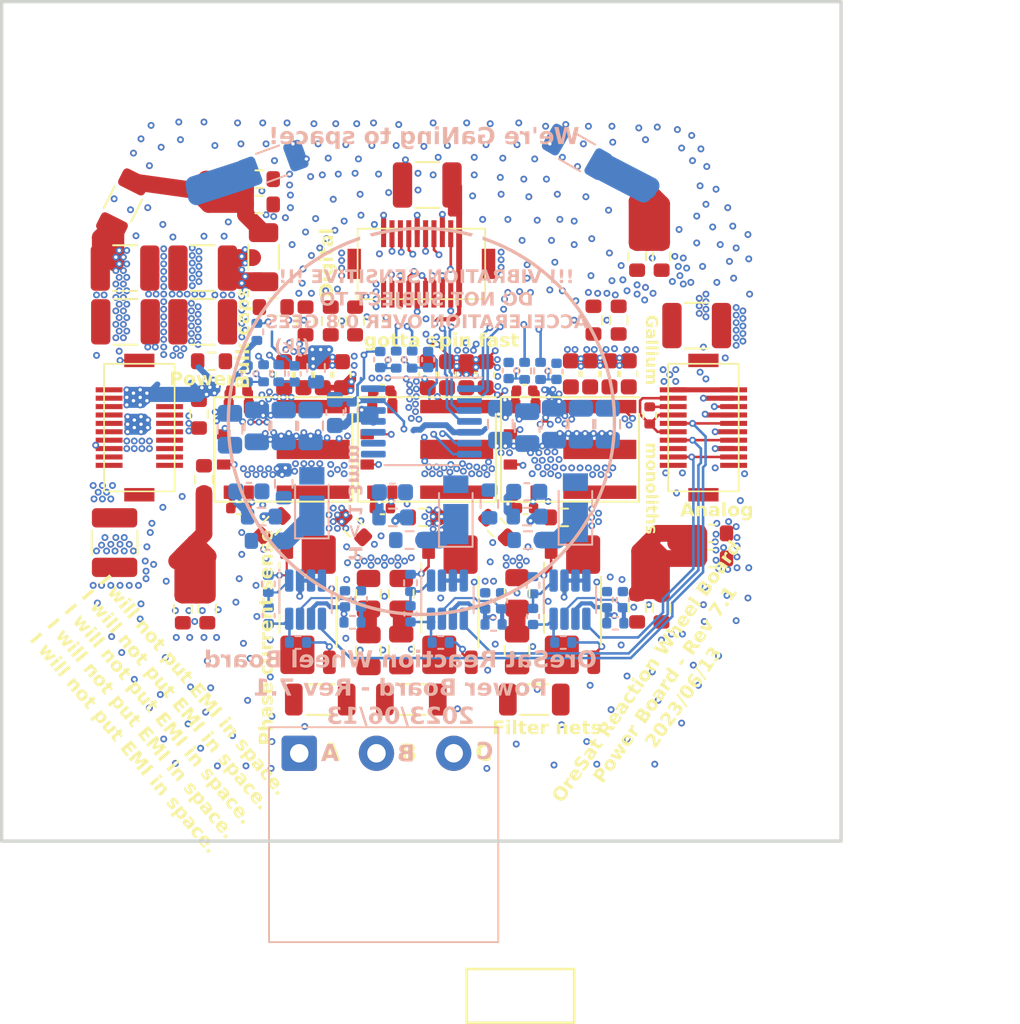
<source format=kicad_pcb>
(kicad_pcb (version 20221018) (generator pcbnew)
  (layers (0 "F.Cu" signal) (31 "B.Cu" signal) (34 "B.Paste" user) (35 "F.Paste" user) (36 "B.SilkS" user "B.Silkscreen") (37 "F.SilkS" user "F.Silkscreen") (38 "B.Mask" user) (39 "F.Mask" user) (44 "Edge.Cuts" user))
  (net 0 "")
  (footprint "Resistor_SMD:R_0603_1608Metric" (layer "F.Cu") (at 96.05 94.019 -90)
    (fp_text reference "R42" hide)
    (fp_text value "THJP0603ABT1")
  )
  (footprint "Capacitor_SMD:C_0402_1005Metric" (layer "F.Cu") (at 97.675 105.169)
    (fp_text reference "C19" hide)
    (fp_text value "100n")
  )
  (footprint "Capacitor_SMD:C_1210_3225Metric" (layer "F.Cu") (at 86.975 90.869)
    (fp_text reference "C53" hide)
    (fp_text value "47u")
  )
  (footprint "Capacitor_SMD:C_0805_2012Metric" (layer "F.Cu") (at 105.7 113.619 90)
    (fp_text reference "C47" hide)
    (fp_text value "3.3n")
  )
  (footprint "rev-7-footprints:10132797-021100LF" (layer "F.Cu") (at 116.8 100.369 -90)
    (fp_text reference "J3" hide)
    (fp_text value "10132797-021100LF")
  )
  (footprint "Resistor_SMD:R_0805_2012Metric" (layer "F.Cu") (at 105.7 110.219 90)
    (fp_text reference "R22" hide)
    (fp_text value "12")
  )
  (footprint "Resistor_SMD:R_0603_1608Metric" (layer "F.Cu") (at 94.6 94.019 -90)
    (fp_text reference "R45" hide)
    (fp_text value "THJP0603ABT1")
  )
  (footprint "Package_DFN_QFN:Texas_MOF0009A" (layer "F.Cu") (at 108.8525 101.669 -90)
    (fp_text reference "Q1" hide)
    (fp_text value "LMG5200")
  )
  (footprint "Capacitor_SMD:C_0805_2012Metric" (layer "F.Cu") (at 98.8 113.619 90)
    (fp_text reference "C48" hide)
    (fp_text value "3.3n")
  )
  (footprint "Capacitor_SMD:C_0603_1608Metric" (layer "F.Cu") (at 111.2025 97.169 90)
    (fp_text reference "C29" hide)
    (fp_text value "10u")
  )
  (footprint "Package_DFN_QFN:Texas_MOF0009A" (layer "F.Cu") (at 91.775 101.669 -90)
    (fp_text reference "Q2" hide)
    (fp_text value "LMG5200")
  )
  (footprint "Resistor_SMD:R_0603_1608Metric" (layer "F.Cu") (at 114.3 111.119 -90)
    (fp_text reference "R30" hide)
    (fp_text value "THJP0603ABT1")
  )
  (footprint "rev-7-footprints:10132797-021100LF" (layer "F.Cu") (at 83.2 100.369 -90)
    (fp_text reference "J1" hide)
    (fp_text value "10132797-021100LF")
  )
  (footprint "Resistor_SMD:R_0603_1608Metric" (layer "F.Cu") (at 111.75 93.969 -90)
    (fp_text reference "R37" hide)
    (fp_text value "THJP0603ABT1")
  )
  (footprint "Capacitor_SMD:C_0603_1608Metric" (layer "F.Cu") (at 92.975 97.219 90)
    (fp_text reference "C27" hide)
    (fp_text value "10u")
  )
  (footprint "Capacitor_SMD:C_0402_1005Metric" (layer "F.Cu") (at 106.2025 105.169)
    (fp_text reference "C17" hide)
    (fp_text value "100n")
  )
  (footprint "Resistor_SMD:R_0603_1608Metric" (layer "F.Cu") (at 108.5 105.719 180)
    (fp_text reference "R57" hide)
    (fp_text value "THJP0603ABT1")
  )
  (footprint "Resistor_SMD:R_0603_1608Metric" (layer "F.Cu") (at 87.5 96.419)
    (fp_text reference "R62" hide)
    (fp_text value "THJP0603ABT1")
  )
  (footprint "Capacitor_SMD:C_0603_1608Metric" (layer "F.Cu") (at 110.0525 97.169 90)
    (fp_text reference "C26" hide)
    (fp_text value "10u")
  )
  (footprint "Resistor_SMD:R_0603_1608Metric" (layer "F.Cu") (at 112.85 111.119 -90)
    (fp_text reference "R32" hide)
    (fp_text value "THJP0603ABT1")
  )
  (footprint "Capacitor_SMD:C_0603_1608Metric" (layer "F.Cu") (at 103.825 97.219 90)
    (fp_text reference "C51" hide)
    (fp_text value "10u")
  )
  (footprint "Resistor_SMD:R_0805_2012Metric" (layer "F.Cu") (at 98.8 110.269 90)
    (fp_text reference "R23" hide)
    (fp_text value "12")
  )
  (footprint "Resistor_SMD:R_Shunt_Vishay_WSK2512_6332Metric_T1.19mm" (layer "F.Cu") (at 109 110.919 -90)
    (fp_text reference "R15" hide)
    (fp_text value "10m")
  )
  (footprint "Capacitor_SMD:C_0603_1608Metric" (layer "F.Cu") (at 102.675 97.219 90)
    (fp_text reference "C31" hide)
    (fp_text value "10u")
  )
  (footprint "Capacitor_SMD:C_1210_3225Metric" (layer "F.Cu") (at 86.975 94.069)
    (fp_text reference "C5" hide)
    (fp_text value "47u")
  )
  (footprint "Capacitor_SMD:C_0603_1608Metric" (layer "F.Cu") (at 94.125 97.219 90)
    (fp_text reference "C30" hide)
    (fp_text value "10u")
  )
  (footprint "Capacitor_SMD:C_1210_3225Metric" (layer "F.Cu") (at 81.725 107.219 90)
    (fp_text reference "C6" hide)
    (fp_text value "47u")
  )
  (footprint "Capacitor_SMD:C_0603_1608Metric" (layer "F.Cu") (at 95.2725 97.219 90)
    (fp_text reference "C50" hide)
    (fp_text value "10u")
  )
  (footprint "Resistor_SMD:R_0603_1608Metric" (layer "F.Cu") (at 117.35 108.169)
    (fp_text reference "R28" hide)
    (fp_text value "THJP0603ABT1")
  )
  (footprint "Resistor_SMD:R_0805_2012Metric" (layer "F.Cu") (at 96.85 110.269 90)
    (fp_text reference "R24" hide)
    (fp_text value "12")
  )
  (footprint "Capacitor_SMD:C_0603_1608Metric" (layer "F.Cu") (at 100.375 97.219 90)
    (fp_text reference "C25" hide)
    (fp_text value "100n")
  )
  (footprint "Resistor_SMD:R_0402_1005Metric" (layer "F.Cu") (at 113.6 99.644 90)
    (fp_text reference "TH2" hide)
    (fp_text value "TH05-4B104FR")
  )
  (footprint "Resistor_SMD:R_Shunt_Vishay_WSK2512_6332Metric_T1.19mm" (layer "F.Cu") (at 101.7 110.919 -90)
    (fp_text reference "R14" hide)
    (fp_text value "10m")
  )
  (footprint "Capacitor_SMD:C_1210_3225Metric" (layer "F.Cu") (at 82.375 94.069 180)
    (fp_text reference "C55" hide)
    (fp_text value "47u")
  )
  (footprint "Connector_Wire:SolderWire-0.5sqmm_1x03_P4.6mm_D0.9mm_OD2.1mm" (layer "F.Cu") (at 92.725 119.769)
    (fp_text reference "J4" hide)
    (fp_text value "Motor")
  )
  (footprint "Resistor_SMD:R_0603_1608Metric" (layer "F.Cu") (at 110.25 93.969 -90)
    (fp_text reference "R38" hide)
    (fp_text value "THJP0603ABT1")
  )
  (footprint "Inductor_SMD:L_1206_3216Metric" (layer "F.Cu") (at 99.4 116.569 180)
    (fp_text reference "FB2" hide)
    (fp_text value "BLM31SN500SN1L")
  )
  (footprint "Capacitor_SMD:C_0402_1005Metric" (layer "F.Cu") (at 89.1275 105.169)
    (fp_text reference "C18" hide)
    (fp_text value "100n")
  )
  (footprint "Capacitor_SMD:C_0603_1608Metric" (layer "F.Cu") (at 91.825 97.219 90)
    (fp_text reference "C24" hide)
    (fp_text value "100n")
  )
  (footprint "Resistor_SMD:R_0603_1608Metric" (layer "F.Cu") (at 87.05 103.469 90)
    (fp_text reference "R64" hide)
    (fp_text value "THJP0603ABT1")
  )
  (footprint "Resistor_SMD:R_1206_3216Metric" (layer "F.Cu") (at 82.225 87.044 -116.6)
    (fp_text reference "R61" hide)
    (fp_text value "THJP1206ABT1")
  )
  (footprint "Resistor_SMD:R_Shunt_Vishay_WSK2512_6332Metric_T1.19mm" (layer "F.Cu") (at 93.25 110.919 -90)
    (fp_text reference "R13" hide)
    (fp_text value "10m")
  )
  (footprint "Resistor_SMD:R_0603_1608Metric" (layer "F.Cu") (at 91.175 93.194 180)
    (fp_text reference "R50" hide)
    (fp_text value "THJP0603ABT1")
  )
  (footprint "Inductor_SMD:L_1206_3216Metric" (layer "F.Cu") (at 106.725 116.569 180)
    (fp_text reference "FB3" hide)
    (fp_text value "BLM31SN500SN1L")
  )
  (footprint "Capacitor_SMD:C_0402_1005Metric" (layer "F.Cu") (at 89.1275 98.169 180)
    (fp_text reference "C21" hide)
    (fp_text value "100n")
  )
  (footprint "Resistor_SMD:R_0603_1608Metric" (layer "F.Cu") (at 90.35 87.079)
    (fp_text reference "R25" hide)
    (fp_text value "THJP0603ABT1")
  )
  (footprint "Capacitor_SMD:C_0603_1608Metric" (layer "F.Cu") (at 101.525 97.219 90)
    (fp_text reference "C28" hide)
    (fp_text value "10u")
  )
  (footprint "Resistor_SMD:R_0603_1608Metric" (layer "F.Cu") (at 114.31 90.169 -90)
    (fp_text reference "R29" hide)
    (fp_text value "THJP0603ABT1")
  )
  (footprint "Resistor_SMD:R_0603_1608Metric" (layer "F.Cu") (at 87.25 111.169 -90)
    (fp_text reference "R68" hide)
    (fp_text value "THJP0603ABT1")
  )
  (footprint "Resistor_SMD:R_0603_1608Metric" (layer "F.Cu") (at 104.5 106.319 -45)
    (fp_text reference "R55" hide)
    (fp_text value "THJP0603ABT1")
  )
  (footprint "Resistor_SMD:R_0603_1608Metric" (layer "F.Cu") (at 117.35 106.669)
    (fp_text reference "R31" hide)
    (fp_text value "THJP0603ABT1")
  )
  (footprint "Resistor_SMD:R_0603_1608Metric" (layer "F.Cu") (at 95.95 106.319 -45)
    (fp_text reference "R43" hide)
    (fp_text value "THJP0603ABT1")
  )
  (footprint "rev-7-footprints:10132797-021100LF" (layer "F.Cu") (at 100 90.619)
    (fp_text reference "J2" hide)
    (fp_text value "10132797-021100LF")
  )
  (footprint "Capacitor_SMD:C_0603_1608Metric" (layer "F.Cu") (at 112.3525 97.169 90)
    (fp_text reference "C52" hide)
    (fp_text value "10u")
  )
  (footprint "Capacitor_SMD:C_0805_2012Metric" (layer "F.Cu") (at 96.85 113.669 90)
    (fp_text reference "C49" hide)
    (fp_text value "3.3n")
  )
  (footprint "Resistor_SMD:R_0603_1608Metric" (layer "F.Cu") (at 85.79 111.169 -90)
    (fp_text reference "R69" hide)
    (fp_text value "THJP0603ABT1")
  )
  (footprint "Resistor_SMD:R_0603_1608Metric" (layer "F.Cu") (at 90.35 85.569)
    (fp_text reference "R26" hide)
    (fp_text value "THJP0603ABT1")
  )
  (footprint "Resistor_SMD:R_0603_1608Metric" (layer "F.Cu") (at 86.75 99.569 -90)
    (fp_text reference "R63" hide)
    (fp_text value "THJP0603ABT1")
  )
  (footprint "Resistor_SMD:R_0603_1608Metric" (layer "F.Cu") (at 112.85 90.169 -90)
    (fp_text reference "R27" hide)
    (fp_text value "THJP0603ABT1")
  )
  (footprint "Capacitor_SMD:C_1210_3225Metric" (layer "F.Cu") (at 116.4 94.294)
    (fp_text reference "C7" hide)
    (fp_text value "47u")
  )
  (footprint "Capacitor_SMD:C_0402_1005Metric" (layer "F.Cu") (at 106.1525 98.169 180)
    (fp_text reference "C20" hide)
    (fp_text value "100n")
  )
  (footprint "Capacitor_SMD:C_1210_3225Metric" (layer "F.Cu") (at 82.35 90.869 180)
    (fp_text reference "C54" hide)
    (fp_text value "47u")
  )
  (footprint "Resistor_SMD:R_0603_1608Metric" (layer "F.Cu") (at 93.1 94.019 -90)
    (fp_text reference "R48" hide)
    (fp_text value "THJP0603ABT1")
  )
  (footprint "Capacitor_SMD:C_0402_1005Metric" (layer "F.Cu") (at 97.65 98.169 180)
    (fp_text reference "C22" hide)
    (fp_text value "100n")
  )
  (footprint "Inductor_SMD:L_1206_3216Metric" (layer "F.Cu") (at 93.975 116.569)
    (fp_text reference "FB1" hide)
    (fp_text value "BLM31SN500SN1L")
  )
  (footprint "Resistor_SMD:R_0603_1608Metric" (layer "F.Cu") (at 91.1 106.219 -135)
    (fp_text reference "R46" hide)
    (fp_text value "THJP0603ABT1")
  )
  (footprint "Capacitor_SMD:C_1210_3225Metric" (layer "F.Cu") (at 100.35 85.919 180)
    (fp_text reference "C1" hide)
    (fp_text value "47u")
  )
  (footprint "Package_DFN_QFN:Texas_MOF0009A" (layer "F.Cu") (at 100.325 101.669 -90)
    (fp_text reference "Q3" hide)
    (fp_text value "LMG5200")
  )
  (footprint "Capacitor_SMD:C_0603_1608Metric" (layer "F.Cu") (at 108.9025 97.169 90)
    (fp_text reference "C23" hide)
    (fp_text value "100n")
  )
  (footprint "Resistor_SMD:R_0603_1608Metric" (layer "F.Cu") (at 100.1 105.719 180)
    (fp_text reference "R67" hide)
    (fp_text value "THJP0603ABT1")
  )
  (footprint "Resistor_SMD:R_1206_3216Metric" (layer "F.Cu") (at 90.6 90.219 -90)
    (fp_text reference "R35" hide)
    (fp_text value "THJP1206ABT1")
  )
  (footprint "Resistor_SMD:R_0402_1005Metric" (layer "B.Cu") (at 90.6 97.134 -90)
    (fp_text reference "R6" hide)
    (fp_text value "20")
  )
  (footprint "Resistor_SMD:R_0603_1608Metric" (layer "B.Cu") (at 90.7 107.119 180)
    (fp_text reference "R40" hide)
    (fp_text value "THJP0603ABT1")
  )
  (footprint "Capacitor_SMD:C_0402_1005Metric" (layer "B.Cu") (at 103.8 110.689 90)
    (fp_text reference "C40" hide)
    (fp_text value "100n")
  )
  (footprint "Resistor_SMD:R_0603_1608Metric" (layer "B.Cu") (at 106.3 105.669 180)
    (fp_text reference "R1" hide)
    (fp_text value "0")
  )
  (footprint "Capacitor_SMD:C_0402_1005Metric" (layer "B.Cu") (at 97.55 96.319 90)
    (fp_text reference "C16" hide)
    (fp_text value "47p")
  )
  (footprint "Package_TO_SOT_SMD:SOT-23-8" (layer "B.Cu") (at 108.85 110.619 -90)
    (fp_text reference "U2" hide)
    (fp_text value "INA241")
  )
  (footprint "Resistor_SMD:R_0603_1608Metric" (layer "B.Cu") (at 104.05 104.919 90)
    (fp_text reference "R36" hide)
    (fp_text value "THJP0603ABT1")
  )
  (footprint "Capacitor_SMD:C_0402_1005Metric" (layer "B.Cu") (at 90.9 111.569 -90)
    (fp_text reference "C33" hide)
    (fp_text value "1.5n")
  )
  (footprint "Capacitor_SMD:C_0805_2012Metric" (layer "B.Cu") (at 111.1 100.169 -90)
    (fp_text reference "C2" hide)
    (fp_text value "4.7u")
  )
  (footprint "Resistor_SMD:R_0402_1005Metric" (layer "B.Cu") (at 107.1 96.994 -90)
    (fp_text reference "R5" hide)
    (fp_text value "20")
  )
  (footprint "Capacitor_SMD:C_0402_1005Metric" (layer "B.Cu") (at 106.65 111.619 -90)
    (fp_text reference "C32" hide)
    (fp_text value "1.5n")
  )
  (footprint "Capacitor_SMD:C_0402_1005Metric" (layer "B.Cu") (at 95.45 110.569 90)
    (fp_text reference "C39" hide)
    (fp_text value "100n")
  )
  (footprint "Package_SO:TSSOP-14_4.4x5mm_P0.65mm" (layer "B.Cu") (at 100 99.999979 180)
    (fp_text reference "U1" hide)
    (fp_text value "AS5047P")
  )
  (footprint "Resistor_SMD:R_0402_1005Metric" (layer "B.Cu") (at 91.5 97.134 -90)
    (fp_text reference "R7" hide)
    (fp_text value "20")
  )
  (footprint "Resistor_SMD:R_1206_3216Metric" (layer "B.Cu") (at 91.15 84.669 20)
    (fp_text reference "R44" hide)
    (fp_text value "THJP1206ABT1")
  )
  (footprint "Package_TO_SOT_SMD:SOT-23-8" (layer "B.Cu") (at 93.1 110.619 -90)
    (fp_text reference "U4" hide)
    (fp_text value "INA241")
  )
  (footprint "Capacitor_SMD:C_0402_1005Metric" (layer "B.Cu") (at 99.35 111.469 -90)
    (fp_text reference "C34" hide)
    (fp_text value "1.5n")
  )
  (footprint "Capacitor_SMD:C_0402_1005Metric" (layer "B.Cu") (at 100.4 96.319 90)
    (fp_text reference "C13" hide)
    (fp_text value "47p")
  )
  (footprint "Capacitor_SMD:C_0402_1005Metric" (layer "B.Cu") (at 92.45 97.169 90)
    (fp_text reference "C12" hide)
    (fp_text value "47p")
  )
  (footprint "Capacitor_SMD:C_0603_1608Metric" (layer "B.Cu") (at 98.275 104.219)
    (fp_text reference "C10" hide)
    (fp_text value "4.7u")
  )
  (footprint "Diode_SMD:D_PowerDI-123" (layer "B.Cu") (at 102.05 105.269 90)
    (fp_text reference "D3" hide)
    (fp_text value "D_Schottky_Small")
  )
  (footprint "Resistor_SMD:R_0402_1005Metric" (layer "B.Cu") (at 90.8825 109.679 90)
    (fp_text reference "R11" hide)
    (fp_text value "0")
  )
  (footprint "Resistor_SMD:R_0603_1608Metric" (layer "B.Cu") (at 90.475 105.669 180)
    (fp_text reference "R2" hide)
    (fp_text value "0")
  )
  (footprint "Resistor_SMD:R_0402_1005Metric" (layer "B.Cu") (at 106.15 96.994 -90)
    (fp_text reference "R4" hide)
    (fp_text value "20")
  )
  (footprint "Resistor_SMD:R_0402_1005Metric" (layer "B.Cu") (at 99.35 109.619 90)
    (fp_text reference "R12" hide)
    (fp_text value "0")
  )
  (footprint "Resistor_SMD:R_0402_1005Metric" (layer "B.Cu") (at 111.55 112.019 180)
    (fp_text reference "R19" hide)
    (fp_text value "0")
  )
  (footprint "Resistor_SMD:R_0603_1608Metric" (layer "B.Cu") (at 99.3 107.069 180)
    (fp_text reference "R51" hide)
    (fp_text value "THJP0603ABT1")
  )
  (footprint "Capacitor_SMD:C_0402_1005Metric" (layer "B.Cu") (at 89.65 97.169 90)
    (fp_text reference "C15" hide)
    (fp_text value "47p")
  )
  (footprint "Resistor_SMD:R_0603_1608Metric" (layer "B.Cu") (at 91.8 103.719 90)
    (fp_text reference "R33" hide)
    (fp_text value "THJP0603ABT1")
  )
  (footprint "Capacitor_SMD:C_0805_2012Metric" (layer "B.Cu") (at 90.2 100.269 -90)
    (fp_text reference "C35" hide)
    (fp_text value "4.7u")
  )
  (footprint "Resistor_SMD:R_0603_1608Metric" (layer "B.Cu") (at 106.35 107.069 180)
    (fp_text reference "R59" hide)
    (fp_text value "THJP0603ABT1")
  )
  (footprint "Capacitor_SMD:C_0805_2012Metric" (layer "B.Cu") (at 109.5 100.169 -90)
    (fp_text reference "C44" hide)
    (fp_text value "4.7u")
  )
  (footprint "Resistor_SMD:R_0402_1005Metric" (layer "B.Cu") (at 99.45 96.319 -90)
    (fp_text reference "R9" hide)
    (fp_text value "20")
  )
  (footprint "Capacitor_SMD:C_0402_1005Metric" (layer "B.Cu") (at 105.2 96.969 90)
    (fp_text reference "C14" hide)
    (fp_text value "47p")
  )
  (footprint "Resistor_SMD:R_0603_1608Metric" (layer "B.Cu") (at 98.3 105.719 180)
    (fp_text reference "R3" hide)
    (fp_text value "0")
  )
  (footprint "Capacitor_SMD:C_0402_1005Metric" (layer "B.Cu") (at 96.4 110.569 90)
    (fp_text reference "C42" hide)
    (fp_text value "100n")
  )
  (footprint "Capacitor_SMD:C_0402_1005Metric" (layer "B.Cu") (at 111.05 110.619 90)
    (fp_text reference "C38" hide)
    (fp_text value "100n")
  )
  (footprint "Resistor_SMD:R_0402_1005Metric" (layer "B.Cu") (at 101.15 113.169 180)
    (fp_text reference "R18" hide)
    (fp_text value "0")
  )
  (footprint "Capacitor_SMD:C_0603_1608Metric" (layer "B.Cu") (at 106.275 104.194)
    (fp_text reference "C8" hide)
    (fp_text value "4.7u")
  )
  (footprint "Diode_SMD:D_PowerDI-123" (layer "B.Cu") (at 93.475 104.769 90)
    (fp_text reference "D2" hide)
    (fp_text value "D_Schottky_Small")
  )
  (footprint "Capacitor_SMD:C_0402_1005Metric" (layer "B.Cu") (at 108.05 97.019 90)
    (fp_text reference "C11" hide)
    (fp_text value "47p")
  )
  (footprint "Package_TO_SOT_SMD:SOT-23-8" (layer "B.Cu") (at 101.55 110.619 -90)
    (fp_text reference "U3" hide)
    (fp_text value "INA241")
  )
  (footprint "Resistor_SMD:R_0603_1608Metric" (layer "B.Cu") (at 93.725 96.819 90)
    (fp_text reference "R60" hide)
    (fp_text value "THJP0603ABT1")
  )
  (footprint "Resistor_SMD:R_0402_1005Metric" (layer "B.Cu") (at 98.5 96.319 -90)
    (fp_text reference "R8" hide)
    (fp_text value "20")
  )
  (footprint "Resistor_SMD:R_0402_1005Metric" (layer "B.Cu") (at 95.9 111.969 180)
    (fp_text reference "R20" hide)
    (fp_text value "0")
  )
  (footprint "Capacitor_SMD:C_0805_2012Metric" (layer "B.Cu") (at 88.6 100.469 -90)
    (fp_text reference "C36" hide)
    (fp_text value "4.7u")
  )
  (footprint "Resistor_SMD:R_1206_3216Metric" (layer "B.Cu") (at 109.275 83.944 150)
    (fp_text reference "R47" hide)
    (fp_text value "THJP1206ABT1")
  )
  (footprint "Resistor_SMD:R_0402_1005Metric" (layer "B.Cu") (at 106.65 109.759 90)
    (fp_text reference "R10" hide)
    (fp_text value "0")
  )
  (footprint "Diode_SMD:D_PowerDI-123" (layer "B.Cu") (at 109.175 105.144 90)
    (fp_text reference "D1" hide)
    (fp_text value "D_Schottky_Small")
  )
  (footprint "Capacitor_SMD:C_0805_2012Metric" (layer "B.Cu") (at 106.3 100.369 -90)
    (fp_text reference "C56" hide)
    (fp_text value "4.7u")
  )
  (footprint "Resistor_SMD:R_0402_1005Metric" (layer "B.Cu") (at 92.65 113.169 180)
    (fp_text reference "R17" hide)
    (fp_text value "0")
  )
  (footprint "Capacitor_SMD:C_0805_2012Metric" (layer "B.Cu") (at 107.9 100.169 -90)
    (fp_text reference "C37" hide)
    (fp_text value "4.7u")
  )
  (footprint "Resistor_SMD:R_0402_1005Metric" (layer "B.Cu") (at 108.45 113.169 180)
    (fp_text reference "R16" hide)
    (fp_text value "0")
  )
  (footprint "Resistor_SMD:R_0402_1005Metric" (layer "B.Cu") (at 104.3 112.089 180)
    (fp_text reference "R21" hide)
    (fp_text value "0")
  )
  (footprint "Capacitor_SMD:C_0402_1005Metric" (layer "B.Cu") (at 104.75 110.689 90)
    (fp_text reference "C43" hide)
    (fp_text value "100n")
  )
  (footprint "Capacitor_SMD:C_0805_2012Metric" (layer "B.Cu") (at 104.7 100.169 -90)
    (fp_text reference "C46" hide)
    (fp_text value "4.7u")
  )
  (footprint "Capacitor_SMD:C_0402_1005Metric" (layer "B.Cu") (at 112 110.619 90)
    (fp_text reference "C41" hide)
    (fp_text value "100n")
  )
  (footprint "Capacitor_SMD:C_0805_2012Metric" (layer "B.Cu") (at 91.8 100.269 -90)
    (fp_text reference "C57" hide)
    (fp_text value "4.7u")
  )
  (footprint "Capacitor_SMD:C_0603_1608Metric" (layer "B.Cu") (at 89.725 104.169)
    (fp_text reference "C9" hide)
    (fp_text value "4.7u")
  )
  (footprint "Capacitor_SMD:C_0603_1608Metric" (layer "B.Cu") (at 94.85 99.469 90)
    (fp_text reference "C3" hide)
    (fp_text value "4.7u")
  )
  (footprint "Capacitor_SMD:C_0805_2012Metric" (layer "B.Cu") (at 93.4 100.269 -90)
    (fp_text reference "C45" hide)
    (fp_text value "4.7u")
  )
  (footprint "Capacitor_SMD:C_0402_1005Metric" (layer "B.Cu") (at 95.85 99.319 90)
    (fp_text reference "C4" hide)
    (fp_text value "100n")
  )
  (footprint "Resistor_SMD:R_0402_1005Metric" (layer "B.Cu") (at 90.2 94.669 90)
    (fp_text reference "TH1" hide)
    (fp_text value "TH05-4B104FR")
  )
  (gr_rect (start 90.925 118.219) (end 104.575 131.019) (stroke (width 0.1)) (fill none) (layer "B.SilkS"))
  (gr_circle (center 100 99.999979) (end 111.5 99.999979) (stroke (width 0.2)) (fill none) (layer "B.SilkS"))
  (gr_rect (start 102.7 132.619) (end 109.1 135.819) (stroke (width 0.15)) (fill none) (layer "F.SilkS"))
  (gr_rect (start 90.925 118.219) (end 104.6 131.019) (stroke (width 0.1)) (fill none) (layer "F.SilkS"))
  (gr_rect (start 75 75) (end 125 125) (stroke (width 0.2)) (fill none) (layer "Edge.Cuts"))
  (gr_text "B" (at 99.075 119.844) (layer "B.SilkS") (effects (font (size 1 1) (thickness 0.16) bold) (justify mirror)))
  (gr_text "C" (at 103.775 119.694) (layer "B.SilkS") (effects (font (size 1 1) (thickness 0.16) bold) (justify mirror)))
  (gr_text "We're GaNing to space!" (at 100.15 83.069) (layer "B.SilkS") (effects (font (size 1 1) (thickness 0.16) bold) (justify mirror)))
  (gr_text "!!! VIBRATION SENSITIVE !!!\nDO NOT SUBJECT TO\nACCELERATION OVER 0.8 GEES" (at 100.3 92.769) (layer "B.SilkS") (effects (font (size 0.8 0.8) (thickness 0.16) bold) (justify mirror)))
  (gr_text "OreSat Reaction Wheel Board\nPower Board - Rev 7.1\n2023/06/13" (at 98.75 115.919) (layer "B.SilkS") (effects (font (size 1 1) (thickness 0.16) bold) (justify mirror)))
  (gr_text "(jk)" (at 92.3 95.569) (layer "B.SilkS") (effects (font (size 0.8 0.8) (thickness 0.16) bold) (justify mirror)))
  (gr_text "H < 1.3mm" (at 95.999626 104.84685 -90) (layer "B.SilkS") (effects (font (size 0.8 0.8) (thickness 0.16) bold) (justify mirror)))
  (gr_text "A" (at 94.55 119.819) (layer "B.SilkS") (effects (font (size 1 1) (thickness 0.16) bold) (justify mirror)))
  (gr_text "Gallium          monoliths" (at 113.675 100.194 -90) (layer "F.SilkS") (effects (font (size 0.7 0.7) (thickness 0.16) bold)))
  (gr_text "Bulk caps" (at 89.4 95.044 90) (layer "F.SilkS") (effects (font (size 0.8 0.8) (thickness 0.16) bold)))
  (gr_text "Phase current sense" (at 90.8 112.869 90) (layer "F.SilkS") (effects (font (size 0.8 0.8) (thickness 0.16) bold)))
  (gr_text "Digital" (at 94.4 90.569 90) (layer "F.SilkS") (effects (font (size 0.8 0.8) (thickness 0.16) bold)))
  (gr_text "Analog" (at 117.6 105.319) (layer "F.SilkS") (effects (font (size 0.8 0.8) (thickness 0.16) bold)))
  (gr_text "Power" (at 86.95 97.519) (layer "F.SilkS") (effects (font (size 0.8 0.8) (thickness 0.16) bold)))
  (gr_text "A" (at 94.61701 119.744) (layer "F.SilkS") (effects (font (size 1 1) (thickness 0.16) bold)))
  (gr_text "C" (at 103.71701 119.794) (layer "F.SilkS") (effects (font (size 1 1) (thickness 0.16) bold)))
  (gr_text "Filter nets" (at 107.475 118.294) (layer "F.SilkS") (effects (font (size 0.8 0.8) (thickness 0.16) bold)))
  (gr_text "gotta spin fast" (at 101.2 95.219) (layer "F.SilkS") (effects (font (size 0.8 0.8) (thickness 0.16) bold italic)))
  (gr_text "B" (at 99.21701 119.794) (layer "F.SilkS") (effects (font (size 1 1) (thickness 0.16) bold)))
  (gr_text "OreSat Reaction Wheel Board\nPower Board - Rev 7.1\n2023/06/13" (at 114.55 115.694 55) (layer "F.SilkS") (effects (font (size 0.8 0.8) (thickness 0.16) bold)))
  (gr_text "I will not put EMI in space.\nI will not put EMI in space.\nI will not put EMI in space.\nI will not put EMI in space.\nI will not put EMI in space." (at 84.3 117.469 -50) (layer "F.SilkS") (effects (font (size 0.8 0.8) (thickness 0.16) bold)))
  (segment (start 113.5 110.0888) (end 113 110.0888) (width 1) (layer "F.Cu") (net 0))
  (segment (start 118.6 98.619) (end 116.8 98.619) (width 0.3) (layer "F.Cu") (net 0))
  (segment (start 103.825 96.444) (end 103.825 96.369) (width 0.1524) (layer "F.Cu") (net 0))
  (segment (start 102.25 85.9888) (end 102.25 87.619) (width 0.35) (layer "F.Cu") (net 0))
  (segment (start 90.325 100.044) (end 90.8 100.044) (width 0.1524) (layer "F.Cu") (net 0))
  (segment (start 100.8052 94.1138) (end 101 93.919) (width 0.25) (layer "F.Cu") (net 0))
  (segment (start 99.25 88.819) (end 99.25 89.803505) (width 0.1524) (layer "F.Cu") (net 0))
  (segment (start 118.6 99.619) (end 116.95 99.619) (width 0.3) (layer "F.Cu") (net 0))
  (segment (start 85.79 110.344) (end 85.79 107.952079) (width 1) (layer "F.Cu") (net 0))
  (segment (start 95.833404 98.126496) (end 95.7909 98.169) (width 0.35) (layer "F.Cu") (net 0))
  (segment (start 110.75 113.4131) (end 110.27 113.8931) (width 0.1524) (layer "F.Cu") (net 0))
  (segment (start 91.98 107.489) (end 91.98 109.089) (width 0.127) (layer "F.Cu") (net 0))
  (segment (start 114.0948 110.0888) (end 113.5 110.0888) (width 1) (layer "F.Cu") (net 0))
  (segment (start 107.25 99.994) (end 107.075 100.169) (width 0.1524) (layer "F.Cu") (net 0))
  (segment (start 102.2211 96.969) (end 102.1 97.0901) (width 0.35) (layer "F.Cu") (net 0))
  (segment (start 94.52 113.419) (end 94.52 114.349) (width 0.1524) (layer "F.Cu") (net 0))
  (segment (start 88.5225 104.219) (end 88.5225 104.2915) (width 0.5) (layer "F.Cu") (net 0))
  (segment (start 113.6 100.154) (end 114.065 100.619) (width 0.1524) (layer "F.Cu") (net 0))
  (segment (start 112.85 89.344) (end 112.85 86.892079) (width 1) (layer "F.Cu") (net 0))
  (segment (start 97.0725 98.2665) (end 97.17 98.169) (width 0.5) (layer "F.Cu") (net 0))
  (segment (start 102.675 97.2143) (end 103.1453 97.2143) (width 0.1524) (layer "F.Cu") (net 0))
  (segment (start 103.2 97.269) (end 103.2 96.369) (width 0.35) (layer "F.Cu") (net 0))
  (segment (start 88.3 100.419) (end 88.3 100.6915) (width 0.1524) (layer "F.Cu") (net 0))
  (segment (start 116.15 101.119) (end 115 101.119) (width 0.1524) (layer "F.Cu") (net 0))
  (segment (start 100.696594 95.415594) (end 100.5 95.219) (width 0.1524) (layer "F.Cu") (net 0))
  (segment (start 101.25 88.819) (end 101.25 87.669) (width 0.3) (layer "F.Cu") (net 0))
  (segment (start 103.2 96.369) (end 103.25 96.319) (width 0.35) (layer "F.Cu") (net 0))
  (segment (start 88.3 100.6915) (end 88.2225 100.769) (width 0.1524) (layer "F.Cu") (net 0))
  (segment (start 107.5 99.994) (end 107.675 100.169) (width 0.1524) (layer "F.Cu") (net 0))
  (segment (start 118.6 99.119) (end 117.45 99.119) (width 0.1524) (layer "F.Cu") (net 0))
  (segment (start 110.63 99.119) (end 111.875 99.119) (width 0.1524) (layer "F.Cu") (net 0))
  (segment (start 100.25 88.819) (end 100.25 89.869) (width 0.1524) (layer "F.Cu") (net 0))
  (segment (start 116.15 100.119) (end 118.6 100.119) (width 0.1524) (layer "F.Cu") (net 0))
  (segment (start 99.75 92.419) (end 99.75 93.469) (width 0.3) (layer "F.Cu") (net 0))
  (segment (start 89.525 87.079) (end 87.336921 87.079) (width 1) (layer "F.Cu") (net 0))
  (segment (start 98.2725 99.119) (end 98.2725 98.3115) (width 0.5) (layer "F.Cu") (net 0))
  (segment (start 86.6 110.344) (end 87.25 110.344) (width 1) (layer "F.Cu") (net 0))
  (segment (start 100.75 89.7749) (end 100.75 88.819) (width 0.1524) (layer "F.Cu") (net 0))
  (segment (start 118.6 101.619) (end 117.5 101.619) (width 0.3) (layer "F.Cu") (net 0))
  (segment (start 98.220357 92.389357) (end 98.25 92.419) (width 0.1524) (layer "F.Cu") (net 0))
  (segment (start 91.98 109.089) (end 91.9 109.169) (width 0.127) (layer "F.Cu") (net 0))
  (segment (start 90.9 98.669) (end 90.9 98.294) (width 0.1524) (layer "F.Cu") (net 0))
  (segment (start 105.3 102.569) (end 106 102.569) (width 0.1524) (layer "F.Cu") (net 0))
  (segment (start 100.0359 91.313313) (end 100.25 91.527413) (width 0.1524) (layer "F.Cu") (net 0))
  (segment (start 101.7552 85.9888) (end 101.7552 87.619) (width 0.35) (layer "F.Cu") (net 0))
  (segment (start 116.15 101.119) (end 118.6 101.119) (width 0.1524) (layer "F.Cu") (net 0))
  (segment (start 102.1025 99.119) (end 101.55 99.119) (width 0.1524) (layer "F.Cu") (net 0))
  (segment (start 116.525 107.794) (end 115.973079 107.242079) (width 1) (layer "F.Cu") (net 0))
  (segment (start 89.525 86.294) (end 89.525 87.079) (width 1) (layer "F.Cu") (net 0))
  (segment (start 95.2725 97.994) (end 95.2725 97.866138) (width 0.35) (layer "F.Cu") (net 0))
  (segment (start 104.525 98.419) (end 104.725 98.419) (width 0.1524) (layer "F.Cu") (net 0))
  (segment (start 87.25 110.344) (end 87.25 107.992079) (width 1) (layer "F.Cu") (net 0))
  (segment (start 102.1 97.0901) (end 102.2059 97.196) (width 0.35) (layer "F.Cu") (net 0))
  (segment (start 98.75 91.319) (end 98.75 92.419) (width 0.1524) (layer "F.Cu") (net 0))
  (segment (start 116.1 102.119) (end 115 102.119) (width 0.1524) (layer "F.Cu") (net 0))
  (segment (start 114.3 110.294) (end 114.0948 110.0888) (width 1) (layer "F.Cu") (net 0))
  (segment (start 107.5 99.994) (end 107.25 99.994) (width 0.1524) (layer "F.Cu") (net 0))
  (segment (start 102.1 96.719) (end 102.1 97.0901) (width 0.35) (layer "F.Cu") (net 0))
  (segment (start 105.5797 100.4893) (end 105.3 100.769) (width 0.1524) (layer "F.Cu") (net 0))
  (segment (start 114.31 89.344) (end 113.475 89.344) (width 1) (layer "F.Cu") (net 0))
  (segment (start 103.825 96.444) (end 104.181952 96.444) (width 0.127) (layer "F.Cu") (net 0))
  (segment (start 96.7725 102.569) (end 97.45 102.569) (width 0.127) (layer "F.Cu") (net 0))
  (segment (start 101 93.919) (end 101.893751 93.919) (width 0.25) (layer "F.Cu") (net 0))
  (segment (start 101.25 92.419) (end 101.25 91.319) (width 0.3) (layer "F.Cu") (net 0))
  (segment (start 100.944567 95.415594) (end 100.696594 95.415594) (width 0.1524) (layer "F.Cu") (net 0))
  (segment (start 106.8 98.3365) (end 106.6325 98.169) (width 0.5) (layer "F.Cu") (net 0))
  (segment (start 103.1453 97.2143) (end 103.2 97.269) (width 0.1524) (layer "F.Cu") (net 0))
  (segment (start 98.201402 100.769) (end 98.204149 100.771747) (width 0.127) (layer "F.Cu") (net 0))
  (segment (start 113.475 89.344) (end 112.85 89.344) (width 1) (layer "F.Cu") (net 0))
  (segment (start 96.85 112.719) (end 96.85 111.1815) (width 1) (layer "F.Cu") (net 0))
  (segment (start 89.525 85.569) (end 89.525 86.294) (width 1) (layer "F.Cu") (net 0))
  (segment (start 101.726774 90.942026) (end 101.75 90.9188) (width 0.1524) (layer "F.Cu") (net 0))
  (segment (start 86.6 110.344) (end 86.6 107.342079) (width 1) (layer "F.Cu") (net 0))
  (segment (start 113 110.0888) (end 112.85 110.2388) (width 1) (layer "F.Cu") (net 0))
  (segment (start 91.825 97.994) (end 91.825 98.519) (width 0.1524) (layer "F.Cu") (net 0))
  (segment (start 100.43 107.489) (end 100.43 108.642728) (width 0.1524) (layer "F.Cu") (net 0))
  (segment (start 89.2 91.619) (end 88.45 90.869) (width 1) (layer "F.Cu") (net 0))
  (segment (start 114.135 99.619) (end 113.6 100.154) (width 0.1524) (layer "F.Cu") (net 0))
  (segment (start 113.6 99.134) (end 114.985 99.134) (width 0.1524) (layer "F.Cu") (net 0))
  (segment (start 82.879848 85.736299) (end 86.5 86.242079) (width 1) (layer "F.Cu") (net 0))
  (segment (start 113.175 98.619) (end 115 98.619) (width 0.1524) (layer "F.Cu") (net 0))
  (segment (start 113.475 86.267079) (end 113.5 86.242079) (width 1) (layer "F.Cu") (net 0))
  (segment (start 98.220357 91.260151) (end 98.220357 92.389357) (width 0.1524) (layer "F.Cu") (net 0))
  (segment (start 103.825 96.369) (end 104.4 95.794) (width 0.1524) (layer "F.Cu") (net 0))
  (segment (start 101.893751 93.919) (end 102.25 93.562751) (width 0.25) (layer "F.Cu") (net 0))
  (segment (start 99.75 88.819) (end 99.75 87.719) (width 0.3) (layer "F.Cu") (net 0))
  (segment (start 95.833404 97.641372) (end 95.833404 98.126496) (width 0.35) (layer "F.Cu") (net 0))
  (segment (start 91.825 98.144) (end 92.25 98.569) (width 0.1524) (layer "F.Cu") (net 0))
  (segment (start 98.8 112.669) (end 98.8 111.1815) (width 1) (layer "F.Cu") (net 0))
  (segment (start 115.973079 107.242079) (end 115.15 107.242079) (width 1) (layer "F.Cu") (net 0))
  (segment (start 85.79 110.344) (end 86.6 110.344) (width 1) (layer "F.Cu") (net 0))
  (segment (start 80.875 90.869) (end 80.875 89.046853) (width 1) (layer "F.Cu") (net 0))
  (segment (start 114.31 89.344) (end 114.31 87.052079) (width 1) (layer "F.Cu") (net 0))
  (segment (start 107.73 108.7343) (end 107.2953 109.169) (width 0.1524) (layer "F.Cu") (net 0))
  (segment (start 85.7 108.042079) (end 86.5 107.242079) (width 1) (layer "F.Cu") (net 0))
  (segment (start 88.5225 99.119) (end 88.5225 98.294) (width 0.5) (layer "F.Cu") (net 0))
  (segment (start 101.525 96.444) (end 101.525 95.996027) (width 0.1524) (layer "F.Cu") (net 0))
  (segment (start 106 102.569) (end 106.05 102.619) (width 0.1524) (layer "F.Cu") (net 0))
  (segment (start 101.825 85.919) (end 101.7552 85.9888) (width 0.35) (layer "F.Cu") (net 0))
  (segment (start 89.525 87.6815) (end 90.6 88.7565) (width 1) (layer "F.Cu") (net 0))
  (segment (start 86.551921 86.294) (end 86.5 86.242079) (width 1) (layer "F.Cu") (net 0))
  (segment (start 101.7552 87.619) (end 102.25 87.619) (width 0.35) (layer "F.Cu") (net 0))
  (segment (start 107.4 99.894) (end 107.5 99.994) (width 0.1524) (layer "F.Cu") (net 0))
  (segment (start 104.181952 96.444) (end 104.524652 96.7867) (width 0.127) (layer "F.Cu") (net 0))
  (segment (start 97.195 104.674) (end 97.195 104.3415) (width 0.5) (layer "F.Cu") (net 0))
  (segment (start 116.95 99.619) (end 116.9 99.569) (width 0.3) (layer "F.Cu") (net 0))
  (segment (start 100.75 91.419) (end 100.65 91.319) (width 0.1524) (layer "F.Cu") (net 0))
  (segment (start 90.425 91.619) (end 89.2 91.619) (width 1) (layer "F.Cu") (net 0))
  (segment (start 99.25 89.803505) (end 99.488459 90.041964) (width 0.1524) (layer "F.Cu") (net 0))
  (segment (start 114.31 87.052079) (end 113.5 86.242079) (width 1) (layer "F.Cu") (net 0))
  (segment (start 115 98.119) (end 118.6 98.119) (width 0.3) (layer "F.Cu") (net 0))
  (segment (start 98.8 88.869) (end 98.75 88.819) (width 0.1524) (layer "F.Cu") (net 0))
  (segment (start 81.8 88.744) (end 81.8 90.519) (width 1) (layer "F.Cu") (net 0))
  (segment (start 89.7225 99.119) (end 89.7225 98.284) (width 0.5) (layer "F.Cu") (net 0))
  (segment (start 102 85.9888) (end 102 87.619) (width 0.35) (layer "F.Cu") (net 0))
  (segment (start 115 99.619) (end 114.135 99.619) (width 0.1524) (layer "F.Cu") (net 0))
  (segment (start 97.195 104.674) (end 97.353 104.674) (width 0.5) (layer "F.Cu") (net 0))
  (segment (start 100.25 91.527413) (end 100.25 92.419) (width 0.1524) (layer "F.Cu") (net 0))
  (segment (start 81.8 90.519) (end 81.75 90.569) (width 1) (layer "F.Cu") (net 0))
  (segment (start 97.353 104.674) (end 97.498 104.819) (width 0.5) (layer "F.Cu") (net 0))
  (segment (start 105.4 105.169) (end 105.15 104.919) (width 0.5) (layer "F.Cu") (net 0))
  (segment (start 96.7725 100.769) (end 98.201402 100.769) (width 0.127) (layer "F.Cu") (net 0))
  (segment (start 83.2 96.369) (end 82.05 96.369) (width 0.127) (layer "F.Cu") (net 0))
  (segment (start 80.875 89.046853) (end 81.570152 88.351701) (width 1) (layer "F.Cu") (net 0))
  (segment (start 105.7 111.1315) (end 105.7 112.669) (width 1) (layer "F.Cu") (net 0))
  (segment (start 114.065 100.619) (end 115 100.619) (width 0.1524) (layer "F.Cu") (net 0))
  (segment (start 102.25 92.419) (end 102.25 88.819) (width 0.35) (layer "F.Cu") (net 0))
  (segment (start 95.9374 97.201238) (end 95.9374 97.537376) (width 0.35) (layer "F.Cu") (net 0))
  (segment (start 101.55 99.119) (end 100.95 98.519) (width 0.1524) (layer "F.Cu") (net 0))
  (segment (start 113.5 107.242079) (end 113 107.742079) (width 1) (layer "F.Cu") (net 0))
  (segment (start 89.7225 98.284) (end 89.6075 98.169) (width 0.5) (layer "F.Cu") (net 0))
  (segment (start 116.525 108.169) (end 116.525 107.794) (width 1) (layer "F.Cu") (net 0))
  (segment (start 87.3 108.042079) (end 86.5 107.242079) (width 1) (layer "F.Cu") (net 0))
  (segment (start 114.3 108.042079) (end 114.3 110.294) (width 1) (layer "F.Cu") (net 0))
  (segment (start 113.6 100.154) (end 113.025 99.579) (width 0.1524) (layer "F.Cu") (net 0))
  (segment (start 116.525 108.169) (end 114.426921 108.169) (width 1) (layer "F.Cu") (net 0))
  (segment (start 88.5225 104.2915) (end 88.983176 104.752176) (width 0.5) (layer "F.Cu") (net 0))
  (segment (start 110.27 113.8931) (end 110.27 114.349) (width 0.1524) (layer "F.Cu") (net 0))
  (segment (start 112.85 86.892079) (end 113.5 86.242079) (width 1) (layer "F.Cu") (net 0))
  (segment (start 102.25 93.562751) (end 102.25 92.419) (width 0.25) (layer "F.Cu") (net 0))
  (segment (start 114.073079 106.669) (end 113.5 107.242079) (width 1) (layer "F.Cu") (net 0))
  (segment (start 102.6567 97.196) (end 102.675 97.2143) (width 0.1524) (layer "F.Cu") (net 0))
  (segment (start 89.95 90.244) (end 89.125 90.244) (width 1) (layer "F.Cu") (net 0))
  (segment (start 95.2725 97.866138) (end 95.9374 97.201238) (width 0.35) (layer "F.Cu") (net 0))
  (segment (start 103.05 96.969) (end 102.2211 96.969) (width 0.35) (layer "F.Cu") (net 0))
  (segment (start 98.8 89.919) (end 98.8 88.869) (width 0.1524) (layer "F.Cu") (net 0))
  (segment (start 88.2225 102.569) (end 88.85 102.569) (width 0.1524) (layer "F.Cu") (net 0))
  (segment (start 100.8052 94.169) (end 100.8052 94.1138) (width 0.25) (layer "F.Cu") (net 0))
  (segment (start 101.525 95.996027) (end 100.944567 95.415594) (width 0.1524) (layer "F.Cu") (net 0))
  (segment (start 88.6475 105.087852) (end 88.983176 104.752176) (width 0.5) (layer "F.Cu") (net 0))
  (segment (start 91.825 97.994) (end 91.825 98.144) (width 0.1524) (layer "F.Cu") (net 0))
  (segment (start 113.5 107.242079) (end 114.3 108.042079) (width 1) (layer "F.Cu") (net 0))
  (segment (start 87.25 107.992079) (end 86.5 107.242079) (width 1) (layer "F.Cu") (net 0))
  (segment (start 113.5 110.0888) (end 113.5 107.242079) (width 1) (layer "F.Cu") (net 0))
  (segment (start 105.6 99.119) (end 105.6 98.2415) (width 0.5) (layer "F.Cu") (net 0))
  (segment (start 90.9 98.294) (end 90.95 98.244) (width 0.1524) (layer "F.Cu") (net 0))
  (segment (start 88.6475 105.169) (end 88.6475 105.087852) (width 0.5) (layer "F.Cu") (net 0))
  (segment (start 95.9374 97.537376) (end 95.833404 97.641372) (width 0.35) (layer "F.Cu") (net 0))
  (segment (start 100.43 108.642728) (end 99.9953 109.077428) (width 0.1524) (layer "F.Cu") (net 0))
  (segment (start 111.875 99.119) (end 112.575 99.819) (width 0.1524) (layer "F.Cu") (net 0))
  (segment (start 102.25 88.819) (end 102.25 87.619) (width 0.35) (layer "F.Cu") (net 0))
  (segment (start 116.525 107.794) (end 116.525 106.669) (width 1) (layer "F.Cu") (net 0))
  (segment (start 89.825 100.044) (end 90.325 100.044) (width 0.1524) (layer "F.Cu") (net 0))
  (segment (start 87.173079 85.569) (end 86.5 86.242079) (width 1) (layer "F.Cu") (net 0))
  (segment (start 118.6 100.619) (end 117.5 100.619) (width 0.3) (layer "F.Cu") (net 0))
  (segment (start 100.75 92.419) (end 100.75 91.419) (width 0.1524) (layer "F.Cu") (net 0))
  (segment (start 89.525 87.079) (end 89.525 87.6815) (width 1) (layer "F.Cu") (net 0))
  (segment (start 105.7225 105.169) (end 105.4 105.169) (width 0.5) (layer "F.Cu") (net 0))
  (segment (start 99.25 91.3813) (end 99.25 92.419) (width 0.1524) (layer "F.Cu") (net 0))
  (segment (start 89.525 85.569) (end 87.173079 85.569) (width 1) (layer "F.Cu") (net 0))
  (segment (start 105.6 104.469) (end 105.15 104.919) (width 0.5) (layer "F.Cu") (net 0))
  (segment (start 91.825 98.519) (end 91.775 98.569) (width 0.1524) (layer "F.Cu") (net 0))
  (segment (start 99.5623 91.069) (end 99.25 91.3813) (width 0.1524) (layer "F.Cu") (net 0))
  (segment (start 107.4 99.769) (end 107.4 99.894) (width 0.1524) (layer "F.Cu") (net 0))
  (segment (start 104.725 98.419) (end 104.975 98.169) (width 0.1524) (layer "F.Cu") (net 0))
  (segment (start 94.125 97.994) (end 95.2725 97.994) (width 0.35) (layer "F.Cu") (net 0))
  (segment (start 102.45 113.569) (end 102.45 113.829) (width 0.1524) (layer "F.Cu") (net 0))
  (segment (start 101.75 90.9188) (end 101.75 88.819) (width 0.1524) (layer "F.Cu") (net 0))
  (segment (start 89.125 90.244) (end 89.05 90.319) (width 1) (layer "F.Cu") (net 0))
  (segment (start 113.025 98.769) (end 113.175 98.619) (width 0.1524) (layer "F.Cu") (net 0))
  (segment (start 114.985 99.134) (end 115 99.119) (width 0.1524) (layer "F.Cu") (net 0))
  (segment (start 105.6 104.219) (end 105.6 104.469) (width 0.5) (layer "F.Cu") (net 0))
  (segment (start 97.195 104.3415) (end 97.0725 104.219) (width 0.5) (layer "F.Cu") (net 0))
  (segment (start 101.75 93.419) (end 101.75 92.419) (width 0.1524) (layer "F.Cu") (net 0))
  (segment (start 113 107.742079) (end 113 110.0888) (width 1) (layer "F.Cu") (net 0))
  (segment (start 87.336921 87.079) (end 86.5 86.242079) (width 1) (layer "F.Cu") (net 0))
  (segment (start 87.05 106.692079) (end 86.5 107.242079) (width 1) (layer "F.Cu") (net 0))
  (segment (start 102.45 113.829) (end 102.97 114.349) (width 0.1524) (layer "F.Cu") (net 0))
  (segment (start 98.2725 98.3115) (end 98.13 98.169) (width 0.5) (layer "F.Cu") (net 0))
  (segment (start 114.426921 108.169) (end 113.5 107.242079) (width 1) (layer "F.Cu") (net 0))
  (segment (start 102.2059 97.196) (end 102.6567 97.196) (width 0.1524) (layer "F.Cu") (net 0))
  (segment (start 85.79 107.952079) (end 86.5 107.242079) (width 1) (layer "F.Cu") (net 0))
  (segment (start 100.7941 96.444) (end 100.375 96.444) (width 0.127) (layer "F.Cu") (net 0))
  (segment (start 87.05 104.294) (end 87.05 106.692079) (width 1) (layer "F.Cu") (net 0))
  (segment (start 97.0725 99.119) (end 97.0725 98.2665) (width 0.5) (layer "F.Cu") (net 0))
  (segment (start 113.025 99.579) (end 113.025 98.769) (width 0.1524) (layer "F.Cu") (net 0))
  (segment (start 104.1 97.994) (end 104.525 98.419) (width 0.1524) (layer "F.Cu") (net 0))
  (segment (start 116.1 102.119) (end 118.6 102.119) (width 0.1524) (layer "F.Cu") (net 0))
  (segment (start 91.9 109.169) (end 91.5453 109.169) (width 0.127) (layer "F.Cu") (net 0))
  (segment (start 85.425 108.317079) (end 86.5 107.242079) (width 1) (layer "F.Cu") (net 0))
  (segment (start 113.475 89.344) (end 113.475 86.267079) (width 1) (layer "F.Cu") (net 0))
  (segment (start 116.525 106.669) (end 114.073079 106.669) (width 1) (layer "F.Cu") (net 0))
  (segment (start 97.75 88.819) (end 97.75 87.719) (width 0.3) (layer "F.Cu") (net 0))
  (segment (start 89.525 86.294) (end 86.551921 86.294) (width 1) (layer "F.Cu") (net 0))
  (segment (start 106.8 99.119) (end 106.8 98.3365) (width 0.5) (layer "F.Cu") (net 0))
  (segment (start 105.6 98.2415) (end 105.6725 98.169) (width 0.5) (layer "F.Cu") (net 0))
  (segment (start 97.195 105.169) (end 97.195 104.674) (width 0.5) (layer "F.Cu") (net 0))
  (segment (start 103.825 97.994) (end 104.1 97.994) (width 0.1524) (layer "F.Cu") (net 0))
  (segment (start 88.5225 98.294) (end 88.6475 98.169) (width 0.5) (layer "F.Cu") (net 0))
  (segment (start 86.6 107.342079) (end 86.5 107.242079) (width 1) (layer "F.Cu") (net 0))
  (segment (start 103.25 96.769) (end 103.05 96.969) (width 0.35) (layer "F.Cu") (net 0))
  (segment (start 107.73 107.489) (end 107.73 108.7343) (width 0.1524) (layer "F.Cu") (net 0))
  (segment (start 101.05 90.0749) (end 100.75 89.7749) (width 0.1524) (layer "F.Cu") (net 0))
  (segment (start 105.875 100.4893) (end 105.5797 100.4893) (width 0.1524) (layer "F.Cu") (net 0))
  (segment (start 116.15 100.119) (end 115 100.119) (width 0.1524) (layer "F.Cu") (net 0))
  (segment (start 98.25 89.869) (end 98.25 88.819) (width 0.1524) (layer "F.Cu") (net 0))
  (via (at 86.35 91.019) (size 0.4064) (drill 0.2032) (layers "F.Cu" "B.Cu") (net 0))
  (via (at 81.8 90.219) (size 0.4064) (drill 0.2032) (layers "F.Cu" "B.Cu") (net 0))
  (via (at 82.45 98.569) (size 0.4064) (drill 0.2032) (layers "F.Cu" "B.Cu") (net 0))
  (via (at 82.45 94.619) (size 0.4064) (drill 0.2032) (layers "F.Cu" "B.Cu") (net 0))
  (via (at 107.95 102.719) (size 0.4064) (drill 0.2032) (layers "F.Cu" "B.Cu") (net 0))
  (via (at 89.55 120.519) (size 0.4064) (drill 0.2032) (layers "F.Cu" "B.Cu") (net 0))
  (via (at 107 101.869) (size 0.4064) (drill 0.2032) (layers "F.Cu" "B.Cu") (net 0))
  (via (at 108.95 99.869) (size 0.4064) (drill 0.2032) (layers "F.Cu" "B.Cu") (net 0))
  (via (at 85.15 92.419) (size 0.4064) (drill 0.2032) (layers "F.Cu" "B.Cu") (net 0))
  (via (at 93.7 87.919) (size 0.4064) (drill 0.2032) (layers "F.Cu" "B.Cu") (net 0))
  (via (at 94.75 105.169) (size 0.4064) (drill 0.2032) (layers "F.Cu" "B.Cu") (net 0))
  (via (at 105.85 108.569) (size 0.4064) (drill 0.2032) (layers "F.Cu" "B.Cu") (net 0))
  (via (at 86.3 94.319) (size 0.4064) (drill 0.2032) (layers "F.Cu" "B.Cu") (net 0))
  (via (at 96.4428 99.319) (size 0.4064) (drill 0.2032) (layers "F.Cu" "B.Cu") (net 0))
  (via (at 103.05 86.569) (size 0.4064) (drill 0.2032) (layers "F.Cu" "B.Cu") (net 0))
  (via (at 84.65 91.069) (size 0.4064) (drill 0.2032) (layers "F.Cu" "B.Cu") (net 0))
  (via (at 86.15 100.119) (size 0.4064) (drill 0.2032) (layers "F.Cu" "B.Cu") (net 0))
  (via (at 99 108.319) (size 0.4064) (drill 0.2032) (layers "F.Cu" "B.Cu") (net 0))
  (via (at 88.7 92.469) (size 0.4064) (drill 0.2032) (layers "F.Cu" "B.Cu") (net 0))
  (via (at 90.75 83.469) (size 0.4064) (drill 0.2032) (layers "F.Cu" "B.Cu") (net 0))
  (via (at 88.95 110.769) (size 0.4064) (drill 0.2032) (layers "F.Cu" "B.Cu") (net 0))
  (via (at 101.55 83.569) (size 0.4064) (drill 0.2032) (layers "F.Cu" "B.Cu") (net 0))
  (via (at 85.35 120.369) (size 0.4064) (drill 0.2032) (layers "F.Cu" "B.Cu") (net 0))
  (via (at 99.149553 94.340502) (size 0.4064) (drill 0.2032) (layers "F.Cu" "B.Cu") (net 0))
  (via (at 106.5 101.869) (size 0.4064) (drill 0.2032) (layers "F.Cu" "B.Cu") (net 0))
  (via (at 82.9 101.619) (size 0.4064) (drill 0.2032) (layers "F.Cu" "B.Cu") (net 0))
  (via (at 82 92.219) (size 0.4064) (drill 0.2032) (layers "F.Cu" "B.Cu") (net 0))
  (via (at 91.1 119.069) (size 0.4064) (drill 0.2032) (layers "F.Cu" "B.Cu") (net 0))
  (via (at 118.8 108.719) (size 0.4064) (drill 0.2032) (layers "F.Cu" "B.Cu") (net 0))
  (via (at 107.55 110.719) (size 0.4064) (drill 0.2032) (layers "F.Cu" "B.Cu") (net 0))
  (via (at 93 100.669) (size 0.4064) (drill 0.2032) (layers "F.Cu" "B.Cu") (net 0))
  (via (at 104.55 97.919) (size 0.4064) (drill 0.2032) (layers "F.Cu" "B.Cu") (net 0))
  (via (at 100.2 105.669) (size 0.4064) (drill 0.2032) (layers "F.Cu" "B.Cu") (net 0))
  (via (at 119.45 88.869) (size 0.4064) (drill 0.2032) (layers "F.Cu" "B.Cu") (net 0))
  (via (at 108.6 82.319) (size 0.4064) (drill 0.2032) (layers "F.Cu" "B.Cu") (net 0))
  (via (at 99.25 99.169) (size 0.4064) (drill 0.2032) (layers "F.Cu" "B.Cu") (net 0))
  (via (at 89.05 82.219) (size 0.4064) (drill 0.2032) (layers "F.Cu" "B.Cu") (net 0))
  (via (at 106.4 86.619) (size 0.4064) (drill 0.2032) (layers "F.Cu" "B.Cu") (net 0))
  (via (at 117.7 108.769) (size 0.4064) (drill 0.2032) (layers "F.Cu" "B.Cu") (net 0))
  (via (at 80.6 101.419) (size 0.4064) (drill 0.2032) (layers "F.Cu" "B.Cu") (net 0))
  (via (at 112.65 111.069) (size 0.4064) (drill 0.2032) (layers "F.Cu" "B.Cu") (net 0))
  (via (at 94.381493 100.97885) (size 0.4064) (drill 0.2032) (layers "F.Cu" "B.Cu") (net 0))
  (via (at 95.7909 98.169) (size 0.4064) (drill 0.2032) (layers "F.Cu" "B.Cu") (net 0))
  (via (at 109.95 92.319) (size 0.4064) (drill 0.2032) (layers "F.Cu" "B.Cu") (net 0))
  (via (at 118.75 93.669) (size 0.4064) (drill 0.2032) (layers "F.Cu" "B.Cu") (net 0))
  (via (at 94.35 89.119) (size 0.4064) (drill 0.2032) (layers "F.Cu" "B.Cu") (net 0))
  (via (at 105.15 104.919) (size 0.4064) (drill 0.2032) (layers "F.Cu" "B.Cu") (net 0))
  (via (at 92.25 98.569) (size 0.4064) (drill 0.2032) (layers "F.Cu" "B.Cu") (net 0))
  (via (at 115.6 90.269) (size 0.4064) (drill 0.2032) (layers "F.Cu" "B.Cu") (net 0))
  (via (at 119.15 93.869) (size 0.4064) (drill 0.2032) (layers "F.Cu" "B.Cu") (net 0))
  (via (at 116.55 93.119) (size 0.4064) (drill 0.2032) (layers "F.Cu" "B.Cu") (net 0))
  (via (at 94.5 95.719) (size 0.4064) (drill 0.2032) (layers "F.Cu" "B.Cu") (net 0))
  (via (at 110.5 92.369) (size 0.4064) (drill 0.2032) (layers "F.Cu" "B.Cu") (net 0))
  (via (at 107.25 103.119) (size 0.4064) (drill 0.2032) (layers "F.Cu" "B.Cu") (net 0))
  (via (at 84.6 105.119) (size 0.4064) (drill 0.2032) (layers "F.Cu" "B.Cu") (net 0))
  (via (at 119.5 108.719) (size 0.4064) (drill 0.2032) (layers "F.Cu" "B.Cu") (net 0))
  (via (at 118.75 89.669) (size 0.4064) (drill 0.2032) (layers "F.Cu" "B.Cu") (net 0))
  (via (at 115.6 91.819) (size 0.4064) (drill 0.2032) (layers "F.Cu" "B.Cu") (net 0))
  (via (at 105.65 119.219) (size 0.4064) (drill 0.2032) (layers "F.Cu" "B.Cu") (net 0))
  (via (at 115.4 91.319) (size 0.4064) (drill 0.2032) (layers "F.Cu" "B.Cu") (net 0))
  (via (at 95.4 103.119) (size 0.4064) (drill 0.2032) (layers "F.Cu" "B.Cu") (net 0))
  (via (at 95 105.569) (size 0.4064) (drill 0.2032) (layers "F.Cu" "B.Cu") (net 0))
  (via (at 113.75 90.269) (size 0.4064) (drill 0.2032) (layers "F.Cu" "B.Cu") (net 0))
  (via (at 111.9 113.319) (size 0.4064) (drill 0.2032) (layers "F.Cu" "B.Cu") (net 0))
  (via (at 86.3 92.969) (size 0.4064) (drill 0.2032) (layers "F.Cu" "B.Cu") (net 0))
  (via (at 105.825 99.869) (size 0.4064) (drill 0.2032) (layers "F.Cu" "B.Cu") (net 0))
  (via (at 104.6 99.569) (size 0.4064) (drill 0.2032) (layers "F.Cu" "B.Cu") (net 0))
  (via (at 106.9 115.969) (size 0.4064) (drill 0.2032) (layers "F.Cu" "B.Cu") (net 0))
  (via (at 107.6 98.519) (size 0.4064) (drill 0.2032) (layers "F.Cu" "B.Cu") (net 0))
  (via (at 104.75 90.819) (size 0.4064) (drill 0.2032) (layers "F.Cu" "B.Cu") (net 0))
  (via (at 107 94.519) (size 0.4064) (drill 0.2032) (layers "F.Cu" "B.Cu") (net 0))
  (via (at 101.25 87.669) (size 0.4064) (drill 0.2032) (layers "F.Cu" "B.Cu") (net 0))
  (via (at 82.25 93.419) (size 0.4064) (drill 0.2032) (layers "F.Cu" "B.Cu") (net 0))
  (via (at 84.65 118.919) (size 0.4064) (drill 0.2032) (layers "F.Cu" "B.Cu") (net 0))
  (via (at 87.25 114.269) (size 0.4064) (drill 0.2032) (layers "F.Cu" "B.Cu") (net 0))
  (via (at 90.9 98.669) (size 0.4064) (drill 0.2032) (layers "F.Cu" "B.Cu") (net 0))
  (via (at 97.2 107.319) (size 0.4064) (drill 0.2032) (layers "F.Cu" "B.Cu") (net 0))
  (via (at 92.5 102.519) (size 0.4064) (drill 0.2032) (layers "F.Cu" "B.Cu") (net 0))
  (via (at 83.3 100.619) (size 0.4064) (drill 0.2032) (layers "F.Cu" "B.Cu") (net 0))
  (via (at 90.875 94.069) (size 0.4064) (drill 0.2032) (layers "F.Cu" "B.Cu") (net 0))
  (via (at 119 104.719) (size 0.4064) (drill 0.2032) (layers "F.Cu" "B.Cu") (net 0))
  (via (at 95.1 101.0237) (size 0.4064) (drill 0.2032) (layers "F.Cu" "B.Cu") (net 0))
  (via (at 100.15 83.619) (size 0.4064) (drill 0.2032) (layers "F.Cu" "B.Cu") (net 0))
  (via (at 107.2 101.469) (size 0.4064) (drill 0.2032) (layers "F.Cu" "B.Cu") (net 0))
  (via (at 80.65 107.719) (size 0.4064) (drill 0.2032) (layers "F.Cu" "B.Cu") (net 0))
  (via (at 86.35 91.919) (size 0.4064) (drill 0.2032) (layers "F.Cu" "B.Cu") (net 0))
  (via (at 112.125 99.844) (size 0.4064) (drill 0.2032) (layers "F.Cu" "B.Cu") (net 0))
  (via (at 84.65 92.419) (size 0.4064) (drill 0.2032) (layers "F.Cu" "B.Cu") (net 0))
  (via (at 89.3 91.769) (size 0.4064) (drill 0.2032) (layers "F.Cu" "B.Cu") (net 0))
  (via (at 102.45 113.569) (size 0.4064) (drill 0.2032) (layers "F.Cu" "B.Cu") (net 0))
  (via (at 108.25 87.969) (size 0.4064) (drill 0.2032) (layers "F.Cu" "B.Cu") (net 0))
  (via (at 96.2 108.569) (size 0.4064) (drill 0.2032) (layers "F.Cu" "B.Cu") (net 0))
  (via (at 109.75 100.719) (size 0.4064) (drill 0.2032) (layers "F.Cu" "B.Cu") (net 0))
  (via (at 83.7 95.569) (size 0.4064) (drill 0.2032) (layers "F.Cu" "B.Cu") (net 0))
  (via (at 87.05 112.869) (size 0.4064) (drill 0.2032) (layers "F.Cu" "B.Cu") (net 0))
  (via (at 106.05 102.619) (size 0.4064) (drill 0.2032) (layers "F.Cu" "B.Cu") (net 0))
  (via (at 82.85 98.769) (size 0.4064) (drill 0.2032) (layers "F.Cu" "B.Cu") (net 0))
  (via (at 117.6 106.069) (size 0.4064) (drill 0.2032) (layers "F.Cu" "B.Cu") (net 0))
  (via (at 103.25 96.769) (size 0.4064) (drill 0.2032) (layers "F.Cu" "B.Cu") (net 0))
  (via (at 106.1 85.569) (size 0.4064) (drill 0.2032) (layers "F.Cu" "B.Cu") (net 0))
  (via (at 104.2 102.819) (size 0.4064) (drill 0.2032) (layers "F.Cu" "B.Cu") (net 0))
  (via (at 118.75 95.019) (size 0.4064) (drill 0.2032) (layers "F.Cu" "B.Cu") (net 0))
  (via (at 82.05 109.769) (size 0.4064) (drill 0.2032) (layers "F.Cu" "B.Cu") (net 0))
  (via (at 116.6 85.969) (size 0.4064) (drill 0.2032) (layers "F.Cu" "B.Cu") (net 0))
  (via (at 119.25 103.119) (size 0.4064) (drill 0.2032) (layers "F.Cu" "B.Cu") (net 0))
  (via (at 112 91.569) (size 0.4064) (drill 0.2032) (layers "F.Cu" "B.Cu") (net 0))
  (via (at 86.15 111.269) (size 0.4064) (drill 0.2032) (layers "F.Cu" "B.Cu") (net 0))
  (via (at 107.95 90.519) (size 0.4064) (drill 0.2032) (layers "F.Cu" "B.Cu") (net 0))
  (via (at 105.85 92.269) (size 0.4064) (drill 0.2032) (layers "F.Cu" "B.Cu") (net 0))
  (via (at 107.95 101.819) (size 0.4064) (drill 0.2032) (layers "F.Cu" "B.Cu") (net 0))
  (via (at 110.2 103.169) (size 0.4064) (drill 0.2032) (layers "F.Cu" "B.Cu") (net 0))
  (via (at 86.75 90.319) (size 0.4064) (drill 0.2032) (layers "F.Cu" "B.Cu") (net 0))
  (via (at 106.25 108.319) (size 0.4064) (drill 0.2032) (layers "F.Cu" "B.Cu") (net 0))
  (via (at 110.75 113.4131) (size 0.4064) (drill 0.2032) (layers "F.Cu" "B.Cu") (net 0))
  (via (at 90.2 111.619) (size 0.4064) (drill 0.2032) (layers "F.Cu" "B.Cu") (net 0))
  (via (at 86.75 89.869) (size 0.4064) (drill 0.2032) (layers "F.Cu" "B.Cu") (net 0))
  (via (at 112.25 118.919) (size 0.4064) (drill 0.2032) (layers "F.Cu" "B.Cu") (net 0))
  (via (at 102.65 95.319) (size 0.4064) (drill 0.2032) (layers "F.Cu" "B.Cu") (net 0))
  (via (at 103.15 85.319) (size 0.4064) (drill 0.2032) (layers "F.Cu" "B.Cu") (net 0))
  (via (at 95.25 105.969) (size 0.4064) (drill 0.2032) (layers "F.Cu" "B.Cu") (net 0))
  (via (at 109.85 119.069) (size 0.4064) (drill 0.2032) (layers "F.Cu" "B.Cu") (net 0))
  (via (at 98.65 82.319) (size 0.4064) (drill 0.2032) (layers "F.Cu" "B.Cu") (net 0))
  (via (at 97.5 90.019) (size 0.4064) (drill 0.2032) (layers "F.Cu" "B.Cu") (net 0))
  (via (at 99.7 98.069) (size 0.4064) (drill 0.2032) (layers "F.Cu" "B.Cu") (net 0))
  (via (at 95.5 106.369) (size 0.4064) (drill 0.2032) (layers "F.Cu" "B.Cu") (net 0))
  (via (at 117 84.819) (size 0.4064) (drill 0.2032) (layers "F.Cu" "B.Cu") (net 0))
  (via (at 99.75 87.719) (size 0.4064) (drill 0.2032) (layers "F.Cu" "B.Cu") (net 0))
  (via (at 98.75 91.319) (size 0.4064) (drill 0.2032) (layers "F.Cu" "B.Cu") (net 0))
  (via (at 81.8 94.219) (size 0.4064) (drill 0.2032) (layers "F.Cu" "B.Cu") (net 0))
  (via (at 111.497871 111.571129) (size 0.4064) (drill 0.2032) (layers "F.Cu" "B.Cu") (net 0))
  (via (at 108.4 84.269) (size 0.4064) (drill 0.2032) (layers "F.Cu" "B.Cu") (net 0))
  (via (at 110.65 96.669) (size 0.4064) (drill 0.2032) (layers "F.Cu" "B.Cu") (net 0))
  (via (at 89.5 90.569) (size 0.4064) (drill 0.2032) (layers "F.Cu" "B.Cu") (net 0))
  (via (at 91 101.069) (size 0.4064) (drill 0.2032) (layers "F.Cu" "B.Cu") (net 0))
  (via (at 109.45 102.769) (size 0.4064) (drill 0.2032) (layers "F.Cu" "B.Cu") (net 0))
  (via (at 95.5 83.519) (size 0.4064) (drill 0.2032) (layers "F.Cu" "B.Cu") (net 0))
  (via (at 95.25 94.019) (size 0.4064) (drill 0.2032) (layers "F.Cu" "B.Cu") (net 0))
  (via (at 94.5 105.569) (size 0.4064) (drill 0.2032) (layers "F.Cu" "B.Cu") (net 0))
  (via (at 108.55 100.144) (size 0.4064) (drill 0.2032) (layers "F.Cu" "B.Cu") (net 0))
  (via (at 95.25 90.869) (size 0.4064) (drill 0.2032) (layers "F.Cu" "B.Cu") (net 0))
  (via (at 82.25 91.019) (size 0.4064) (drill 0.2032) (layers "F.Cu" "B.Cu") (net 0))
  (via (at 93.45 102.519) (size 0.4064) (drill 0.2032) (layers "F.Cu" "B.Cu") (net 0))
  (via (at 96.6 108.319) (size 0.4064) (drill 0.2032) (layers "F.Cu" "B.Cu") (net 0))
  (via (at 84.5 83.669) (size 0.4064) (drill 0.2032) (layers "F.Cu" "B.Cu") (net 0))
  (via (at 110.95 102.769) (size 0.4064) (drill 0.2032) (layers "F.Cu" "B.Cu") (net 0))
  (via (at 103.95 114.819) (size 0.4064) (drill 0.2032) (layers "F.Cu" "B.Cu") (net 0))
  (via (at 116.8 110.919) (size 0.4064) (drill 0.2032) (layers "F.Cu" "B.Cu") (net 0))
  (via (at 104.7 94.369) (size 0.4064) (drill 0.2032) (layers "F.Cu" "B.Cu") (net 0))
  (via (at 82.45 90.619) (size 0.4064) (drill 0.2032) (layers "F.Cu" "B.Cu") (net 0))
  (via (at 81.55 112.819) (size 0.4064) (drill 0.2032) (layers "F.Cu" "B.Cu") (net 0))
  (via (at 102.7 82.219) (size 0.4064) (drill 0.2032) (layers "F.Cu" "B.Cu") (net 0))
  (via (at 90.6 105.669) (size 0.4064) (drill 0.2032) (layers "F.Cu" "B.Cu") (net 0))
  (via (at 89.5 94.569) (size 0.4064) (drill 0.2032) (layers "F.Cu" "B.Cu") (net 0))
  (via (at 81.5 104.619) (size 0.4064) (drill 0.2032) (layers "F.Cu" "B.Cu") (net 0))
  (via (at 117.8 89.469) (size 0.4064) (drill 0.2032) (layers "F.Cu" "B.Cu") (net 0))
  (via (at 115.1 90.169) (size 0.4064) (drill 0.2032) (layers "F.Cu" "B.Cu") (net 0))
  (via (at 109.1 93.969) (size 0.4064) (drill 0.2032) (layers "F.Cu" "B.Cu") (net 0))
  (via (at 115.5 117.969) (size 0.4064) (drill 0.2032) (layers "F.Cu" "B.Cu") (net 0))
  (via (at 114.1 116.619) (size 0.4064) (drill 0.2032) (layers "F.Cu" "B.Cu") (net 0))
  (via (at 104.25 107.219) (size 0.4064) (drill 0.2032) (layers "F.Cu" "B.Cu") (net 0))
  (via (at 104.75 86.469) (size 0.4064) (drill 0.2032) (layers "F.Cu" "B.Cu") (net 0))
  (via (at 119.15 94.319) (size 0.4064) (drill 0.2032) (layers "F.Cu" "B.Cu") (net 0))
  (via (at 107.4 82.419) (size 0.4064) (drill 0.2032) (layers "F.Cu" "B.Cu") (net 0))
  (via (at 111.25 100.719) (size 0.4064) (drill 0.2032) (layers "F.Cu" "B.Cu") (net 0))
  (via (at 86.85 119.469) (size 0.4064) (drill 0.2032) (layers "F.Cu" "B.Cu") (net 0))
  (via (at 95.05 85.269) (size 0.4064) (drill 0.2032) (layers "F.Cu" "B.Cu") (net 0))
  (via (at 97.75 87.719) (size 0.4064) (drill 0.2032) (layers "F.Cu" "B.Cu") (net 0))
  (via (at 109.25 100.719) (size 0.4064) (drill 0.2032) (layers "F.Cu" "B.Cu") (net 0))
  (via (at 107.75 89.219) (size 0.4064) (drill 0.2032) (layers "F.Cu" "B.Cu") (net 0))
  (via (at 98.8 89.919) (size 0.4064) (drill 0.2032) (layers "F.Cu" "B.Cu") (net 0))
  (via (at 86.15 100.569) (size 0.4064) (drill 0.2032) (layers "F.Cu" "B.Cu") (net 0))
  (via (at 95.25 90.419) (size 0.4064) (drill 0.2032) (layers "F.Cu" "B.Cu") (net 0))
  (via (at 83.8 117.069) (size 0.4064) (drill 0.2032) (layers "F.Cu" "B.Cu") (net 0))
  (via (at 82.45 101.169) (size 0.4064) (drill 0.2032) (layers "F.Cu" "B.Cu") (net 0))
  (via (at 111.55 92.469) (size 0.4064) (drill 0.2032) (layers "F.Cu" "B.Cu") (net 0))
  (via (at 101.75 102.569) (size 0.4064) (drill 0.2032) (layers "F.Cu" "B.Cu") (net 0))
  (via (at 95.6 108.419) (size 0.4064) (drill 0.2032) (layers "F.Cu" "B.Cu") (net 0))
  (via (at 82.9 99.919) (size 0.4064) (drill 0.2032) (layers "F.Cu" "B.Cu") (net 0))
  (via (at 80.45 103.819) (size 0.4064) (drill 0.2032) (layers "F.Cu" "B.Cu") (net 0))
  (via (at 104.524652 96.7867) (size 0.4064) (drill 0.2032) (layers "F.Cu" "B.Cu") (net 0))
  (via (at 93.45 90.119) (size 0.4064) (drill 0.2032) (layers "F.Cu" "B.Cu") (net 0))
  (via (at 85.2 96.069) (size 0.4064) (drill 0.2032) (layers "F.Cu" "B.Cu") (net 0))
  (via (at 81.15 106.919) (size 0.4064) (drill 0.2032) (layers "F.Cu" "B.Cu") (net 0))
  (via (at 113.35 83.219) (size 0.4064) (drill 0.2032) (layers "F.Cu" "B.Cu") (net 0))
  (via (at 103.65 87.969) (size 0.4064) (drill 0.2032) (layers "F.Cu" "B.Cu") (net 0))
  (via (at 93.4 85.419) (size 0.4064) (drill 0.2032) (layers "F.Cu" "B.Cu") (net 0))
  (via (at 118.25 108.819) (size 0.4064) (drill 0.2032) (layers "F.Cu" "B.Cu") (net 0))
  (via (at 108.45 102.769) (size 0.4064) (drill 0.2032) (layers "F.Cu" "B.Cu") (net 0))
  (via (at 90.75 108.169) (size 0.4064) (drill 0.2032) (layers "F.Cu" "B.Cu") (net 0))
  (via (at 117.55 107.669) (size 0.4064) (drill 0.2032) (layers "F.Cu" "B.Cu") (net 0))
  (via (at 116.75 90.769) (size 0.4064) (drill 0.2032) (layers "F.Cu" "B.Cu") (net 0))
  (via (at 84.65 90.169) (size 0.4064) (drill 0.2032) (layers "F.Cu" "B.Cu") (net 0))
  (via (at 108.35 118.069) (size 0.4064) (drill 0.2032) (layers "F.Cu" "B.Cu") (net 0))
  (via (at 89.5 89.769) (size 0.4064) (drill 0.2032) (layers "F.Cu" "B.Cu") (net 0))
  (via (at 86.15 99.669) (size 0.4064) (drill 0.2032) (layers "F.Cu" "B.Cu") (net 0))
  (via (at 117.5 101.619) (size 0.4064) (drill 0.2032) (layers "F.Cu" "B.Cu") (net 0))
  (via (at 95.25 89.969) (size 0.4064) (drill 0.2032) (layers "F.Cu" "B.Cu") (net 0))
  (via (at 115.55 103.069) (size 0.4064) (drill 0.2032) (layers "F.Cu" "B.Cu") (net 0))
  (via (at 95.6 100.869) (size 0.4064) (drill 0.2032) (layers "F.Cu" "B.Cu") (net 0))
  (via (at 82.6 109.769) (size 0.4064) (drill 0.2032) (layers "F.Cu" "B.Cu") (net 0))
  (via (at 80.95 107.369) (size 0.4064) (drill 0.2032) (layers "F.Cu" "B.Cu") (net 0))
  (via (at 118.8 106.919) (size 0.4064) (drill 0.2032) (layers "F.Cu" "B.Cu") (net 0))
  (via (at 102.1 96.719) (size 0.4064) (drill 0.2032) (layers "F.Cu" "B.Cu") (net 0))
  (via (at 116.8 98.619) (size 0.4064) (drill 0.2032) (layers "F.Cu" "B.Cu") (net 0))
  (via (at 89.825 100.044) (size 0.4064) (drill 0.2032) (layers "F.Cu" "B.Cu") (net 0))
  (via (at 87.9 111.219) (size 0.4064) (drill 0.2032) (layers "F.Cu" "B.Cu") (net 0))
  (via (at 115.35 88.569) (size 0.4064) (drill 0.2032) (layers "F.Cu" "B.Cu") (net 0))
  (via (at 119.45 110.519) (size 0.4064) (drill 0.2032) (layers "F.Cu" "B.Cu") (net 0))
  (via (at 98.204149 100.771747) (size 0.4064) (drill 0.2032) (layers "F.Cu" "B.Cu") (net 0))
  (via (at 84.65 90.619) (size 0.4064) (drill 0.2032) (layers "F.Cu" "B.Cu") (net 0))
  (via (at 111.4 102.769) (size 0.4064) (drill 0.2032) (layers "F.Cu" "B.Cu") (net 0))
  (via (at 97 108.119) (size 0.4064) (drill 0.2032) (layers "F.Cu" "B.Cu") (net 0))
  (via (at 98.2 104.769) (size 0.4064) (drill 0.2032) (layers "F.Cu" "B.Cu") (net 0))
  (via (at 88.2 92.469) (size 0.4064) (drill 0.2032) (layers "F.Cu" "B.Cu") (net 0))
  (via (at 82.45 91.419) (size 0.4064) (drill 0.2032) (layers "F.Cu" "B.Cu") (net 0))
  (via (at 96.7 92.569) (size 0.4064) (drill 0.2032) (layers "F.Cu" "B.Cu") (net 0))
  (via (at 116.85 111.919) (size 0.4064) (drill 0.2032) (layers "F.Cu" "B.Cu") (net 0))
  (via (at 95.833404 97.641372) (size 0.4064) (drill 0.2032) (layers "F.Cu" "B.Cu") (net 0))
  (via (at 82 93.819) (size 0.4064) (drill 0.2032) (layers "F.Cu" "B.Cu") (net 0))
  (via (at 92.75 95.394) (size 0.4064) (drill 0.2032) (layers "F.Cu" "B.Cu") (net 0))
  (via (at 111.5 95.669) (size 0.4064) (drill 0.2032) (layers "F.Cu" "B.Cu") (net 0))
  (via (at 87.6 97.544) (size 0.4064) (drill 0.2032) (layers "F.Cu" "B.Cu") (net 0))
  (via (at 118.55 88.369) (size 0.4064) (drill 0.2032) (layers "F.Cu" "B.Cu") (net 0))
  (via (at 83.6 108.919) (size 0.4064) (drill 0.2032) (layers "F.Cu" "B.Cu") (net 0))
  (via (at 83.95 106.069) (size 0.4064) (drill 0.2032) (layers "F.Cu" "B.Cu") (net 0))
  (via (at 98.45 105.919) (size 0.4064) (drill 0.2032) (layers "F.Cu" "B.Cu") (net 0))
  (via (at 100.275 93.894) (size 0.4064) (drill 0.2032) (layers "F.Cu" "B.Cu") (net 0))
  (via (at 90.7 100.719) (size 0.4064) (drill 0.2032) (layers "F.Cu" "B.Cu") (net 0))
  (via (at 100.9 102.719) (size 0.4064) (drill 0.2032) (layers "F.Cu" "B.Cu") (net 0))
  (via (at 93.95 102.519) (size 0.4064) (drill 0.2032) (layers "F.Cu" "B.Cu") (net 0))
  (via (at 84.15 95.569) (size 0.4064) (drill 0.2032) (layers "F.Cu" "B.Cu") (net 0))
  (via (at 95.39 111.469) (size 0.4064) (drill 0.2032) (layers "F.Cu" "B.Cu") (net 0))
  (via (at 100.8052 94.169) (size 0.4064) (drill 0.2032) (layers "F.Cu" "B.Cu") (net 0))
  (via (at 80.5 104.619) (size 0.4064) (drill 0.2032) (layers "F.Cu" "B.Cu") (net 0))
  (via (at 83.15 109.769) (size 0.4064) (drill 0.2032) (layers "F.Cu" "B.Cu") (net 0))
  (via (at 108.7 95.719) (size 0.4064) (drill 0.2032) (layers "F.Cu" "B.Cu") (net 0))
  (via (at 84.65 91.519) (size 0.4064) (drill 0.2032) (layers "F.Cu" "B.Cu") (net 0))
  (via (at 86.3 93.869) (size 0.4064) (drill 0.2032) (layers "F.Cu" "B.Cu") (net 0))
  (via (at 85.6 92.419) (size 0.4064) (drill 0.2032) (layers "F.Cu" "B.Cu") (net 0))
  (via (at 104.75 91.269) (size 0.4064) (drill 0.2032) (layers "F.Cu" "B.Cu") (net 0))
  (via (at 85.65 96.069) (size 0.4064) (drill 0.2032) (layers "F.Cu" "B.Cu") (net 0))
  (via (at 94.7 96.169) (size 0.4064) (drill 0.2032) (layers "F.Cu" "B.Cu") (net 0))
  (via (at 82.5 99.719) (size 0.4064) (drill 0.2032) (layers "F.Cu" "B.Cu") (net 0))
  (via (at 88.983176 104.752176) (size 0.4064) (drill 0.2032) (layers "F.Cu" "B.Cu") (net 0))
  (via (at 84.75 114.069) (size 0.4064) (drill 0.2032) (layers "F.Cu" "B.Cu") (net 0))
  (via (at 92.1 93.969) (size 0.4064) (drill 0.2032) (layers "F.Cu" "B.Cu") (net 0))
  (via (at 86.925 97.994) (size 0.4064) (drill 0.2032) (layers "F.Cu" "B.Cu") (net 0))
  (via (at 90.55 104.969) (size 0.4064) (drill 0.2032) (layers "F.Cu" "B.Cu") (net 0))
  (via (at 96.2 108.119) (size 0.4064) (drill 0.2032) (layers "F.Cu" "B.Cu") (net 0))
  (via (at 92.7 92.369) (size 0.4064) (drill 0.2032) (layers "F.Cu" "B.Cu") (net 0))
  (via (at 105.05 108.119) (size 0.4064) (drill 0.2032) (layers "F.Cu" "B.Cu") (net 0))
  (via (at 100.2 102.369) (size 0.4064) (drill 0.2032) (layers "F.Cu" "B.Cu") (net 0))
  (via (at 117.55 86.169) (size 0.4064) (drill 0.2032) (layers "F.Cu" "B.Cu") (net 0))
  (via (at 86.25 115.819) (size 0.4064) (drill 0.2032) (layers "F.Cu" "B.Cu") (net 0))
  (via (at 86.75 90.769) (size 0.4064) (drill 0.2032) (layers "F.Cu" "B.Cu") (net 0))
  (via (at 87.7 83.569) (size 0.4064) (drill 0.2032) (layers "F.Cu" "B.Cu") (net 0))
  (via (at 97.05 97.419) (size 0.4064) (drill 0.2032) (layers "F.Cu" "B.Cu") (net 0))
  (via (at 87.7 92.469) (size 0.4064) (drill 0.2032) (layers "F.Cu" "B.Cu") (net 0))
  (via (at 103.8 109.519) (size 0.4064) (drill 0.2032) (layers "F.Cu" "B.Cu") (net 0))
  (via (at 87.8 99.969) (size 0.4064) (drill 0.2032) (layers "F.Cu" "B.Cu") (net 0))
  (via (at 98.5 83.569) (size 0.4064) (drill 0.2032) (layers "F.Cu" "B.Cu") (net 0))
  (via (at 96.277499 98.763367) (size 0.4064) (drill 0.2032) (layers "F.Cu" "B.Cu") (net 0))
  (via (at 93.6 82.269) (size 0.4064) (drill 0.2032) (layers "F.Cu" "B.Cu") (net 0))
  (via (at 83.6 109.369) (size 0.4064) (drill 0.2032) (layers "F.Cu" "B.Cu") (net 0))
  (via (at 84.65 93.319) (size 0.4064) (drill 0.2032) (layers "F.Cu" "B.Cu") (net 0))
  (via (at 80.65 96.069) (size 0.4064) (drill 0.2032) (layers "F.Cu" "B.Cu") (net 0))
  (via (at 111.15 87.419) (size 0.4064) (drill 0.2032) (layers "F.Cu" "B.Cu") (net 0))
  (via (at 89.3 90.169) (size 0.4064) (drill 0.2032) (layers "F.Cu" "B.Cu") (net 0))
  (via (at 114.95 91.669) (size 0.4064) (drill 0.2032) (layers "F.Cu" "B.Cu") (net 0))
  (via (at 108.55 99.669) (size 0.4064) (drill 0.2032) (layers "F.Cu" "B.Cu") (net 0))
  (via (at 109.5 96.719) (size 0.4064) (drill 0.2032) (layers "F.Cu" "B.Cu") (net 0))
  (via (at 89.5 92.169) (size 0.4064) (drill 0.2032) (layers "F.Cu" "B.Cu") (net 0))
  (via (at 83.55 108.319) (size 0.4064) (drill 0.2032) (layers "F.Cu" "B.Cu") (net 0))
  (via (at 111.95 109.419) (size 0.4064) (drill 0.2032) (layers "F.Cu" "B.Cu") (net 0))
  (via (at 112.85 92.419) (size 0.4064) (drill 0.2032) (layers "F.Cu" "B.Cu") (net 0))
  (via (at 91.15 103.169) (size 0.4064) (drill 0.2032) (layers "F.Cu" "B.Cu") (net 0))
  (via (at 111.05 93.969) (size 0.4064) (drill 0.2032) (layers "F.Cu" "B.Cu") (net 0))
  (via (at 85.75 104.469) (size 0.4064) (drill 0.2032) (layers "F.Cu" "B.Cu") (net 0))
  (via (at 107.7 103.119) (size 0.4064) (drill 0.2032) (layers "F.Cu" "B.Cu") (net 0))
  (via (at 83.7 87.269) (size 0.4064) (drill 0.2032) (layers "F.Cu" "B.Cu") (net 0))
  (via (at 99.85 99.869) (size 0.4064) (drill 0.2032) (layers "F.Cu" "B.Cu") (net 0))
  (via (at 115.55 112.669) (size 0.4064) (drill 0.2032) (layers "F.Cu" "B.Cu") (net 0))
  (via (at 91.4 102.819) (size 0.4064) (drill 0.2032) (layers "F.Cu" "B.Cu") (net 0))
  (via (at 94.75 105.969) (size 0.4064) (drill 0.2032) (layers "F.Cu" "B.Cu") (net 0))
  (via (at 116.4 87.769) (size 0.4064) (drill 0.2032) (layers "F.Cu" "B.Cu") (net 0))
  (via (at 99.15 104.9143) (size 0.4064) (drill 0.2032) (layers "F.Cu" "B.Cu") (net 0))
  (via (at 109.15 95.719) (size 0.4064) (drill 0.2032) (layers "F.Cu" "B.Cu") (net 0))
  (via (at 81.8 93.419) (size 0.4064) (drill 0.2032) (layers "F.Cu" "B.Cu") (net 0))
  (via (at 116.1 102.119) (size 0.4064) (drill 0.2032) (layers "F.Cu" "B.Cu") (net 0))
  (via (at 91.65 100.869) (size 0.4064) (drill 0.2032) (layers "F.Cu" "B.Cu") (net 0))
  (via (at 90.5 86.269) (size 0.4064) (drill 0.2032) (layers "F.Cu" "B.Cu") (net 0))
  (via (at 82.45 99.019) (size 0.4064) (drill 0.2032) (layers "F.Cu" "B.Cu") (net 0))
  (via (at 83.3 83.169) (size 0.4064) (drill 0.2032) (layers "F.Cu" "B.Cu") (net 0))
  (via (at 99.4 99.819) (size 0.4064) (drill 0.2032) (layers "F.Cu" "B.Cu") (net 0))
  (via (at 117.5 102.769) (size 0.4064) (drill 0.2032) (layers "F.Cu" "B.Cu") (net 0))
  (via (at 106.5 105.919) (size 0.4064) (drill 0.2032) (layers "F.Cu" "B.Cu") (net 0))
  (via (at 93.55 96.719) (size 0.4064) (drill 0.2032) (layers "F.Cu" "B.Cu") (net 0))
  (via (at 112.375 100.219) (size 0.4064) (drill 0.2032) (layers "F.Cu" "B.Cu") (net 0))
  (via (at 97.2 88.269) (size 0.4064) (drill 0.2032) (layers "F.Cu" "B.Cu") (net 0))
  (via (at 107.45 85.569) (size 0.4064) (drill 0.2032) (layers "F.Cu" "B.Cu") (net 0))
  (via (at 101.251073 94.46407) (size 0.4064) (drill 0.2032) (layers "F.Cu" "B.Cu") (net 0))
  (via (at 116.95 93.319) (size 0.4064) (drill 0.2032) (layers "F.Cu" "B.Cu") (net 0))
  (via (at 90.9 102.819) (size 0.4064) (drill 0.2032) (layers "F.Cu" "B.Cu") (net 0))
  (via (at 92.15 85.269) (size 0.4064) (drill 0.2032) (layers "F.Cu" "B.Cu") (net 0))
  (via (at 98.960251 100.456122) (size 0.4064) (drill 0.2032) (layers "F.Cu" "B.Cu") (net 0))
  (via (at 100.944567 95.415594) (size 0.4064) (drill 0.2032) (layers "F.Cu" "B.Cu") (net 0))
  (via (at 93.05 118.169) (size 0.4064) (drill 0.2032) (layers "F.Cu" "B.Cu") (net 0))
  (via (at 118 107.519) (size 0.4064) (drill 0.2032) (layers "F.Cu" "B.Cu") (net 0))
  (via (at 83.7 99.919) (size 0.4064) (drill 0.2032) (layers "F.Cu" "B.Cu") (net 0))
  (via (at 90.3 96.119) (size 0.4064) (drill 0.2032) (layers "F.Cu" "B.Cu") (net 0))
  (via (at 104.524652 96.319) (size 0.4064) (drill 0.2032) (layers "F.Cu" "B.Cu") (net 0))
  (via (at 94.85 88.619) (size 0.4064) (drill 0.2032) (layers "F.Cu" "B.Cu") (net 0))
  (via (at 107.2953 109.169) (size 0.4064) (drill 0.2032) (layers "F.Cu" "B.Cu") (net 0))
  (via (at 96.35 113.619) (size 0.4064) (drill 0.2032) (layers "F.Cu" "B.Cu") (net 0))
  (via (at 108.2 98.819) (size 0.4064) (drill 0.2032) (layers "F.Cu" "B.Cu") (net 0))
  (via (at 98.25 89.869) (size 0.4064) (drill 0.2032) (layers "F.Cu" "B.Cu") (net 0))
  (via (at 97.3 92.719) (size 0.4064) (drill 0.2032) (layers "F.Cu" "B.Cu") (net 0))
  (via (at 102.45 102.519) (size 0.4064) (drill 0.2032) (layers "F.Cu" "B.Cu") (net 0))
  (via (at 111.05 92.369) (size 0.4064) (drill 0.2032) (layers "F.Cu" "B.Cu") (net 0))
  (via (at 101.05 90.0749) (size 0.4064) (drill 0.2032) (layers "F.Cu" "B.Cu") (net 0))
  (via (at 109.1 89.469) (size 0.4064) (drill 0.2032) (layers "F.Cu" "B.Cu") (net 0))
  (via (at 112.95 82.519) (size 0.4064) (drill 0.2032) (layers "F.Cu" "B.Cu") (net 0))
  (via (at 91.2 87.794) (size 0.4064) (drill 0.2032) (layers "F.Cu" "B.Cu") (net 0))
  (via (at 96.4 105.919) (size 0.4064) (drill 0.2032) (layers "F.Cu" "B.Cu") (net 0))
  (via (at 90.575 99.644) (size 0.4064) (drill 0.2032) (layers "F.Cu" "B.Cu") (net 0))
  (via (at 112.75 95.719) (size 0.4064) (drill 0.2032) (layers "F.Cu" "B.Cu") (net 0))
  (via (at 90.5 98.919) (size 0.4064) (drill 0.2032) (layers "F.Cu" "B.Cu") (net 0))
  (via (at 83.3 110.869) (size 0.4064) (drill 0.2032) (layers "F.Cu" "B.Cu") (net 0))
  (via (at 82.25 92.619) (size 0.4064) (drill 0.2032) (layers "F.Cu" "B.Cu") (net 0))
  (via (at 93.85 83.469) (size 0.4064) (drill 0.2032) (layers "F.Cu" "B.Cu") (net 0))
  (via (at 99.8 85.219) (size 0.4064) (drill 0.2032) (layers "F.Cu" "B.Cu") (net 0))
  (via (at 103.2 97.269) (size 0.4064) (drill 0.2032) (layers "F.Cu" "B.Cu") (net 0))
  (via (at 96.05 85.219) (size 0.4064) (drill 0.2032) (layers "F.Cu" "B.Cu") (net 0))
  (via (at 86.95 92.419) (size 0.4064) (drill 0.2032) (layers "F.Cu" "B.Cu") (net 0))
  (via (at 85.85 95.669) (size 0.4064) (drill 0.2032) (layers "F.Cu" "B.Cu") (net 0))
  (via (at 87.15 97.594) (size 0.4064) (drill 0.2032) (layers "F.Cu" "B.Cu") (net 0))
  (via (at 116.95 87.069) (size 0.4064) (drill 0.2032) (layers "F.Cu" "B.Cu") (net 0))
  (via (at 116.95 92.419) (size 0.4064) (drill 0.2032) (layers "F.Cu" "B.Cu") (net 0))
  (via (at 87.85 120.519) (size 0.4064) (drill 0.2032) (layers "F.Cu" "B.Cu") (net 0))
  (via (at 106.75 102.319) (size 0.4064) (drill 0.2032) (layers "F.Cu" "B.Cu") (net 0))
  (via (at 108.25 100.719) (size 0.4064) (drill 0.2032) (layers "F.Cu" "B.Cu") (net 0))
  (via (at 95.5 112.919) (size 0.4064) (drill 0.2032) (layers "F.Cu" "B.Cu") (net 0))
  (via (at 85.4 112.869) (size 0.4064) (drill 0.2032) (layers "F.Cu" "B.Cu") (net 0))
  (via (at 107.7 102.269) (size 0.4064) (drill 0.2032) (layers "F.Cu" "B.Cu") (net 0))
  (via (at 82.85 84.019) (size 0.4064) (drill 0.2032) (layers "F.Cu" "B.Cu") (net 0))
  (via (at 86.3 93.419) (size 0.4064) (drill 0.2032) (layers "F.Cu" "B.Cu") (net 0))
  (via (at 83.8 84.769) (size 0.4064) (drill 0.2032) (layers "F.Cu" "B.Cu") (net 0))
  (via (at 93.4 100.869) (size 0.4064) (drill 0.2032) (layers "F.Cu" "B.Cu") (net 0))
  (via (at 89.8 114.119) (size 0.4064) (drill 0.2032) (layers "F.Cu" "B.Cu") (net 0))
  (via (at 116.55 93.569) (size 0.4064) (drill 0.2032) (layers "F.Cu" "B.Cu") (net 0))
  (via (at 106.5 92.319) (size 0.4064) (drill 0.2032) (layers "F.Cu" "B.Cu") (net 0))
  (via (at 106.3 90.669) (size 0.4064) (drill 0.2032) (layers "F.Cu" "B.Cu") (net 0))
  (via (at 109.65 83.469) (size 0.4064) (drill 0.2032) (layers "F.Cu" "B.Cu") (net 0))
  (via (at 86.7 94.519) (size 0.4064) (drill 0.2032) (layers "F.Cu" "B.Cu") (net 0))
  (via (at 91.5453 109.169) (size 0.4064) (drill 0.2032) (layers "F.Cu" "B.Cu") (net 0))
  (via (at 90.15 109.769) (size 0.4064) (drill 0.2032) (layers "F.Cu" "B.Cu") (net 0))
  (via (at 96.35 86.469) (size 0.4064) (drill 0.2032) (layers "F.Cu" "B.Cu") (net 0))
  (via (at 82.5 100.169) (size 0.4064) (drill 0.2032) (layers "F.Cu" "B.Cu") (net 0))
  (via (at 108.15 99.919) (size 0.4064) (drill 0.2032) (layers "F.Cu" "B.Cu") (net 0))
  (via (at 115.2 104.269) (size 0.4064) (drill 0.2032) (layers "F.Cu" "B.Cu") (net 0))
  (via (at 103.3 102.719) (size 0.4064) (drill 0.2032) (layers "F.Cu" "B.Cu") (net 0))
  (via (at 100.7 85.319) (size 0.4064) (drill 0.2032) (layers "F.Cu" "B.Cu") (net 0))
  (via (at 108.2 98.369) (size 0.4064) (drill 0.2032) (layers "F.Cu" "B.Cu") (net 0))
  (via (at 104 102.419) (size 0.4064) (drill 0.2032) (layers "F.Cu" "B.Cu") (net 0))
  (via (at 119.55 92.419) (size 0.4064) (drill 0.2032) (layers "F.Cu" "B.Cu") (net 0))
  (via (at 90.325 100.044) (size 0.4064) (drill 0.2032) (layers "F.Cu" "B.Cu") (net 0))
  (via (at 113.75 114.919) (size 0.4064) (drill 0.2032) (layers "F.Cu" "B.Cu") (net 0))
  (via (at 106.65 104.769) (size 0.4064) (drill 0.2032) (layers "F.Cu" "B.Cu") (net 0))
  (via (at 111.2 89.969) (size 0.4064) (drill 0.2032) (layers "F.Cu" "B.Cu") (net 0))
  (via (at 111.4 83.369) (size 0.4064) (drill 0.2032) (layers "F.Cu" "B.Cu") (net 0))
  (via (at 104.4 113.269) (size 0.4064) (drill 0.2032) (layers "F.Cu" "B.Cu") (net 0))
  (via (at 80.75 104.219) (size 0.4064) (drill 0.2032) (layers "F.Cu" "B.Cu") (net 0))
  (via (at 83.65 107.469) (size 0.4064) (drill 0.2032) (layers "F.Cu" "B.Cu") (net 0))
  (via (at 86.1 118.019) (size 0.4064) (drill 0.2032) (layers "F.Cu" "B.Cu") (net 0))
  (via (at 102.675 97.2143) (size 0.4064) (drill 0.2032) (layers "F.Cu" "B.Cu") (net 0))
  (via (at 99.05 84.419) (size 0.4064) (drill 0.2032) (layers "F.Cu" "B.Cu") (net 0))
  (via (at 104.9 93.319) (size 0.4064) (drill 0.2032) (layers "F.Cu" "B.Cu") (net 0))
  (via (at 82.9 115.369) (size 0.4064) (drill 0.2032) (layers "F.Cu" "B.Cu") (net 0))
  (via (at 89.9 104.819) (size 0.4064) (drill 0.2032) (layers "F.Cu" "B.Cu") (net 0))
  (via (at 88.5 88.119) (size 0.4064) (drill 0.2032) (layers "F.Cu" "B.Cu") (net 0))
  (via (at 82.25 90.219) (size 0.4064) (drill 0.2032) (layers "F.Cu" "B.Cu") (net 0))
  (via (at 108.2 102.269) (size 0.4064) (drill 0.2032) (layers "F.Cu" "B.Cu") (net 0))
  (via (at 87.725 99.444) (size 0.4064) (drill 0.2032) (layers "F.Cu" "B.Cu") (net 0))
  (via (at 91 115.219) (size 0.4064) (drill 0.2032) (layers "F.Cu" "B.Cu") (net 0))
  (via (at 114.3 113.019) (size 0.4064) (drill 0.2032) (layers "F.Cu" "B.Cu") (net 0))
  (via (at 83.3 99.719) (size 0.4064) (drill 0.2032) (layers "F.Cu" "B.Cu") (net 0))
  (via (at 83.9 82.369) (size 0.4064) (drill 0.2032) (layers "F.Cu" "B.Cu") (net 0))
  (via (at 99.65 99.419) (size 0.4064) (drill 0.2032) (layers "F.Cu" "B.Cu") (net 0))
  (via (at 93.95 89.669) (size 0.4064) (drill 0.2032) (layers "F.Cu" "B.Cu") (net 0))
  (via (at 94.6 103.119) (size 0.4064) (drill 0.2032) (layers "F.Cu" "B.Cu") (net 0))
  (via (at 100.7 105.669) (size 0.4064) (drill 0.2032) (layers "F.Cu" "B.Cu") (net 0))
  (via (at 90.154803 97.164759) (size 0.4064) (drill 0.2032) (layers "F.Cu" "B.Cu") (net 0))
  (via (at 101.35 102.769) (size 0.4064) (drill 0.2032) (layers "F.Cu" "B.Cu") (net 0))
  (via (at 103.15 109.569) (size 0.4064) (drill 0.2032) (layers "F.Cu" "B.Cu") (net 0))
  (via (at 107.675 100.169) (size 0.4064) (drill 0.2032) (layers "F.Cu" "B.Cu") (net 0))
  (via (at 83.65 98.319) (size 0.4064) (drill 0.2032) (layers "F.Cu" "B.Cu") (net 0))
  (via (at 92.45 102.969) (size 0.4064) (drill 0.2032) (layers "F.Cu" "B.Cu") (net 0))
  (via (at 116.55 92.669) (size 0.4064) (drill 0.2032) (layers "F.Cu" "B.Cu") (net 0))
  (via (at 100.65 91.319) (size 0.4064) (drill 0.2032) (layers "F.Cu" "B.Cu") (net 0))
  (via (at 91.775 98.569) (size 0.4064) (drill 0.2032) (layers "F.Cu" "B.Cu") (net 0))
  (via (at 102.1 102.819) (size 0.4064) (drill 0.2032) (layers "F.Cu" "B.Cu") (net 0))
  (via (at 118.75 95.469) (size 0.4064) (drill 0.2032) (layers "F.Cu" "B.Cu") (net 0))
  (via (at 105 99.769) (size 0.4064) (drill 0.2032) (layers "F.Cu" "B.Cu") (net 0))
  (via (at 107.53877 97.008291) (size 0.4064) (drill 0.2032) (layers "F.Cu" "B.Cu") (net 0))
  (via (at 94.45 84.319) (size 0.4064) (drill 0.2032) (layers "F.Cu" "B.Cu") (net 0))
  (via (at 87.15 117.319) (size 0.4064) (drill 0.2032) (layers "F.Cu" "B.Cu") (net 0))
  (via (at 115.3 90.769) (size 0.4064) (drill 0.2032) (layers "F.Cu" "B.Cu") (net 0))
  (via (at 82.25 94.219) (size 0.4064) (drill 0.2032) (layers "F.Cu" "B.Cu") (net 0))
  (via (at 82.9 100.369) (size 0.4064) (drill 0.2032) (layers "F.Cu" "B.Cu") (net 0))
  (via (at 82 94.619) (size 0.4064) (drill 0.2032) (layers "F.Cu" "B.Cu") (net 0))
  (via (at 110.45 109.569) (size 0.4064) (drill 0.2032) (layers "F.Cu" "B.Cu") (net 0))
  (via (at 103.15 84.269) (size 0.4064) (drill 0.2032) (layers "F.Cu" "B.Cu") (net 0))
  (via (at 85.55 82.169) (size 0.4064) (drill 0.2032) (layers "F.Cu" "B.Cu") (net 0))
  (via (at 96.15 82.269) (size 0.4064) (drill 0.2032) (layers "F.Cu" "B.Cu") (net 0))
  (via (at 109.1 88.069) (size 0.4064) (drill 0.2032) (layers "F.Cu" "B.Cu") (net 0))
  (via (at 113.9 120.419) (size 0.4064) (drill 0.2032) (layers "F.Cu" "B.Cu") (net 0))
  (via (at 107.2 102.319) (size 0.4064) (drill 0.2032) (layers "F.Cu" "B.Cu") (net 0))
  (via (at 99.3 98.219) (size 0.4064) (drill 0.2032) (layers "F.Cu" "B.Cu") (net 0))
  (via (at 83.25 99.019) (size 0.4064) (drill 0.2032) (layers "F.Cu" "B.Cu") (net 0))
  (via (at 95.4 88.069) (size 0.4064) (drill 0.2032) (layers "F.Cu" "B.Cu") (net 0))
  (via (at 90.953062 96.055754) (size 0.4064) (drill 0.2032) (layers "F.Cu" "B.Cu") (net 0))
  (via (at 86.3 95.219) (size 0.4064) (drill 0.2032) (layers "F.Cu" "B.Cu") (net 0))
  (via (at 104.95 92.719) (size 0.4064) (drill 0.2032) (layers "F.Cu" "B.Cu") (net 0))
  (via (at 107.5 101.819) (size 0.4064) (drill 0.2032) (layers "F.Cu" "B.Cu") (net 0))
  (via (at 97.9 93.819) (size 0.4064) (drill 0.2032) (layers "F.Cu" "B.Cu") (net 0))
  (via (at 101.1 103.119) (size 0.4064) (drill 0.2032) (layers "F.Cu" "B.Cu") (net 0))
  (via (at 96.25 84.369) (size 0.4064) (drill 0.2032) (layers "F.Cu" "B.Cu") (net 0))
  (via (at 86.35 90.569) (size 0.4064) (drill 0.2032) (layers "F.Cu" "B.Cu") (net 0))
  (via (at 84.65 96.019) (size 0.4064) (drill 0.2032) (layers "F.Cu" "B.Cu") (net 0))
  (via (at 84.8 109.519) (size 0.4064) (drill 0.2032) (layers "F.Cu" "B.Cu") (net 0))
  (via (at 90.55 82.219) (size 0.4064) (drill 0.2032) (layers "F.Cu" "B.Cu") (net 0))
  (via (at 93.55 96.269) (size 0.4064) (drill 0.2032) (layers "F.Cu" "B.Cu") (net 0))
  (via (at 103 103.119) (size 0.4064) (drill 0.2032) (layers "F.Cu" "B.Cu") (net 0))
  (via (at 115.15 97.619) (size 0.4064) (drill 0.2032) (layers "F.Cu" "B.Cu") (net 0))
  (via (at 103.9 120.669) (size 0.4064) (drill 0.2032) (layers "F.Cu" "B.Cu") (net 0))
  (via (at 111.15 103.169) (size 0.4064) (drill 0.2032) (layers "F.Cu" "B.Cu") (net 0))
  (via (at 105 101.469) (size 0.4064) (drill 0.2032) (layers "F.Cu" "B.Cu") (net 0))
  (via (at 116.5 115.719) (size 0.4064) (drill 0.2032) (layers "F.Cu" "B.Cu") (net 0))
  (via (at 101.7 103.019) (size 0.4064) (drill 0.2032) (layers "F.Cu" "B.Cu") (net 0))
  (via (at 118.8 108.069) (size 0.4064) (drill 0.2032) (layers "F.Cu" "B.Cu") (net 0))
  (via (at 93.15 84.369) (size 0.4064) (drill 0.2032) (layers "F.Cu" "B.Cu") (net 0))
  (via (at 100.25 89.869) (size 0.4064) (drill 0.2032) (layers "F.Cu" "B.Cu") (net 0))
  (via (at 100.95 106.069) (size 0.4064) (drill 0.2032) (layers "F.Cu" "B.Cu") (net 0))
  (via (at 101.2 105.669) (size 0.4064) (drill 0.2032) (layers "F.Cu" "B.Cu") (net 0))
  (via (at 104.271395 111.673675) (size 0.4064) (drill 0.2032) (layers "F.Cu" "B.Cu") (net 0))
  (via (at 83.35 101.169) (size 0.4064) (drill 0.2032) (layers "F.Cu" "B.Cu") (net 0))
  (via (at 104.85 84.319) (size 0.4064) (drill 0.2032) (layers "F.Cu" "B.Cu") (net 0))
  (via (at 100.275 94.8039) (size 0.4064) (drill 0.2032) (layers "F.Cu" "B.Cu") (net 0))
  (via (at 117.55 106.719) (size 0.4064) (drill 0.2032) (layers "F.Cu" "B.Cu") (net 0))
  (via (at 95 102.869) (size 0.4064) (drill 0.2032) (layers "F.Cu" "B.Cu") (net 0))
  (via (at 92.95 90.919) (size 0.4064) (drill 0.2032) (layers "F.Cu" "B.Cu") (net 0))
  (via (at 119.5 90.319) (size 0.4064) (drill 0.2032) (layers "F.Cu" "B.Cu") (net 0))
  (via (at 110.75 100.719) (size 0.4064) (drill 0.2032) (layers "F.Cu" "B.Cu") (net 0))
  (via (at 109.95 102.769) (size 0.4064) (drill 0.2032) (layers "F.Cu" "B.Cu") (net 0))
  (via (at 83.35 101.619) (size 0.4064) (drill 0.2032) (layers "F.Cu" "B.Cu") (net 0))
  (via (at 95.25 91.319) (size 0.4064) (drill 0.2032) (layers "F.Cu" "B.Cu") (net 0))
  (via (at 89.5 91.369) (size 0.4064) (drill 0.2032) (layers "F.Cu" "B.Cu") (net 0))
  (via (at 92.3 89.469) (size 0.4064) (drill 0.2032) (layers "F.Cu" "B.Cu") (net 0))
  (via (at 105.5 101.469) (size 0.4064) (drill 0.2032) (layers "F.Cu" "B.Cu") (net 0))
  (via (at 105.15 92.319) (size 0.4064) (drill 0.2032) (layers "F.Cu" "B.Cu") (net 0))
  (via (at 118.75 94.569) (size 0.4064) (drill 0.2032) (layers "F.Cu" "B.Cu") (net 0))
  (via (at 80.65 92.469) (size 0.4064) (drill 0.2032) (layers "F.Cu" "B.Cu") (net 0))
  (via (at 83.25 111.769) (size 0.4064) (drill 0.2032) (layers "F.Cu" "B.Cu") (net 0))
  (via (at 110.55 105.969) (size 0.4064) (drill 0.2032) (layers "F.Cu" "B.Cu") (net 0))
  (via (at 88.25 88.969) (size 0.4064) (drill 0.2032) (layers "F.Cu" "B.Cu") (net 0))
  (via (at 102.85 102.669) (size 0.4064) (drill 0.2032) (layers "F.Cu" "B.Cu") (net 0))
  (via (at 86.05 92.419) (size 0.4064) (drill 0.2032) (layers "F.Cu" "B.Cu") (net 0))
  (via (at 92.2 87.269) (size 0.4064) (drill 0.2032) (layers "F.Cu" "B.Cu") (net 0))
  (via (at 89.5 93.769) (size 0.4064) (drill 0.2032) (layers "F.Cu" "B.Cu") (net 0))
  (via (at 106.75 84.369) (size 0.4064) (drill 0.2032) (layers "F.Cu" "B.Cu") (net 0))
  (via (at 118.6 91.469) (size 0.4064) (drill 0.2032) (layers "F.Cu" "B.Cu") (net 0))
  (via (at 101.26208 100.730387) (size 0.4064) (drill 0.2032) (layers "F.Cu" "B.Cu") (net 0))
  (via (at 110.1 91.319) (size 0.4064) (drill 0.2032) (layers "F.Cu" "B.Cu") (net 0))
  (via (at 116.15 100.119) (size 0.4064) (drill 0.2032) (layers "F.Cu" "B.Cu") (net 0))
  (via (at 112.85 91.869) (size 0.4064) (drill 0.2032) (layers "F.Cu" "B.Cu") (net 0))
  (via (at 87.85 97.919) (size 0.4064) (drill 0.2032) (layers "F.Cu" "B.Cu") (net 0))
  (via (at 92.15 85.919) (size 0.4064) (drill 0.2032) (layers "F.Cu" "B.Cu") (net 0))
  (via (at 94.7 96.669) (size 0.4064) (drill 0.2032) (layers "F.Cu" "B.Cu") (net 0))
  (via (at 116.8 95.569) (size 0.4064) (drill 0.2032) (layers "F.Cu" "B.Cu") (net 0))
  (via (at 82.25 95.019) (size 0.4064) (drill 0.2032) (layers "F.Cu" "B.Cu") (net 0))
  (via (at 97.3 93.169) (size 0.4064) (drill 0.2032) (layers "F.Cu" "B.Cu") (net 0))
  (via (at 95 92.119) (size 0.4064) (drill 0.2032) (layers "F.Cu" "B.Cu") (net 0))
  (via (at 94.5 106.369) (size 0.4064) (drill 0.2032) (layers "F.Cu" "B.Cu") (net 0))
  (via (at 100.45 106.069) (size 0.4064) (drill 0.2032) (layers "F.Cu" "B.Cu") (net 0))
  (via (at 91.7 103.169) (size 0.4064) (drill 0.2032) (layers "F.Cu" "B.Cu") (net 0))
  (via (at 100.9 94.969) (size 0.4064) (drill 0.2032) (layers "F.Cu" "B.Cu") (net 0))
  (via (at 81 103.819) (size 0.4064) (drill 0.2032) (layers "F.Cu" "B.Cu") (net 0))
  (via (at 100.5 95.219) (size 0.4064) (drill 0.2032) (layers "F.Cu" "B.Cu") (net 0))
  (via (at 117.6 91.719) (size 0.4064) (drill 0.2032) (layers "F.Cu" "B.Cu") (net 0))
  (via (at 88.85 102.569) (size 0.4064) (drill 0.2032) (layers "F.Cu" "B.Cu") (net 0))
  (via (at 93.1 88.719) (size 0.4064) (drill 0.2032) (layers "F.Cu" "B.Cu") (net 0))
  (via (at 91.3 98.544) (size 0.4064) (drill 0.2032) (layers "F.Cu" "B.Cu") (net 0))
  (via (at 104.525 98.419) (size 0.4064) (drill 0.2032) (layers "F.Cu" "B.Cu") (net 0))
  (via (at 108.95 102.769) (size 0.4064) (drill 0.2032) (layers "F.Cu" "B.Cu") (net 0))
  (via (at 99.7 97.619) (size 0.4064) (drill 0.2032) (layers "F.Cu" "B.Cu") (net 0))
  (via (at 82.85 107.719) (size 0.4064) (drill 0.2032) (layers "F.Cu" "B.Cu") (net 0))
  (via (at 86.7 93.169) (size 0.4064) (drill 0.2032) (layers "F.Cu" "B.Cu") (net 0))
  (via (at 112.25 95.719) (size 0.4064) (drill 0.2032) (layers "F.Cu" "B.Cu") (net 0))
  (via (at 110.15 105.719) (size 0.4064) (drill 0.2032) (layers "F.Cu" "B.Cu") (net 0))
  (via (at 82.85 98.319) (size 0.4064) (drill 0.2032) (layers "F.Cu" "B.Cu") (net 0))
  (via (at 99.488459 90.041964) (size 0.4064) (drill 0.2032) (layers "F.Cu" "B.Cu") (net 0))
  (via (at 81.75 107.719) (size 0.4064) (drill 0.2032) (layers "F.Cu" "B.Cu") (net 0))
  (via (at 105.684489 96.989486) (size 0.4064) (drill 0.2032) (layers "F.Cu" "B.Cu") (net 0))
  (via (at 89.65 103.169) (size 0.4064) (drill 0.2032) (layers "F.Cu" "B.Cu") (net 0))
  (via (at 95.9374 97.201238) (size 0.4064) (drill 0.2032) (layers "F.Cu" "B.Cu") (net 0))
  (via (at 103.2647 95.394) (size 0.4064) (drill 0.2032) (layers "F.Cu" "B.Cu") (net 0))
  (via (at 89.3 107.919) (size 0.4064) (drill 0.2032) (layers "F.Cu" "B.Cu") (net 0))
  (via (at 81.5 109.769) (size 0.4064) (drill 0.2032) (layers "F.Cu" "B.Cu") (net 0))
  (via (at 109.8 86.619) (size 0.4064) (drill 0.2032) (layers "F.Cu" "B.Cu") (net 0))
  (via (at 101.782903 94.3737) (size 0.4064) (drill 0.2032) (layers "F.Cu" "B.Cu") (net 0))
  (via (at 87.45 115.869) (size 0.4064) (drill 0.2032) (layers "F.Cu" "B.Cu") (net 0))
  (via (at 110.05 115.719) (size 0.4064) (drill 0.2032) (layers "F.Cu" "B.Cu") (net 0))
  (via (at 92.55 100.869) (size 0.4064) (drill 0.2032) (layers "F.Cu" "B.Cu") (net 0))
  (via (at 86.75 91.669) (size 0.4064) (drill 0.2032) (layers "F.Cu" "B.Cu") (net 0))
  (via (at 97.05 83.569) (size 0.4064) (drill 0.2032) (layers "F.Cu" "B.Cu") (net 0))
  (via (at 116.95 92.869) (size 0.4064) (drill 0.2032) (layers "F.Cu" "B.Cu") (net 0))
  (via (at 93 93.969) (size 0.4064) (drill 0.2032) (layers "F.Cu" "B.Cu") (net 0))
  (via (at 105.45 108.319) (size 0.4064) (drill 0.2032) (layers "F.Cu" "B.Cu") (net 0))
  (via (at 116.6 97.069) (size 0.4064) (drill 0.2032) (layers "F.Cu" "B.Cu") (net 0))
  (via (at 106.1 94.2249) (size 0.4064) (drill 0.2032) (layers "F.Cu" "B.Cu") (net 0))
  (via (at 115.5 83.719) (size 0.4064) (drill 0.2032) (layers "F.Cu" "B.Cu") (net 0))
  (via (at 92.95 95.794) (size 0.4064) (drill 0.2032) (layers "F.Cu" "B.Cu") (net 0))
  (via (at 89.3 93.369) (size 0.4064) (drill 0.2032) (layers "F.Cu" "B.Cu") (net 0))
  (via (at 82.45 89.819) (size 0.4064) (drill 0.2032) (layers "F.Cu" "B.Cu") (net 0))
  (via (at 106.35 107.469) (size 0.4064) (drill 0.2032) (layers "F.Cu" "B.Cu") (net 0))
  (via (at 98.2 108.319) (size 0.4064) (drill 0.2032) (layers "F.Cu" "B.Cu") (net 0))
  (via (at 84.6 88.269) (size 0.4064) (drill 0.2032) (layers "F.Cu" "B.Cu") (net 0))
  (via (at 85.2 89.019) (size 0.4064) (drill 0.2032) (layers "F.Cu" "B.Cu") (net 0))
  (via (at 91.25 84.469) (size 0.4064) (drill 0.2032) (layers "F.Cu" "B.Cu") (net 0))
  (via (at 104.75 90.369) (size 0.4064) (drill 0.2032) (layers "F.Cu" "B.Cu") (net 0))
  (via (at 114.05 82.469) (size 0.4064) (drill 0.2032) (layers "F.Cu" "B.Cu") (net 0))
  (via (at 109.3 84.819) (size 0.4064) (drill 0.2032) (layers "F.Cu" "B.Cu") (net 0))
  (via (at 99.4 108.119) (size 0.4064) (drill 0.2032) (layers "F.Cu" "B.Cu") (net 0))
  (via (at 95.5 105.569) (size 0.4064) (drill 0.2032) (layers "F.Cu" "B.Cu") (net 0))
  (via (at 101.25 91.319) (size 0.4064) (drill 0.2032) (layers "F.Cu" "B.Cu") (net 0))
  (via (at 103.9 103.169) (size 0.4064) (drill 0.2032) (layers "F.Cu" "B.Cu") (net 0))
  (via (at 95.4 102.619) (size 0.4064) (drill 0.2032) (layers "F.Cu" "B.Cu") (net 0))
  (via (at 82.5 100.619) (size 0.4064) (drill 0.2032) (layers "F.Cu" "B.Cu") (net 0))
  (via (at 114.8 97.219) (size 0.4064) (drill 0.2032) (layers "F.Cu" "B.Cu") (net 0))
  (via (at 86.7 95.419) (size 0.4064) (drill 0.2032) (layers "F.Cu" "B.Cu") (net 0))
  (via (at 111.25 109.269) (size 0.4064) (drill 0.2032) (layers "F.Cu" "B.Cu") (net 0))
  (via (at 104.974654 98.712031) (size 0.4064) (drill 0.2032) (layers "F.Cu" "B.Cu") (net 0))
  (via (at 97 108.569) (size 0.4064) (drill 0.2032) (layers "F.Cu" "B.Cu") (net 0))
  (via (at 81.8 95.019) (size 0.4064) (drill 0.2032) (layers "F.Cu" "B.Cu") (net 0))
  (via (at 90.65 103.169) (size 0.4064) (drill 0.2032) (layers "F.Cu" "B.Cu") (net 0))
  (via (at 94.6 102.569) (size 0.4064) (drill 0.2032) (layers "F.Cu" "B.Cu") (net 0))
  (via (at 98.6 108.569) (size 0.4064) (drill 0.2032) (layers "F.Cu" "B.Cu") (net 0))
  (via (at 86.35 91.469) (size 0.4064) (drill 0.2032) (layers "F.Cu" "B.Cu") (net 0))
  (via (at 107.9 120.469) (size 0.4064) (drill 0.2032) (layers "F.Cu" "B.Cu") (net 0))
  (via (at 83.8 101.169) (size 0.4064) (drill 0.2032) (layers "F.Cu" "B.Cu") (net 0))
  (via (at 97.15 82.219) (size 0.4064) (drill 0.2032) (layers "F.Cu" "B.Cu") (net 0))
  (via (at 82.6 107.319) (size 0.4064) (drill 0.2032) (layers "F.Cu" "B.Cu") (net 0))
  (via (at 98.978662 96.333848) (size 0.4064) (drill 0.2032) (layers "F.Cu" "B.Cu") (net 0))
  (via (at 114.55 103.069) (size 0.4064) (drill 0.2032) (layers "F.Cu" "B.Cu") (net 0))
  (via (at 111.3 117.169) (size 0.4064) (drill 0.2032) (layers "F.Cu" "B.Cu") (net 0))
  (via (at 100.45 102.719) (size 0.4064) (drill 0.2032) (layers "F.Cu" "B.Cu") (net 0))
  (via (at 99.75 93.469) (size 0.4064) (drill 0.2032) (layers "F.Cu" "B.Cu") (net 0))
  (via (at 83.75 92.419) (size 0.4064) (drill 0.2032) (layers "F.Cu" "B.Cu") (net 0))
  (via (at 93.85 100.669) (size 0.4064) (drill 0.2032) (layers "F.Cu" "B.Cu") (net 0))
  (via (at 94.9 82.269) (size 0.4064) (drill 0.2032) (layers "F.Cu" "B.Cu") (net 0))
  (via (at 92.4 95.844) (size 0.4064) (drill 0.2032) (layers "F.Cu" "B.Cu") (net 0))
  (via (at 110.55 105.469) (size 0.4064) (drill 0.2032) (layers "F.Cu" "B.Cu") (net 0))
  (via (at 105.8 82.219) (size 0.4064) (drill 0.2032) (layers "F.Cu" "B.Cu") (net 0))
  (via (at 110.3 95.719) (size 0.4064) (drill 0.2032) (layers "F.Cu" "B.Cu") (net 0))
  (via (at 93.5 95.719) (size 0.4064) (drill 0.2032) (layers "F.Cu" "B.Cu") (net 0))
  (via (at 99.3 97.819) (size 0.4064) (drill 0.2032) (layers "F.Cu" "B.Cu") (net 0))
  (via (at 84.65 94.669) (size 0.4064) (drill 0.2032) (layers "F.Cu" "B.Cu") (net 0))
  (via (at 81.5 107.319) (size 0.4064) (drill 0.2032) (layers "F.Cu" "B.Cu") (net 0))
  (via (at 90.95 98.244) (size 0.4064) (drill 0.2032) (layers "F.Cu" "B.Cu") (net 0))
  (via (at 113.55 110.919) (size 0.4064) (drill 0.2032) (layers "F.Cu" "B.Cu") (net 0))
  (via (at 90.8 100.044) (size 0.4064) (drill 0.2032) (layers "F.Cu" "B.Cu") (net 0))
  (via (at 91.126879 97.194254) (size 0.4064) (drill 0.2032) (layers "F.Cu" "B.Cu") (net 0))
  (via (at 116.9 109.869) (size 0.4064) (drill 0.2032) (layers "F.Cu" "B.Cu") (net 0))
  (via (at 85.65 83.219) (size 0.4064) (drill 0.2032) (layers "F.Cu" "B.Cu") (net 0))
  (via (at 86.7 94.069) (size 0.4064) (drill 0.2032) (layers "F.Cu" "B.Cu") (net 0))
  (via (at 86.7 93.619) (size 0.4064) (drill 0.2032) (layers "F.Cu" "B.Cu") (net 0))
  (via (at 86.7 94.969) (size 0.4064) (drill 0.2032) (layers "F.Cu" "B.Cu") (net 0))
  (via (at 82.05 96.369) (size 0.4064) (drill 0.2032) (layers "F.Cu" "B.Cu") (net 0))
  (via (at 81.8 92.619) (size 0.4064) (drill 0.2032) (layers "F.Cu" "B.Cu") (net 0))
  (via (at 106.630598 113.4131) (size 0.4064) (drill 0.2032) (layers "F.Cu" "B.Cu") (net 0))
  (via (at 86.3 94.769) (size 0.4064) (drill 0.2032) (layers "F.Cu" "B.Cu") (net 0))
  (via (at 109.85 95.719) (size 0.4064) (drill 0.2032) (layers "F.Cu" "B.Cu") (net 0))
  (via (at 100.2 103.119) (size 0.4064) (drill 0.2032) (layers "F.Cu" "B.Cu") (net 0))
  (via (at 105.7 110.219) (size 0.4064) (drill 0.2032) (layers "F.Cu" "B.Cu") (net 0))
  (via (at 91.9 102.769) (size 0.4064) (drill 0.2032) (layers "F.Cu" "B.Cu") (net 0))
  (via (at 110.7 103.169) (size 0.4064) (drill 0.2032) (layers "F.Cu" "B.Cu") (net 0))
  (via (at 118.35 90.469) (size 0.4064) (drill 0.2032) (layers "F.Cu" "B.Cu") (net 0))
  (via (at 110.15 105.219) (size 0.4064) (drill 0.2032) (layers "F.Cu" "B.Cu") (net 0))
  (via (at 110.15 89.119) (size 0.4064) (drill 0.2032) (layers "F.Cu" "B.Cu") (net 0))
  (via (at 85.4 95.669) (size 0.4064) (drill 0.2032) (layers "F.Cu" "B.Cu") (net 0))
  (via (at 115.15 96.919) (size 0.4064) (drill 0.2032) (layers "F.Cu" "B.Cu") (net 0))
  (via (at 92.35 83.469) (size 0.4064) (drill 0.2032) (layers "F.Cu" "B.Cu") (net 0))
  (via (at 116.4 89.369) (size 0.4064) (drill 0.2032) (layers "F.Cu" "B.Cu") (net 0))
  (via (at 97.4 108.319) (size 0.4064) (drill 0.2032) (layers "F.Cu" "B.Cu") (net 0))
  (via (at 118.75 94.119) (size 0.4064) (drill 0.2032) (layers "F.Cu" "B.Cu") (net 0))
  (via (at 84.65 92.869) (size 0.4064) (drill 0.2032) (layers "F.Cu" "B.Cu") (net 0))
  (via (at 116.65 83.769) (size 0.4064) (drill 0.2032) (layers "F.Cu" "B.Cu") (net 0))
  (via (at 97.498 104.819) (size 0.4064) (drill 0.2032) (layers "F.Cu" "B.Cu") (net 0))
  (via (at 118.25 87.269) (size 0.4064) (drill 0.2032) (layers "F.Cu" "B.Cu") (net 0))
  (via (at 81.8 91.019) (size 0.4064) (drill 0.2032) (layers "F.Cu" "B.Cu") (net 0))
  (via (at 105.7 83.519) (size 0.4064) (drill 0.2032) (layers "F.Cu" "B.Cu") (net 0))
  (via (at 100.7 82.219) (size 0.4064) (drill 0.2032) (layers "F.Cu" "B.Cu") (net 0))
  (via (at 89.15 109.369) (size 0.4064) (drill 0.2032) (layers "F.Cu" "B.Cu") (net 0))
  (via (at 110.15 106.219) (size 0.4064) (drill 0.2032) (layers "F.Cu" "B.Cu") (net 0))
  (via (at 89.65 116.619) (size 0.4064) (drill 0.2032) (layers "F.Cu" "B.Cu") (net 0))
  (via (at 103.85 83.519) (size 0.4064) (drill 0.2032) (layers "F.Cu" "B.Cu") (net 0))
  (via (at 81 104.619) (size 0.4064) (drill 0.2032) (layers "F.Cu" "B.Cu") (net 0))
  (via (at 118.3 105.969) (size 0.4064) (drill 0.2032) (layers "F.Cu" "B.Cu") (net 0))
  (via (at 83.3 100.169) (size 0.4064) (drill 0.2032) (layers "F.Cu" "B.Cu") (net 0))
  (via (at 99.3 98.669) (size 0.4064) (drill 0.2032) (layers "F.Cu" "B.Cu") (net 0))
  (via (at 89.3 92.569) (size 0.4064) (drill 0.2032) (layers "F.Cu" "B.Cu") (net 0))
  (via (at 84.45 116.269) (size 0.4064) (drill 0.2032) (layers "F.Cu" "B.Cu") (net 0))
  (via (at 87.2 98.394) (size 0.4064) (drill 0.2032) (layers "F.Cu" "B.Cu") (net 0))
  (via (at 100.95 98.519) (size 0.4064) (drill 0.2032) (layers "F.Cu" "B.Cu") (net 0))
  (via (at 97.45 85.269) (size 0.4064) (drill 0.2032) (layers "F.Cu" "B.Cu") (net 0))
  (via (at 97.3 92.269) (size 0.4064) (drill 0.2032) (layers "F.Cu" "B.Cu") (net 0))
  (via (at 84.65 95.569) (size 0.4064) (drill 0.2032) (layers "F.Cu" "B.Cu") (net 0))
  (via (at 110.45 102.769) (size 0.4064) (drill 0.2032) (layers "F.Cu" "B.Cu") (net 0))
  (via (at 92.75 110.419) (size 0.4064) (drill 0.2032) (layers "F.Cu" "B.Cu") (net 0))
  (via (at 97.8 110.419) (size 0.4064) (drill 0.2032) (layers "F.Cu" "B.Cu") (net 0))
  (via (at 81.8 91.819) (size 0.4064) (drill 0.2032) (layers "F.Cu" "B.Cu") (net 0))
  (via (at 105.85 108.119) (size 0.4064) (drill 0.2032) (layers "F.Cu" "B.Cu") (net 0))
  (via (at 88.75 118.719) (size 0.4064) (drill 0.2032) (layers "F.Cu" "B.Cu") (net 0))
  (via (at 81.25 107.719) (size 0.4064) (drill 0.2032) (layers "F.Cu" "B.Cu") (net 0))
  (via (at 89.3 94.969) (size 0.4064) (drill 0.2032) (layers "F.Cu" "B.Cu") (net 0))
  (via (at 112.25 92.219) (size 0.4064) (drill 0.2032) (layers "F.Cu" "B.Cu") (net 0))
  (via (at 108.5 110.469) (size 0.4064) (drill 0.2032) (layers "F.Cu" "B.Cu") (net 0))
  (via (at 114.9 112.669) (size 0.4064) (drill 0.2032) (layers "F.Cu" "B.Cu") (net 0))
  (via (at 91.2 100.669) (size 0.4064) (drill 0.2032) (layers "F.Cu" "B.Cu") (net 0))
  (via (at 94.52 113.419) (size 0.4064) (drill 0.2032) (layers "F.Cu" "B.Cu") (net 0))
  (via (at 107.33626 98.116322) (size 0.4064) (drill 0.2032) (layers "F.Cu" "B.Cu") (net 0))
  (via (at 118.75 106.269) (size 0.4064) (drill 0.2032) (layers "F.Cu" "B.Cu") (net 0))
  (via (at 92.2 86.519) (size 0.4064) (drill 0.2032) (layers "F.Cu" "B.Cu") (net 0))
  (via (at 83.65 98.769) (size 0.4064) (drill 0.2032) (layers "F.Cu" "B.Cu") (net 0))
  (via (at 97.3 91.819) (size 0.4064) (drill 0.2032) (layers "F.Cu" "B.Cu") (net 0))
  (via (at 89.3 106.619) (size 0.4064) (drill 0.2032) (layers "F.Cu" "B.Cu") (net 0))
  (via (at 106.3 91.469) (size 0.4064) (drill 0.2032) (layers "F.Cu" "B.Cu") (net 0))
  (via (at 87.4 97.969) (size 0.4064) (drill 0.2032) (layers "F.Cu" "B.Cu") (net 0))
  (via (at 107.65 92.169) (size 0.4064) (drill 0.2032) (layers "F.Cu" "B.Cu") (net 0))
  (via (at 119.15 95.219) (size 0.4064) (drill 0.2032) (layers "F.Cu" "B.Cu") (net 0))
  (via (at 96.4 87.719) (size 0.4064) (drill 0.2032) (layers "F.Cu" "B.Cu") (net 0))
  (via (at 98.6 94.319) (size 0.4064) (drill 0.2032) (layers "F.Cu" "B.Cu") (net 0))
  (via (at 81.6 103.819) (size 0.4064) (drill 0.2032) (layers "F.Cu" "B.Cu") (net 0))
  (via (at 82.15 113.769) (size 0.4064) (drill 0.2032) (layers "F.Cu" "B.Cu") (net 0))
  (via (at 99.4 113.569) (size 0.4064) (drill 0.2032) (layers "F.Cu" "B.Cu") (net 0))
  (via (at 114.45 97.619) (size 0.4064) (drill 0.2032) (layers "F.Cu" "B.Cu") (net 0))
  (via (at 106.6 103.119) (size 0.4064) (drill 0.2032) (layers "F.Cu" "B.Cu") (net 0))
  (via (at 104.7 85.469) (size 0.4064) (drill 0.2032) (layers "F.Cu" "B.Cu") (net 0))
  (via (at 113.35 92.019) (size 0.4064) (drill 0.2032) (layers "F.Cu" "B.Cu") (net 0))
  (via (at 117.35 88.419) (size 0.4064) (drill 0.2032) (layers "F.Cu" "B.Cu") (net 0))
  (via (at 90.5 98.419) (size 0.4064) (drill 0.2032) (layers "F.Cu" "B.Cu") (net 0))
  (via (at 112.25 115.169) (size 0.4064) (drill 0.2032) (layers "F.Cu" "B.Cu") (net 0))
  (via (at 89.25 83.469) (size 0.4064) (drill 0.2032) (layers "F.Cu" "B.Cu") (net 0))
  (via (at 118.75 93.219) (size 0.4064) (drill 0.2032) (layers "F.Cu" "B.Cu") (net 0))
  (via (at 101.75 93.419) (size 0.4064) (drill 0.2032) (layers "F.Cu" "B.Cu") (net 0))
  (via (at 90.6 107.619) (size 0.4064) (drill 0.2032) (layers "F.Cu" "B.Cu") (net 0))
  (via (at 107.4 99.769) (size 0.4064) (drill 0.2032) (layers "F.Cu" "B.Cu") (net 0))
  (via (at 104.3 109.519) (size 0.4064) (drill 0.2032) (layers "F.Cu" "B.Cu") (net 0))
  (via (at 97.6 106.819) (size 0.4064) (drill 0.2032) (layers "F.Cu" "B.Cu") (net 0))
  (via (at 86.95 111.269) (size 0.4064) (drill 0.2032) (layers "F.Cu" "B.Cu") (net 0))
  (via (at 118.8 107.419) (size 0.4064) (drill 0.2032) (layers "F.Cu" "B.Cu") (net 0))
  (via (at 86.35 89.669) (size 0.4064) (drill 0.2032) (layers "F.Cu" "B.Cu") (net 0))
  (via (at 99.1 97.469) (size 0.4064) (drill 0.2032) (layers "F.Cu" "B.Cu") (net 0))
  (via (at 95.55 109.419) (size 0.4064) (drill 0.2032) (layers "F.Cu" "B.Cu") (net 0))
  (via (at 80.95 109.769) (size 0.4064) (drill 0.2032) (layers "F.Cu" "B.Cu") (net 0))
  (via (at 105.15 87.969) (size 0.4064) (drill 0.2032) (layers "F.Cu" "B.Cu") (net 0))
  (via (at 100.730258 100.7643) (size 0.4064) (drill 0.2032) (layers "F.Cu" "B.Cu") (net 0))
  (via (at 113.3 92.769) (size 0.4064) (drill 0.2032) (layers "F.Cu" "B.Cu") (net 0))
  (via (at 104.1 82.269) (size 0.4064) (drill 0.2032) (layers "F.Cu" "B.Cu") (net 0))
  (via (at 108.15 103.219) (size 0.4064) (drill 0.2032) (layers "F.Cu" "B.Cu") (net 0))
  (via (at 82 91.419) (size 0.4064) (drill 0.2032) (layers "F.Cu" "B.Cu") (net 0))
  (via (at 102.2059 97.196) (size 0.4064) (drill 0.2032) (layers "F.Cu" "B.Cu") (net 0))
  (via (at 118.75 111.869) (size 0.4064) (drill 0.2032) (layers "F.Cu" "B.Cu") (net 0))
  (via (at 82.25 91.819) (size 0.4064) (drill 0.2032) (layers "F.Cu" "B.Cu") (net 0))
  (via (at 100.175 100.944) (size 0.4064) (drill 0.2032) (layers "F.Cu" "B.Cu") (net 0))
  (via (at 92.15 95.319) (size 0.4064) (drill 0.2032) (layers "F.Cu" "B.Cu") (net 0))
  (via (at 100.95 105.269) (size 0.4064) (drill 0.2032) (layers "F.Cu" "B.Cu") (net 0))
  (via (at 93 102.519) (size 0.4064) (drill 0.2032) (layers "F.Cu" "B.Cu") (net 0))
  (via (at 111.8 96.219) (size 0.4064) (drill 0.2032) (layers "F.Cu" "B.Cu") (net 0))
  (via (at 100.65 103.119) (size 0.4064) (drill 0.2032) (layers "F.Cu" "B.Cu") (net 0))
  (via (at 82.45 98.119) (size 0.4064) (drill 0.2032) (layers "F.Cu" "B.Cu") (net 0))
  (via (at 101 84.269) (size 0.4064) (drill 0.2032) (layers "F.Cu" "B.Cu") (net 0))
  (via (at 97.45 102.569) (size 0.4064) (drill 0.2032) (layers "F.Cu" "B.Cu") (net 0))
  (via (at 103.75 102.769) (size 0.4064) (drill 0.2032) (layers "F.Cu" "B.Cu") (net 0))
  (via (at 107.55 104.769) (size 0.4064) (drill 0.2032) (layers "F.Cu" "B.Cu") (net 0))
  (via (at 100.45 105.269) (size 0.4064) (drill 0.2032) (layers "F.Cu" "B.Cu") (net 0))
  (via (at 105.05 108.569) (size 0.4064) (drill 0.2032) (layers "F.Cu" "B.Cu") (net 0))
  (via (at 99.5623 91.069) (size 0.4064) (drill 0.2032) (layers "F.Cu" "B.Cu") (net 0))
  (via (at 114.4 96.919) (size 0.4064) (drill 0.2032) (layers "F.Cu" "B.Cu") (net 0))
  (via (at 81.25 104.219) (size 0.4064) (drill 0.2032) (layers "F.Cu" "B.Cu") (net 0))
  (via (at 84.05 108.519) (size 0.4064) (drill 0.2032) (layers "F.Cu" "B.Cu") (net 0))
  (via (at 101.2 106.469) (size 0.4064) (drill 0.2032) (layers "F.Cu" "B.Cu") (net 0))
  (via (at 108.1 86.469) (size 0.4064) (drill 0.2032) (layers "F.Cu" "B.Cu") (net 0))
  (via (at 100.7 106.419) (size 0.4064) (drill 0.2032) (layers "F.Cu" "B.Cu") (net 0))
  (via (at 84.65 93.769) (size 0.4064) (drill 0.2032) (layers "F.Cu" "B.Cu") (net 0))
  (via (at 87.675 98.319) (size 0.4064) (drill 0.2032) (layers "F.Cu" "B.Cu") (net 0))
  (via (at 81.1 92.469) (size 0.4064) (drill 0.2032) (layers "F.Cu" "B.Cu") (net 0))
  (via (at 84.2 92.419) (size 0.4064) (drill 0.2032) (layers "F.Cu" "B.Cu") (net 0))
  (via (at 111.35 82.419) (size 0.4064) (drill 0.2032) (layers "F.Cu" "B.Cu") (net 0))
  (via (at 116.95 93.769) (size 0.4064) (drill 0.2032) (layers "F.Cu" "B.Cu") (net 0))
  (via (at 116.9 99.569) (size 0.4064) (drill 0.2032) (layers "F.Cu" "B.Cu") (net 0))
  (via (at 118.1 96.219) (size 0.4064) (drill 0.2032) (layers "F.Cu" "B.Cu") (net 0))
  (via (at 82 93.019) (size 0.4064) (drill 0.2032) (layers "F.Cu" "B.Cu") (net 0))
  (via (at 85.35 111.269) (size 0.4064) (drill 0.2032) (layers "F.Cu" "B.Cu") (net 0))
  (via (at 91.1 117.569) (size 0.4064) (drill 0.2032) (layers "F.Cu" "B.Cu") (net 0))
  (via (at 96.75 93.769) (size 0.4064) (drill 0.2032) (layers "F.Cu" "B.Cu") (net 0))
  (via (at 119.15 93.419) (size 0.4064) (drill 0.2032) (layers "F.Cu" "B.Cu") (net 0))
  (via (at 95 106.369) (size 0.4064) (drill 0.2032) (layers "F.Cu" "B.Cu") (net 0))
  (via (at 101.15 110.519) (size 0.4064) (drill 0.2032) (layers "F.Cu" "B.Cu") (net 0))
  (via (at 117.55 108.269) (size 0.4064) (drill 0.2032) (layers "F.Cu" "B.Cu") (net 0))
  (via (at 84.65 89.719) (size 0.4064) (drill 0.2032) (layers "F.Cu" "B.Cu") (net 0))
  (via (at 97.8 108.119) (size 0.4064) (drill 0.2032) (layers "F.Cu" "B.Cu") (net 0))
  (via (at 99.9953 109.077428) (size 0.4064) (drill 0.2032) (layers "F.Cu" "B.Cu") (net 0))
  (via (at 82.45 93.819) (size 0.4064) (drill 0.2032) (layers "F.Cu" "B.Cu") (net 0))
  (via (at 91.9 87.869) (size 0.4064) (drill 0.2032) (layers "F.Cu" "B.Cu") (net 0))
  (via (at 102.5 102.969) (size 0.4064) (drill 0.2032) (layers "F.Cu" "B.Cu") (net 0))
  (via (at 100.2 97.469) (size 0.4064) (drill 0.2032) (layers "F.Cu" "B.Cu") (net 0))
  (via (at 99.65 98.969) (size 0.4064) (drill 0.2032) (layers "F.Cu" "B.Cu") (net 0))
  (via (at 106.9 88.019) (size 0.4064) (drill 0.2032) (layers "F.Cu" "B.Cu") (net 0))
  (via (at 104.5 101.469) (size 0.4064) (drill 0.2032) (layers "F.Cu" "B.Cu") (net 0))
  (via (at 103.45 103.119) (size 0.4064) (drill 0.2032) (layers "F.Cu" "B.Cu") (net 0))
  (via (at 89.3 94.169) (size 0.4064) (drill 0.2032) (layers "F.Cu" "B.Cu") (net 0))
  (via (at 94.1 85.319) (size 0.4064) (drill 0.2032) (layers "F.Cu" "B.Cu") (net 0))
  (via (at 96 96.669) (size 0.4064) (drill 0.2032) (layers "F.Cu" "B.Cu") (net 0))
  (via (at 95.55 107.469) (size 0.4064) (drill 0.2032) (layers "F.Cu" "B.Cu") (net 0))
  (via (at 96 96.119) (size 0.4064) (drill 0.2032) (layers "F.Cu" "B.Cu") (net 0))
  (via (at 100.0359 91.313313) (size 0.4064) (drill 0.2032) (layers "F.Cu" "B.Cu") (net 0))
  (via (at 96.578478 96.047478) (size 0.4064) (drill 0.2032) (layers "F.Cu" "B.Cu") (net 0))
  (via (at 84.65 94.219) (size 0.4064) (drill 0.2032) (layers "F.Cu" "B.Cu") (net 0))
  (via (at 105.25 101.869) (size 0.4064) (drill 0.2032) (layers "F.Cu" "B.Cu") (net 0))
  (via (at 89.65 96.994) (size 0.4064) (drill 0.2032) (layers "F.Cu" "B.Cu") (net 0))
  (via (at 91.05 120.669) (size 0.4064) (drill 0.2032) (layers "F.Cu" "B.Cu") (net 0))
  (via (at 89.35 100.019) (size 0.4064) (drill 0.2032) (layers "F.Cu" "B.Cu") (net 0))
  (via (at 102.15 117.119) (size 0.4064) (drill 0.2032) (layers "F.Cu" "B.Cu") (net 0))
  (via (at 87.05 82.169) (size 0.4064) (drill 0.2032) (layers "F.Cu" "B.Cu") (net 0))
  (via (at 115.8 90.869) (size 0.4064) (drill 0.2032) (layers "F.Cu" "B.Cu") (net 0))
  (via (at 95.25 105.169) (size 0.4064) (drill 0.2032) (layers "F.Cu" "B.Cu") (net 0))
  (via (at 104.975 98.169) (size 0.4064) (drill 0.2032) (layers "F.Cu" "B.Cu") (net 0))
  (via (at 102.65 95.769) (size 0.4064) (drill 0.2032) (layers "F.Cu" "B.Cu") (net 0))
  (via (at 82.3 107.719) (size 0.4064) (drill 0.2032) (layers "F.Cu" "B.Cu") (net 0))
  (via (at 97.8 108.569) (size 0.4064) (drill 0.2032) (layers "F.Cu" "B.Cu") (net 0))
  (via (at 82.3 106.919) (size 0.4064) (drill 0.2032) (layers "F.Cu" "B.Cu") (net 0))
  (via (at 110.45 120.419) (size 0.4064) (drill 0.2032) (layers "F.Cu" "B.Cu") (net 0))
  (via (at 89.9 102.819) (size 0.4064) (drill 0.2032) (layers "F.Cu" "B.Cu") (net 0))
  (via (at 102.15 95.769) (size 0.4064) (drill 0.2032) (layers "F.Cu" "B.Cu") (net 0))
  (via (at 89.5 92.969) (size 0.4064) (drill 0.2032) (layers "F.Cu" "B.Cu") (net 0))
  (via (at 119.15 94.769) (size 0.4064) (drill 0.2032) (layers "F.Cu" "B.Cu") (net 0))
  (via (at 111.9 90.719) (size 0.4064) (drill 0.2032) (layers "F.Cu" "B.Cu") (net 0))
  (via (at 83 88.944) (size 0.4064) (drill 0.2032) (layers "F.Cu" "B.Cu") (net 0))
  (via (at 108.4 92.219) (size 0.4064) (drill 0.2032) (layers "F.Cu" "B.Cu") (net 0))
  (via (at 81.7 86.744) (size 0.4064) (drill 0.2032) (layers "F.Cu" "B.Cu") (net 0))
  (via (at 90.75 87.694) (size 0.4064) (drill 0.2032) (layers "F.Cu" "B.Cu") (net 0))
  (via (at 82.9 101.169) (size 0.4064) (drill 0.2032) (layers "F.Cu" "B.Cu") (net 0))
  (via (at 88.3 100.419) (size 0.4064) (drill 0.2032) (layers "F.Cu" "B.Cu") (net 0))
  (via (at 80.45 109.769) (size 0.4064) (drill 0.2032) (layers "F.Cu" "B.Cu") (net 0))
  (via (at 108.75 100.719) (size 0.4064) (drill 0.2032) (layers "F.Cu" "B.Cu") (net 0))
  (via (at 86.75 91.219) (size 0.4064) (drill 0.2032) (layers "F.Cu" "B.Cu") (net 0))
  (via (at 89.3 90.969) (size 0.4064) (drill 0.2032) (layers "F.Cu" "B.Cu") (net 0))
  (via (at 106.95 102.719) (size 0.4064) (drill 0.2032) (layers "F.Cu" "B.Cu") (net 0))
  (via (at 90.15 103.169) (size 0.4064) (drill 0.2032) (layers "F.Cu" "B.Cu") (net 0))
  (via (at 116.2 114.519) (size 0.4064) (drill 0.2032) (layers "F.Cu" "B.Cu") (net 0))
  (via (at 89.4 102.819) (size 0.4064) (drill 0.2032) (layers "F.Cu" "B.Cu") (net 0))
  (via (at 99.7 98.519) (size 0.4064) (drill 0.2032) (layers "F.Cu" "B.Cu") (net 0))
  (via (at 117.45 99.119) (size 0.4064) (drill 0.2032) (layers "F.Cu" "B.Cu") (net 0))
  (via (at 102.1 96.219) (size 0.4064) (drill 0.2032) (layers "F.Cu" "B.Cu") (net 0))
  (via (at 107.837475 98.106772) (size 0.4064) (drill 0.2032) (layers "F.Cu" "B.Cu") (net 0))
  (via (at 86.35 90.119) (size 0.4064) (drill 0.2032) (layers "F.Cu" "B.Cu") (net 0))
  (via (at 90.4 102.819) (size 0.4064) (drill 0.2032) (layers "F.Cu" "B.Cu") (net 0))
  (via (at 104.07597 94.419) (size 0.4064) (drill 0.2032) (layers "F.Cu" "B.Cu") (net 0))
  (via (at 103.25 96.319) (size 0.4064) (drill 0.2032) (layers "F.Cu" "B.Cu") (net 0))
  (via (at 117.5 100.619) (size 0.4064) (drill 0.2032) (layers "F.Cu" "B.Cu") (net 0))
  (via (at 80.7 110.819) (size 0.4064) (drill 0.2032) (layers "F.Cu" "B.Cu") (net 0))
  (via (at 82.05 107.319) (size 0.4064) (drill 0.2032) (layers "F.Cu" "B.Cu") (net 0))
  (via (at 92 82.219) (size 0.4064) (drill 0.2032) (layers "F.Cu" "B.Cu") (net 0))
  (via (at 111.8 96.669) (size 0.4064) (drill 0.2032) (layers "F.Cu" "B.Cu") (net 0))
  (via (at 97.7 113.619) (size 0.4064) (drill 0.2032) (layers "F.Cu" "B.Cu") (net 0))
  (via (at 107.075 100.169) (size 0.4064) (drill 0.2032) (layers "F.Cu" "B.Cu") (net 0))
  (via (at 89.4 113.219) (size 0.4064) (drill 0.2032) (layers "F.Cu" "B.Cu") (net 0))
  (via (at 94.65 109.969) (size 0.4064) (drill 0.2032) (layers "F.Cu" "B.Cu") (net 0))
  (via (at 116.1 82.969) (size 0.4064) (drill 0.2032) (layers "F.Cu" "B.Cu") (net 0))
  (via (at 93.45 92.369) (size 0.4064) (drill 0.2032) (layers "F.Cu" "B.Cu") (net 0))
  (via (at 82 95.819) (size 0.4064) (drill 0.2032) (layers "F.Cu" "B.Cu") (net 0))
  (via (at 83.8 101.619) (size 0.4064) (drill 0.2032) (layers "F.Cu" "B.Cu") (net 0))
  (via (at 84.65 91.969) (size 0.4064) (drill 0.2032) (layers "F.Cu" "B.Cu") (net 0))
  (via (at 111 95.719) (size 0.4064) (drill 0.2032) (layers "F.Cu" "B.Cu") (net 0))
  (via (at 116.15 84.469) (size 0.4064) (drill 0.2032) (layers "F.Cu" "B.Cu") (net 0))
  (via (at 82.45 101.619) (size 0.4064) (drill 0.2032) (layers "F.Cu" "B.Cu") (net 0))
  (via (at 86.2 112.869) (size 0.4064) (drill 0.2032) (layers "F.Cu" "B.Cu") (net 0))
  (via (at 106 89.219) (size 0.4064) (drill 0.2032) (layers "F.Cu" "B.Cu") (net 0))
  (via (at 115.25 82.619) (size 0.4064) (drill 0.2032) (layers "F.Cu" "B.Cu") (net 0))
  (via (at 110.65 96.219) (size 0.4064) (drill 0.2032) (layers "F.Cu" "B.Cu") (net 0))
  (via (at 98.6 108.119) (size 0.4064) (drill 0.2032) (layers "F.Cu" "B.Cu") (net 0))
  (via (at 109.95 82.419) (size 0.4064) (drill 0.2032) (layers "F.Cu" "B.Cu") (net 0))
  (via (at 82.45 92.219) (size 0.4064) (drill 0.2032) (layers "F.Cu" "B.Cu") (net 0))
  (via (at 83.25 98.569) (size 0.4064) (drill 0.2032) (layers "F.Cu" "B.Cu") (net 0))
  (via (at 116.95 97.469) (size 0.4064) (drill 0.2032) (layers "F.Cu" "B.Cu") (net 0))
  (via (at 101.726774 90.942026) (size 0.4064) (drill 0.2032) (layers "F.Cu" "B.Cu") (net 0))
  (via (at 110.25 100.719) (size 0.4064) (drill 0.2032) (layers "F.Cu" "B.Cu") (net 0))
  (via (at 86.5 111.919) (size 0.4064) (drill 0.2032) (layers "F.Cu" "B.Cu") (net 0))
  (via (at 91.025 99.644) (size 0.4064) (drill 0.2032) (layers "F.Cu" "B.Cu") (net 0))
  (via (at 111.35 91.619) (size 0.4064) (drill 0.2032) (layers "F.Cu" "B.Cu") (net 0))
  (via (at 82.675 87.394) (size 0.4064) (drill 0.2032) (layers "F.Cu" "B.Cu") (net 0))
  (via (at 87.05 88.969) (size 0.4064) (drill 0.2032) (layers "F.Cu" "B.Cu") (net 0))
  (via (at 98.220357 91.260151) (size 0.4064) (drill 0.2032) (layers "F.Cu" "B.Cu") (net 0))
  (via (at 94.3 92.219) (size 0.4064) (drill 0.2032) (layers "F.Cu" "B.Cu") (net 0))
  (via (at 91.925 95.719) (size 0.4064) (drill 0.2032) (layers "F.Cu" "B.Cu") (net 0))
  (via (at 83.85 106.619) (size 0.4064) (drill 0.2032) (layers "F.Cu" "B.Cu") (net 0))
  (via (at 103.1 95.769) (size 0.4064) (drill 0.2032) (layers "F.Cu" "B.Cu") (net 0))
  (via (at 107.5 102.719) (size 0.4064) (drill 0.2032) (layers "F.Cu" "B.Cu") (net 0))
  (via (at 104.75 89.919) (size 0.4064) (drill 0.2032) (layers "F.Cu" "B.Cu") (net 0))
  (via (at 97.5 97.419) (size 0.4064) (drill 0.2032) (layers "F.Cu" "B.Cu") (net 0))
  (via (at 81.8 106.919) (size 0.4064) (drill 0.2032) (layers "F.Cu" "B.Cu") (net 0))
  (via (at 117.5 107.169) (size 0.4064) (drill 0.2032) (layers "F.Cu" "B.Cu") (net 0))
  (via (at 83.25 98.119) (size 0.4064) (drill 0.2032) (layers "F.Cu" "B.Cu") (net 0))
  (via (at 109.2 92.819) (size 0.4064) (drill 0.2032) (layers "F.Cu" "B.Cu") (net 0))
  (via (at 116.05 91.719) (size 0.4064) (drill 0.2032) (layers "F.Cu" "B.Cu") (net 0))
  (via (at 86.5 92.419) (size 0.4064) (drill 0.2032) (layers "F.Cu" "B.Cu") (net 0))
  (via (at 105.875 100.4893) (size 0.4064) (drill 0.2032) (layers "F.Cu" "B.Cu") (net 0))
  (via (at 104.1 108.369) (size 0.4064) (drill 0.2032) (layers "F.Cu" "B.Cu") (net 0))
  (via (at 104.55 97.319) (size 0.4064) (drill 0.2032) (layers "F.Cu" "B.Cu") (net 0))
  (via (at 112.575 99.819) (size 0.4064) (drill 0.2032) (layers "F.Cu" "B.Cu") (net 0))
  (via (at 94 95.719) (size 0.4064) (drill 0.2032) (layers "F.Cu" "B.Cu") (net 0))
  (via (at 117.7 113.969) (size 0.4064) (drill 0.2032) (layers "F.Cu" "B.Cu") (net 0))
  (via (at 82 90.619) (size 0.4064) (drill 0.2032) (layers "F.Cu" "B.Cu") (net 0))
  (via (at 92.9 91.769) (size 0.4064) (drill 0.2032) (layers "F.Cu" "B.Cu") (net 0))
  (via (at 99.8 86.219) (size 0.4064) (drill 0.2032) (layers "F.Cu" "B.Cu") (net 0))
  (via (at 116.15 101.119) (size 0.4064) (drill 0.2032) (layers "F.Cu" "B.Cu") (net 0))
  (via (at 87.8 112.869) (size 0.4064) (drill 0.2032) (layers "F.Cu" "B.Cu") (net 0))
  (via (at 83.7 100.369) (size 0.4064) (drill 0.2032) (layers "F.Cu" "B.Cu") (net 0))
  (via (at 104.75 101.869) (size 0.4064) (drill 0.2032) (layers "F.Cu" "B.Cu") (net 0))
  (via (at 92.1 100.719) (size 0.4064) (drill 0.2032) (layers "F.Cu" "B.Cu") (net 0))
  (via (at 91 113.019) (size 0.4064) (drill 0.2032) (layers "F.Cu" "B.Cu") (net 0))
  (via (at 98 97.419) (size 0.4064) (drill 0.2032) (layers "F.Cu" "B.Cu") (net 0))
  (via (at 94.75 86.769) (size 0.4064) (drill 0.2032) (layers "F.Cu" "B.Cu") (net 0))
  (via (at 118.2 110.369) (size 0.4064) (drill 0.2032) (layers "F.Cu" "B.Cu") (net 0))
  (via (at 104.4 95.794) (size 0.4064) (drill 0.2032) (layers "F.Cu" "B.Cu") (net 0))
  (via (at 98.05 86.369) (size 0.4064) (drill 0.2032) (layers "F.Cu" "B.Cu") (net 0))
  (via (at 82.45 93.019) (size 0.4064) (drill 0.2032) (layers "F.Cu" "B.Cu") (net 0))
  (via (at 82 89.819) (size 0.4064) (drill 0.2032) (layers "F.Cu" "B.Cu") (net 0))
  (via (at 109.5 96.269) (size 0.4064) (drill 0.2032) (layers "F.Cu" "B.Cu") (net 0))
  (via (at 84.65 95.119) (size 0.4064) (drill 0.2032) (layers "F.Cu" "B.Cu") (net 0))
  (via (at 98.018592 96.341576) (size 0.4064) (drill 0.2032) (layers "F.Cu" "B.Cu") (net 0))
  (via (at 107.65 83.469) (size 0.4064) (drill 0.2032) (layers "F.Cu" "B.Cu") (net 0))
  (via (at 113.8 92.369) (size 0.4064) (drill 0.2032) (layers "F.Cu" "B.Cu") (net 0))
  (segment (start 107.497322 98.116322) (end 108.2 98.819) (width 0.35) (layer "B.Cu") (net 0))
  (segment (start 83.7 100.369) (end 83.7 100.169) (width 0.35) (layer "B.Cu") (net 0))
  (segment (start 87.15 97.594) (end 87.25 97.694) (width 0.35) (layer "B.Cu") (net 0))
  (segment (start 105.63 97.043975) (end 105.684489 96.989486) (width 0.127) (layer "B.Cu") (net 0))
  (segment (start 105.15 104.919) (end 105.15 104.544) (width 0.5) (layer "B.Cu") (net 0))
  (segment (start 83.5 99.719) (end 83.3 99.719) (width 0.35) (layer "B.Cu") (net 0))
  (segment (start 82.45 98.119) (end 82.45 99.019) (width 0.35) (layer "B.Cu") (net 0))
  (segment (start 89.65 97.649) (end 90.595 97.649) (width 0.127) (layer "B.Cu") (net 0))
  (segment (start 96.4428 99.319) (end 96.473779 99.349979) (width 0.5) (layer "B.Cu") (net 0))
  (segment (start 102.34621 99.999979) (end 102.8625 99.999979) (width 0.1524) (layer "B.Cu") (net 0))
  (segment (start 101.6936 97.0626) (end 101.8 97.169) (width 0.1524) (layer "B.Cu") (net 0))
  (segment (start 94.356159 110.842) (end 93.793841 110.842) (width 0.25) (layer "B.Cu") (net 0))
  (segment (start 112.06 112.019) (end 112.06 111.159) (width 0.25) (layer "B.Cu") (net 0))
  (segment (start 98.6 94.319) (end 98.5 94.419) (width 0.1524) (layer "B.Cu") (net 0))
  (segment (start 104.75 111.169) (end 104.2795 110.6985) (width 0.127) (layer "B.Cu") (net 0))
  (segment (start 92.775 111.194) (end 92.775 111.7565) (width 0.127) (layer "B.Cu") (net 0))
  (segment (start 100.730258 100.7643) (end 100.730258 100.799258) (width 0.1524) (layer "B.Cu") (net 0))
  (segment (start 90.9 111.089) (end 90.9 110.2065) (width 0.1524) (layer "B.Cu") (net 0))
  (segment (start 87.6 97.544) (end 87.6 97.669) (width 0.35) (layer "B.Cu") (net 0))
  (segment (start 93.55 96.669) (end 94.5 95.719) (width 0.5) (layer "B.Cu") (net 0))
  (segment (start 90.72 94.069) (end 90.63 94.159) (width 0.127) (layer "B.Cu") (net 0))
  (segment (start 103.600437 100.649979) (end 102.8625 100.649979) (width 0.3) (layer "B.Cu") (net 0))
  (segment (start 96.578478 97.442711) (end 96.1968 97.824389) (width 0.1524) (layer "B.Cu") (net 0))
  (segment (start 86.775 98.669) (end 87.05 98.394) (width 0.35) (layer "B.Cu") (net 0))
  (segment (start 116.65 101.619) (end 116.15 101.119) (width 0.1524) (layer "B.Cu") (net 0))
  (segment (start 89.65 96.689) (end 89.605 96.689) (width 0.35) (layer "B.Cu") (net 0))
  (segment (start 87.2 98.269) (end 86.925 97.994) (width 0.35) (layer "B.Cu") (net 0))
  (segment (start 103.79 111.179) (end 103.8 111.169) (width 0.25) (layer "B.Cu") (net 0))
  (segment (start 98.5 96.829) (end 97.91 96.829) (width 0.127) (layer "B.Cu") (net 0))
  (segment (start 89.65 105.669) (end 89.65 105.419) (width 0.5) (layer "B.Cu") (net 0))
  (segment (start 97.2 99.619) (end 97.2 99.937479) (width 0.5) (layer "B.Cu") (net 0))
  (segment (start 83.7 99.919) (end 83.5 99.719) (width 0.35) (layer "B.Cu") (net 0))
  (segment (start 109.825 112.094) (end 110.6 112.869) (width 0.1524) (layer "B.Cu") (net 0))
  (segment (start 103.419021 98.699979) (end 102.8625 98.699979) (width 0.1524) (layer "B.Cu") (net 0))
  (segment (start 97.1375 98.699979) (end 94.855979 98.699979) (width 0.25) (layer "B.Cu") (net 0))
  (segment (start 105.2 97.449) (end 105.63 97.449) (width 0.127) (layer "B.Cu") (net 0))
  (segment (start 97.91 96.829) (end 97.58 96.829) (width 0.127) (layer "B.Cu") (net 0))
  (segment (start 102.525 112.144) (end 104.2 113.819) (width 0.1524) (layer "B.Cu") (net 0))
  (segment (start 116.5 108.864132) (end 116.5 102.619) (width 0.1524) (layer "B.Cu") (net 0))
  (segment (start 110.75 113.4131) (end 110.5059 113.169) (width 0.1524) (layer "B.Cu") (net 0))
  (segment (start 107.2953 109.169) (end 106.73 109.169) (width 0.1524) (layer "B.Cu") (net 0))
  (segment (start 114.3912 110.5778) (end 116.2 108.769) (width 0.1524) (layer "B.Cu") (net 0))
  (segment (start 83.45 98.119) (end 83.65 98.319) (width 0.35) (layer "B.Cu") (net 0))
  (segment (start 90.2 99.669) (end 89.825 100.044) (width 0.1524) (layer "B.Cu") (net 0))
  (segment (start 83.75 98.669) (end 86.775 98.669) (width 0.35) (layer "B.Cu") (net 0))
  (segment (start 95.43 111.069) (end 94.583159 111.069) (width 0.25) (layer "B.Cu") (net 0))
  (segment (start 97.91 96.829) (end 97.91 96.450168) (width 0.127) (layer "B.Cu") (net 0))
  (segment (start 87.6 97.544) (end 87.5 97.544) (width 0.35) (layer "B.Cu") (net 0))
  (segment (start 105.15 105.344) (end 105.475 105.669) (width 0.5) (layer "B.Cu") (net 0))
  (segment (start 90.2 95.179) (end 89.65 95.729) (width 0.35) (layer "B.Cu") (net 0))
  (segment (start 102.525 111.7565) (end 102.525 112.144) (width 0.1524) (layer "B.Cu") (net 0))
  (segment (start 90.2 99.319) (end 90.2 99.669) (width 0.1524) (layer "B.Cu") (net 0))
  (segment (start 90.6 96.419) (end 90.3 96.119) (width 0.1524) (layer "B.Cu") (net 0))
  (segment (start 96.473779 99.349979) (end 97.1375 99.349979) (width 0.5) (layer "B.Cu") (net 0))
  (segment (start 102.180979 99.349979) (end 102.8625 99.349979) (width 0.1524) (layer "B.Cu") (net 0))
  (segment (start 90.595 97.604956) (end 90.595 97.649) (width 0.127) (layer "B.Cu") (net 0))
  (segment (start 101.1 107.069) (end 102.05 106.119) (width 1) (layer "B.Cu") (net 0))
  (segment (start 103.79 111.669) (end 103.79 111.179) (width 0.25) (layer "B.Cu") (net 0))
  (segment (start 111.04 111.109) (end 111.05 111.099) (width 0.25) (layer "B.Cu") (net 0))
  (segment (start 100.475 98.144) (end 100.475 98.644) (width 0.1524) (layer "B.Cu") (net 0))
  (segment (start 82.525 99.919) (end 82.5 99.944) (width 0.35) (layer "B.Cu") (net 0))
  (segment (start 101.4142 94.627197) (end 101.4142 97.178331) (width 0.1524) (layer "B.Cu") (net 0))
  (segment (start 98.5 94.419) (end 98.5 95.809) (width 0.1524) (layer "B.Cu") (net 0))
  (segment (start 100.730258 100.799258) (end 101.880979 101.949979) (width 0.1524) (layer "B.Cu") (net 0))
  (segment (start 82.65 98.769) (end 82.45 98.569) (width 0.35) (layer "B.Cu") (net 0))
  (segment (start 107.175 107.069) (end 108.1 107.069) (width 1) (layer "B.Cu") (net 0))
  (segment (start 99.35 109.109) (end 99.963728 109.109) (width 0.1524) (layer "B.Cu") (net 0))
  (segment (start 114.6706 111.4984) (end 114.6706 110.693532) (width 0.1524) (layer "B.Cu") (net 0))
  (segment (start 91.7064 96.1254) (end 91.1 95.519) (width 0.1524) (layer "B.Cu") (net 0))
  (segment (start 87.85 97.919) (end 87.85 98.144) (width 0.35) (layer "B.Cu") (net 0))
  (segment (start 111.445742 111.519) (end 111.497871 111.571129) (width 0.25) (layer "B.Cu") (net 0))
  (segment (start 95.405 100.244) (end 95.85 99.799) (width 0.5) (layer "B.Cu") (net 0))
  (segment (start 95.0885 110.5265) (end 93.4425 110.5265) (width 0.127) (layer "B.Cu") (net 0))
  (segment (start 116.65 102.469) (end 116.65 101.619) (width 0.1524) (layer "B.Cu") (net 0))
  (segment (start 91.126879 97.194254) (end 91.576625 97.644) (width 0.127) (layer "B.Cu") (net 0))
  (segment (start 87.25 98.119) (end 87.4 97.969) (width 0.35) (layer "B.Cu") (net 0))
  (segment (start 83.7 100.369) (end 82.5 100.369) (width 0.35) (layer "B.Cu") (net 0))
  (segment (start 114.95 111.614131) (end 114.95 110.809264) (width 0.1524) (layer "B.Cu") (net 0))
  (segment (start 96.4428 99.319) (end 97.123779 99.999979) (width 0.25) (layer "B.Cu") (net 0))
  (segment (start 116.9294 102.584731) (end 116.9294 100.8984) (width 0.1524) (layer "B.Cu") (net 0))
  (segment (start 109.543841 110.842) (end 110.106159 110.842) (width 0.25) (layer "B.Cu") (net 0))
  (segment (start 111.5295 110.6285) (end 110.5095 110.6285) (width 0.127) (layer "B.Cu") (net 0))
  (segment (start 111 84.569) (end 113.683438 85.960829) (width 1) (layer "B.Cu") (net 0))
  (segment (start 87.675 98.319) (end 87.675 98.119) (width 0.35) (layer "B.Cu") (net 0))
  (segment (start 99.45 96.829) (end 99.45 96.805186) (width 0.127) (layer "B.Cu") (net 0))
  (segment (start 89.65 105.419) (end 88.983176 104.752176) (width 0.5) (layer "B.Cu") (net 0))
  (segment (start 102.05 113.169) (end 101.66 113.169) (width 0.1524) (layer "B.Cu") (net 0))
  (segment (start 87.05 98.394) (end 87.2 98.394) (width 0.35) (layer "B.Cu") (net 0))
  (segment (start 93.5 95.719) (end 93.5 96.669) (width 0.5) (layer "B.Cu") (net 0))
  (segment (start 93.55 96.719) (end 93.55 96.669) (width 0.5) (layer "B.Cu") (net 0))
  (segment (start 87.2 98.394) (end 83.425 98.394) (width 0.35) (layer "B.Cu") (net 0))
  (segment (start 103.825336 100.42508) (end 103.600437 100.649979) (width 0.3) (layer "B.Cu") (net 0))
  (segment (start 96.1968 98.682668) (end 96.1968 97.8222) (width 0.1524) (layer "B.Cu") (net 0))
  (segment (start 93.793841 110.842) (end 93.425 111.210841) (width 0.25) (layer "B.Cu") (net 0))
  (segment (start 99.575 100.494) (end 99.525 100.544) (width 0.35) (layer "B.Cu") (net 0))
  (segment (start 114.3912 111.382668) (end 114.3912 110.5778) (width 0.1524) (layer "B.Cu") (net 0))
  (segment (start 102.030979 101.299979) (end 102.8625 101.299979) (width 0.1524) (layer "B.Cu") (net 0))
  (segment (start 104.2 113.819) (end 112.35 113.819) (width 0.1524) (layer "B.Cu") (net 0))
  (segment (start 110.106159 110.842) (end 110.333159 111.069) (width 0.25) (layer "B.Cu") (net 0))
  (segment (start 112.904868 112.869) (end 114.3912 111.382668) (width 0.1524) (layer "B.Cu") (net 0))
  (segment (start 90.8825 109.169) (end 91.5453 109.169) (width 0.127) (layer "B.Cu") (net 0))
  (segment (start 82.45 98.569) (end 83.05 98.569) (width 0.35) (layer "B.Cu") (net 0))
  (segment (start 105.15 104.919) (end 105.15 105.344) (width 0.5) (layer "B.Cu") (net 0))
  (segment (start 82.45 99.019) (end 83.4 99.019) (width 0.35) (layer "B.Cu") (net 0))
  (segment (start 89.65 95.729) (end 89.65 96.689) (width 0.35) (layer "B.Cu") (net 0))
  (segment (start 90.953062 96.055754) (end 91.5 96.602692) (width 0.1524) (layer "B.Cu") (net 0))
  (segment (start 106.095 97.449) (end 106.15 97.504) (width 0.127) (layer "B.Cu") (net 0))
  (segment (start 101.491043 100.225187) (end 100.213613 100.225187) (width 0.35) (layer "B.Cu") (net 0))
  (segment (start 107.1 96.484) (end 107.1 94.619) (width 0.1524) (layer "B.Cu") (net 0))
  (segment (start 108.525 111.297816) (end 108.525 111.7565) (width 0.127) (layer "B.Cu") (net 0))
  (segment (start 99.963728 109.109) (end 99.9953 109.077428) (width 0.1524) (layer "B.Cu") (net 0))
  (segment (start 90.595 97.649) (end 90.6 97.644) (width 0.127) (layer "B.Cu") (net 0))
  (segment (start 89.605 96.689) (end 88.625 97.669) (width 0.35) (layer "B.Cu") (net 0))
  (segment (start 110.6 112.869) (end 112.904868 112.869) (width 0.1524) (layer "B.Cu") (net 0))
  (segment (start 110.333159 111.069) (end 111.02 111.069) (width 0.25) (layer "B.Cu") (net 0))
  (segment (start 102.243841 110.842) (end 101.875 111.210841) (width 0.25) (layer "B.Cu") (net 0))
  (segment (start 87.725 99.444) (end 88.525 99.444) (width 0.35) (layer "B.Cu") (net 0))
  (segment (start 96.1968 97.824389) (end 96.1968 98.4922) (width 0.1524) (layer "B.Cu") (net 0))
  (segment (start 97.02 99.799) (end 97.2 99.619) (width 0.5) (layer "B.Cu") (net 0))
  (segment (start 92.45 96.689) (end 91.8864 96.1254) (width 0.1524) (layer "B.Cu") (net 0))
  (segment (start 116.2 102.219) (end 116.1 102.119) (width 0.1524) (layer "B.Cu") (net 0))
  (segment (start 82.45 98.119) (end 83.45 98.119) (width 0.35) (layer "B.Cu") (net 0))
  (segment (start 87.2 98.394) (end 86.975 98.394) (width 0.35) (layer "B.Cu") (net 0))
  (segment (start 107.565 97.504) (end 108.045 97.504) (width 0.127) (layer "B.Cu") (net 0))
  (segment (start 112 111.099) (end 111.5295 110.6285) (width 0.127) (layer "B.Cu") (net 0))
  (segment (start 93.425 109.4815) (end 94.075 109.4815) (width 0.25) (layer "B.Cu") (net 0))
  (segment (start 90.8 100.044) (end 90.8 99.869) (width 0.1524) (layer "B.Cu") (net 0))
  (segment (start 95.9295 110.5785) (end 95.1405 110.5785) (width 0.127) (layer "B.Cu") (net 0))
  (segment (start 98.960251 100.456122) (end 98.960251 100.00644) (width 0.1524) (layer "B.Cu") (net 0))
  (segment (start 91.3 105.669) (end 90.6 105.669) (width 0.5) (layer "B.Cu") (net 0))
  (segment (start 110.5059 113.169) (end 108.96 113.169) (width 0.1524) (layer "B.Cu") (net 0))
  (segment (start 112.06 111.159) (end 112 111.099) (width 0.25) (layer "B.Cu") (net 0))
  (segment (start 91.5 97.644) (end 91.975 97.644) (width 0.127) (layer "B.Cu") (net 0))
  (segment (start 100.4 96.799) (end 99.48 96.799) (width 0.127) (layer "B.Cu") (net 0))
  (segment (start 109.175 111.210841) (end 109.543841 110.842) (width 0.25) (layer "B.Cu") (net 0))
  (segment (start 101.8 97.169) (end 101.8 98.969) (width 0.1524) (layer "B.Cu") (net 0))
  (segment (start 101.6936 94.617234) (end 101.6936 97.0626) (width 0.1524) (layer "B.Cu") (net 0))
  (segment (start 110.5095 110.6285) (end 110.4075 110.5265) (width 0.127) (layer "B.Cu") (net 0))
  (segment (start 112.465731 114.0984) (end 114.95 111.614131) (width 0.1524) (layer "B.Cu") (net 0))
  (segment (start 99.35 110.989) (end 99.35 110.129) (width 0.1524) (layer "B.Cu") (net 0))
  (segment (start 97.2 99.937479) (end 97.1375 99.999979) (width 0.5) (layer "B.Cu") (net 0))
  (segment (start 91.4175 110.189) (end 92.125 109.4815) (width 0.127) (layer "B.Cu") (net 0))
  (segment (start 105.15 104.544) (end 105.5 104.194) (width 0.5) (layer "B.Cu") (net 0))
  (segment (start 100.9132 96.3522) (end 100.9132 97.7058) (width 0.1524) (layer "B.Cu") (net 0))
  (segment (start 95.39 111.469) (end 95.39 111.089) (width 0.25) (layer "B.Cu") (net 0))
  (segment (start 103.355 110.6985) (end 103.183 110.5265) (width 0.127) (layer "B.Cu") (net 0))
  (segment (start 93.5 95.719) (end 94.5 95.719) (width 0.5) (layer "B.Cu") (net 0))
  (segment (start 104.81 111.229) (end 104.75 111.169) (width 0.25) (layer "B.Cu") (net 0))
  (segment (start 82.5 100.169) (end 83.7 100.169) (width 0.35) (layer "B.Cu") (net 0))
  (segment (start 83.65 98.519) (end 83.25 98.119) (width 0.35) (layer "B.Cu") (net 0))
  (segment (start 109.296316 110.5265) (end 108.525 111.297816) (width 0.127) (layer "B.Cu") (net 0))
  (segment (start 93.4425 110.5265) (end 92.775 111.194) (width 0.127) (layer "B.Cu") (net 0))
  (segment (start 91.975 97.644) (end 92.445 97.644) (width 0.127) (layer "B.Cu") (net 0))
  (segment (start 116.9294 100.8984) (end 116.15 100.119) (width 0.1524) (layer "B.Cu") (net 0))
  (segment (start 83.65 98.769) (end 83.65 98.419) (width 0.35) (layer "B.Cu") (net 0))
  (segment (start 91.576625 97.644) (end 91.975 97.644) (width 0.127) (layer "B.Cu") (net 0))
  (segment (start 109.825 111.7565) (end 109.825 112.094) (width 0.1524) (layer "B.Cu") (net 0))
  (segment (start 97.792811 98.839) (end 95.85 98.839) (width 0.1524) (layer "B.Cu") (net 0))
  (segment (start 99.125 105.719) (end 98.65 105.719) (width 0.5) (layer "B.Cu") (net 0))
  (segment (start 95.774137 114.0984) (end 112.465731 114.0984) (width 0.1524) (layer "B.Cu") (net 0))
  (segment (start 111.04 111.519) (end 111.04 111.109) (width 0.25) (layer "B.Cu") (net 0))
  (segment (start 97.91 96.450168) (end 98.018592 96.341576) (width 0.127) (layer "B.Cu") (net 0))
  (segment (start 97.123779 99.999979) (end 97.1375 99.999979) (width 0.25) (layer "B.Cu") (net 0))
  (segment (start 97.498 104.819) (end 97.498 105.696) (width 0.5) (layer "B.Cu") (net 0))
  (segment (start 112.35 113.819) (end 114.6706 111.4984) (width 0.1524) (layer "B.Cu") (net 0))
  (segment (start 96.4 97.619) (end 96.4 97.419) (width 0.1524) (layer "B.Cu") (net 0))
  (segment (start 82.5 99.719) (end 82.5 100.369) (width 0.35) (layer "B.Cu") (net 0))
  (segment (start 92.775 109.4815) (end 93.425 109.4815) (width 0.25) (layer "B.Cu") (net 0))
  (segment (start 87.5 97.544) (end 86.725 96.769) (width 0.35) (layer "B.Cu") (net 0))
  (segment (start 107.565 97.504) (end 107.565 97.034521) (width 0.127) (layer "B.Cu") (net 0))
  (segment (start 108.1 107.069) (end 109.175 105.994) (width 1) (layer "B.Cu") (net 0))
  (segment (start 104.81 112.089) (end 104.81 111.229) (width 0.25) (layer "B.Cu") (net 0))
  (segment (start 101.461387 100.730387) (end 102.030979 101.299979) (width 0.1524) (layer "B.Cu") (net 0))
  (segment (start 92.445 97.644) (end 92.45 97.649) (width 0.127) (layer "B.Cu") (net 0))
  (segment (start 99.48 96.799) (end 99.45 96.829) (width 0.127) (layer "B.Cu") (net 0))
  (segment (start 100.575 113.104) (end 100.64 113.169) (width 0.1524) (layer "B.Cu") (net 0))
  (segment (start 101.996316 110.5265) (end 101.225 111.297816) (width 0.127) (layer "B.Cu") (net 0))
  (segment (start 101.5206 99.174369) (end 102.34621 99.999979) (width 0.1524) (layer "B.Cu") (net 0))
  (segment (start 90.8825 110.189) (end 91.4175 110.189) (width 0.127) (layer "B.Cu") (net 0))
  (segment (start 96.41 111.059) (end 96.4 111.049) (width 0.25) (layer "B.Cu") (net 0))
  (segment (start 89.65 96.689) (end 89.65 96.994) (width 0.1524) (layer "B.Cu") (net 0))
  (segment (start 116.7794 102.734732) (end 116.9294 102.584731) (width 0.1524) (layer "B.Cu") (net 0))
  (segment (start 96.5 99.319) (end 97.106521 99.319) (width 0.25) (layer "B.Cu") (net 0))
  (segment (start 83.3 100.619) (end 83.45 100.619) (width 0.35) (layer "B.Cu") (net 0))
  (segment (start 92.775 110.394) (end 92.75 110.419) (width 0.25) (layer "B.Cu") (net 0))
  (segment (start 103.183 110.5265) (end 101.996316 110.5265) (width 0.127) (layer "B.Cu") (net 0))
  (segment (start 106.75 105.669) (end 106.5 105.919) (width 0.5) (layer "B.Cu") (net 0))
  (segment (start 106.15 96.484) (end 106.15 94.2749) (width 0.1524) (layer "B.Cu") (net 0))
  (segment (start 95.1405 110.5785) (end 95.0885 110.5265) (width 0.127) (layer "B.Cu") (net 0))
  (segment (start 96.578478 96.047478) (end 96.578478 97.442711) (width 0.1524) (layer "B.Cu") (net 0))
  (segment (start 91.975 107.119) (end 93.475 105.619) (width 1) (layer "B.Cu") (net 0))
  (segment (start 87.25 98.319) (end 87.2 98.269) (width 0.35) (layer "B.Cu") (net 0))
  (segment (start 90.9 112.049) (end 91.8325 112.049) (width 0.1524) (layer "B.Cu") (net 0))
  (segment (start 100.125 107.069) (end 101.1 107.069) (width 1) (layer "B.Cu") (net 0))
  (segment (start 101.225 111.297816) (end 101.225 111.7565) (width 0.127) (layer "B.Cu") (net 0))
  (segment (start 83.4 99.019) (end 83.65 98.769) (width 0.35) (layer "B.Cu") (net 0))
  (segment (start 106.15 94.2749) (end 106.1 94.2249) (width 0.1524) (layer "B.Cu") (net 0))
  (segment (start 89.5007 85.269204) (end 86.5 86.242079) (width 1) (layer "B.Cu") (net 0))
  (segment (start 88.6 99.519) (end 88.4 99.519) (width 0.1524) (layer "B.Cu") (net 0))
  (segment (start 106.65 112.099) (end 107.5325 112.099) (width 0.1524) (layer "B.Cu") (net 0))
  (segment (start 83.4 98.569) (end 83.65 98.319) (width 0.35) (layer "B.Cu") (net 0))
  (segment (start 110.816562 84.85025) (end 113.5 86.242079) (width 1) (layer "B.Cu") (net 0))
  (segment (start 99.35 111.949) (end 100.7675 111.949) (width 0.1524) (layer "B.Cu") (net 0))
  (segment (start 87.25 97.694) (end 87.25 98.119) (width 0.35) (layer "B.Cu") (net 0))
  (segment (start 114.95 110.809264) (end 116.7794 108.979863) (width 0.1524) (layer "B.Cu") (net 0))
  (segment (start 107.0875 110.269) (end 107.875 109.4815) (width 0.1524) (layer "B.Cu") (net 0))
  (segment (start 83.65 98.419) (end 84.275 97.794) (width 0.35) (layer "B.Cu") (net 0))
  (segment (start 111.02 111.069) (end 111.05 111.099) (width 0.25) (layer "B.Cu") (net 0))
  (segment (start 104.07597 94.419) (end 103.6706 94.82437) (width 0.1524) (layer "B.Cu") (net 0))
  (segment (start 107.1 97.504) (end 107.565 97.504) (width 0.127) (layer "B.Cu") (net 0))
  (segment (start 103.7 111.069) (end 103.033159 111.069) (width 0.25) (layer "B.Cu") (net 0))
  (segment (start 92.14 111.7715) (end 92.125 111.7565) (width 0.1524) (layer "B.Cu") (net 0))
  (segment (start 88.983176 104.202176) (end 88.95 104.169) (width 0.5) (layer "B.Cu") (net 0))
  (segment (start 95.925633 98.763367) (end 95.85 98.839) (width 0.35) (layer "B.Cu") (net 0))
  (segment (start 96.277499 98.763367) (end 96.1968 98.682668) (width 0.1524) (layer "B.Cu") (net 0))
  (segment (start 94.85 100.244) (end 95.405 100.244) (width 0.5) (layer "B.Cu") (net 0))
  (segment (start 111.04 111.519) (end 111.445742 111.519) (width 0.25) (layer "B.Cu") (net 0))
  (segment (start 90.6 96.624) (end 90.6 96.419) (width 0.1524) (layer "B.Cu") (net 0))
  (segment (start 90.63 94.159) (end 90.2 94.159) (width 0.127) (layer "B.Cu") (net 0))
  (segment (start 107.5325 112.099) (end 107.875 111.7565) (width 0.1524) (layer "B.Cu") (net 0))
  (segment (start 101.782903 94.3737) (end 101.782903 94.527931) (width 0.1524) (layer "B.Cu") (net 0))
  (segment (start 96.3 97.719) (end 96.4 97.619) (width 0.1524) (layer "B.Cu") (net 0))
  (segment (start 103.1 95.5587) (end 103.2647 95.394) (width 0.1524) (layer "B.Cu") (net 0))
  (segment (start 92.775 109.4815) (end 92.775 110.394) (width 0.25) (layer "B.Cu") (net 0))
  (segment (start 99.45 95.809) (end 99.45 94.640949) (width 0.1524) (layer "B.Cu") (net 0))
  (segment (start 104.2795 110.6985) (end 103.355 110.6985) (width 0.127) (layer "B.Cu") (net 0))
  (segment (start 104.7 94.369) (end 103.95 95.119) (width 0.1524) (layer "B.Cu") (net 0))
  (segment (start 101.880979 101.949979) (end 102.8625 101.949979) (width 0.1524) (layer "B.Cu") (net 0))
  (segment (start 100.575 111.7565) (end 100.575 113.104) (width 0.1524) (layer "B.Cu") (net 0))
  (segment (start 101.782903 94.527931) (end 101.6936 94.617234) (width 0.1524) (layer "B.Cu") (net 0))
  (segment (start 99.9448 100.494) (end 99.575 100.494) (width 0.35) (layer "B.Cu") (net 0))
  (segment (start 102.45 113.569) (end 102.05 113.169) (width 0.1524) (layer "B.Cu") (net 0))
  (segment (start 96.02 99.799) (end 96.5 99.319) (width 0.25) (layer "B.Cu") (net 0))
  (segment (start 101.875 111.210841) (end 101.875 111.7565) (width 0.25) (layer "B.Cu") (net 0))
  (segment (start 103.95 98.169) (end 103.419021 98.699979) (width 0.1524) (layer "B.Cu") (net 0))
  (segment (start 108.525 109.4815) (end 109.825 109.4815) (width 0.25) (layer "B.Cu") (net 0))
  (segment (start 105.63 97.449) (end 105.63 97.043975) (width 0.127) (layer "B.Cu") (net 0))
  (segment (start 88.983176 104.752176) (end 88.983176 104.202176) (width 0.5) (layer "B.Cu") (net 0))
  (segment (start 111.04 112.019) (end 111.04 111.519) (width 0.25) (layer "B.Cu") (net 0))
  (segment (start 91.1 95.519) (end 91.1 94.649) (width 0.1524) (layer "B.Cu") (net 0))
  (segment (start 94.075 111.7565) (end 94.075 112.399263) (width 0.1524) (layer "B.Cu") (net 0))
  (segment (start 99.35 110.129) (end 99.9275 110.129) (width 0.1524) (layer "B.Cu") (net 0))
  (segment (start 83.45 100.619) (end 83.7 100.369) (width 0.35) (layer "B.Cu") (net 0))
  (segment (start 97.498 105.696) (end 97.475 105.719) (width 0.5) (layer "B.Cu") (net 0))
  (segment (start 95.85 99.799) (end 96.02 99.799) (width 0.25) (layer "B.Cu") (net 0))
  (segment (start 83.65 98.769) (end 83.75 98.669) (width 0.35) (layer "B.Cu") (net 0))
  (segment (start 91.8325 112.049) (end 92.125 111.7565) (width 0.1524) (layer "B.Cu") (net 0))
  (segment (start 107.875 113.104) (end 107.94 113.169) (width 0.1524) (layer "B.Cu") (net 0))
  (segment (start 99.45 96.805186) (end 98.978662 96.333848) (width 0.127) (layer "B.Cu") (net 0))
  (segment (start 87.2 98.394) (end 87.2 98.269) (width 0.35) (layer "B.Cu") (net 0))
  (segment (start 102.806159 110.842) (end 102.243841 110.842) (width 0.25) (layer "B.Cu") (net 0))
  (segment (start 116.5 102.619) (end 116.65 102.469) (width 0.1524) (layer "B.Cu") (net 0))
  (segment (start 116.2 108.769) (end 116.2 102.219) (width 0.1524) (layer "B.Cu") (net 0))
  (segment (start 99.9275 110.129) (end 100.575 109.4815) (width 0.1524) (layer "B.Cu") (net 0))
  (segment (start 95.39 111.969) (end 95.39 111.469) (width 0.25) (layer "B.Cu") (net 0))
  (segment (start 107.33626 98.116322) (end 107.497322 98.116322) (width 0.35) (layer "B.Cu") (net 0))
  (segment (start 101.4142 97.178331) (end 101.5206 97.284731) (width 0.1524) (layer "B.Cu") (net 0))
  (segment (start 94.855979 98.699979) (end 94.85 98.694) (width 0.25) (layer "B.Cu") (net 0))
  (segment (start 88.525 99.444) (end 88.6 99.519) (width 0.35) (layer "B.Cu") (net 0))
  (segment (start 107.125 105.669) (end 106.75 105.669) (width 0.5) (layer "B.Cu") (net 0))
  (segment (start 83.65 98.769) (end 83.65 98.519) (width 0.35) (layer "B.Cu") (net 0))
  (segment (start 82.5 100.619) (end 83.3 100.619) (width 0.35) (layer "B.Cu") (net 0))
  (segment (start 87.85 98.144) (end 87.675 98.319) (width 0.35) (layer "B.Cu") (net 0))
  (segment (start 91.5 96.602692) (end 91.5 96.624) (width 0.1524) (layer "B.Cu") (net 0))
  (segment (start 105.63 97.449) (end 106.095 97.449) (width 0.127) (layer "B.Cu") (net 0))
  (segment (start 82.85 98.319) (end 83.65 98.319) (width 0.35) (layer "B.Cu") (net 0))
  (segment (start 90.875 94.069) (end 90.72 94.069) (width 0.127) (layer "B.Cu") (net 0))
  (segment (start 83.25 98.119) (end 87.25 98.119) (width 0.35) (layer "B.Cu") (net 0))
  (segment (start 89.6 85.644) (end 86.5993 86.616875) (width 1) (layer "B.Cu") (net 0))
  (segment (start 107.875 111.7565) (end 107.875 113.104) (width 0.1524) (layer "B.Cu") (net 0))
  (segment (start 97.55 95.839) (end 96.786956 95.839) (width 0.1524) (layer "B.Cu") (net 0))
  (segment (start 90.8 99.869) (end 90.575 99.644) (width 0.1524) (layer "B.Cu") (net 0))
  (segment (start 87.675 98.119) (end 87.15 97.594) (width 0.35) (layer "B.Cu") (net 0))
  (segment (start 97.498 104.221) (end 97.5 104.219) (width 0.5) (layer "B.Cu") (net 0))
  (segment (start 96.1968 97.8222) (end 96.3 97.719) (width 0.1524) (layer "B.Cu") (net 0))
  (segment (start 103.79 112.089) (end 103.79 111.669) (width 0.25) (layer "B.Cu") (net 0))
  (segment (start 101.26208 100.730387) (end 101.461387 100.730387) (width 0.1524) (layer "B.Cu") (net 0))
  (segment (start 103.79 111.669) (end 104.26672 111.669) (width 0.25) (layer "B.Cu") (net 0))
  (segment (start 82.6 98.119) (end 83.05 98.569) (width 0.35) (layer "B.Cu") (net 0))
  (segment (start 109.175 111.7565) (end 109.175 111.210841) (width 0.25) (layer "B.Cu") (net 0))
  (segment (start 87.8 99.969) (end 88.25 99.519) (width 0.35) (layer "B.Cu") (net 0))
  (segment (start 107.1 94.619) (end 107 94.519) (width 0.1524) (layer "B.Cu") (net 0))
  (segment (start 103.95 95.119) (end 103.95 98.169) (width 0.1524) (layer "B.Cu") (net 0))
  (segment (start 102.8625 100.649979) (end 101.915835 100.649979) (width 0.35) (layer "B.Cu") (net 0))
  (segment (start 96.41 111.969) (end 96.41 111.059) (width 0.25) (layer "B.Cu") (net 0))
  (segment (start 108.045 97.504) (end 108.05 97.499) (width 0.127) (layer "B.Cu") (net 0))
  (segment (start 83.65 98.769) (end 82.65 98.769) (width 0.35) (layer "B.Cu") (net 0))
  (segment (start 96.277499 98.763367) (end 95.925633 98.763367) (width 0.35) (layer "B.Cu") (net 0))
  (segment (start 93.425 111.210841) (end 93.425 111.7565) (width 0.25) (layer "B.Cu") (net 0))
  (segment (start 107.565 97.034521) (end 107.53877 97.008291) (width 0.127) (layer "B.Cu") (net 0))
  (segment (start 103.6706 94.82437) (end 103.6706 98.049979) (width 0.1524) (layer "B.Cu") (net 0))
  (segment (start 100.9132 97.7058) (end 100.475 98.144) (width 0.1524) (layer "B.Cu") (net 0))
  (segment (start 90.154803 97.164759) (end 90.595 97.604956) (width 0.127) (layer "B.Cu") (net 0))
  (segment (start 83.7 99.919) (end 82.525 99.919) (width 0.35) (layer "B.Cu") (net 0))
  (segment (start 99.45 94.640949) (end 99.149553 94.340502) (width 0.1524) (layer "B.Cu") (net 0))
  (segment (start 108.525 110.444) (end 108.5 110.469) (width 0.25) (layer "B.Cu") (net 0))
  (segment (start 106.65 110.269) (end 106.65 111.139) (width 0.1524) (layer "B.Cu") (net 0))
  (segment (start 106.73 109.169) (end 106.65 109.249) (width 0.1524) (layer "B.Cu") (net 0))
  (segment (start 94.075 112.399263) (end 95.774137 114.0984) (width 0.1524) (layer "B.Cu") (net 0))
  (segment (start 106.65 110.269) (end 107.0875 110.269) (width 0.1524) (layer "B.Cu") (net 0))
  (segment (start 91.8864 96.1254) (end 91.7064 96.1254) (width 0.1524) (layer "B.Cu") (net 0))
  (segment (start 116.7794 108.979863) (end 116.7794 102.734732) (width 0.1524) (layer "B.Cu") (net 0))
  (segment (start 108.525 109.4815) (end 108.525 110.444) (width 0.25) (layer "B.Cu") (net 0))
  (segment (start 100.7675 111.949) (end 100.575 111.7565) (width 0.1524) (layer "B.Cu") (net 0))
  (segment (start 101.915835 100.649979) (end 101.491043 100.225187) (width 0.35) (layer "B.Cu") (net 0))
  (segment (start 98.960251 100.00644) (end 97.792811 98.839) (width 0.1524) (layer "B.Cu") (net 0))
  (segment (start 91.525 107.119) (end 91.975 107.119) (width 1) (layer "B.Cu") (net 0))
  (segment (start 103.1 95.769) (end 103.1 95.5587) (width 0.1524) (layer "B.Cu") (net 0))
  (segment (start 94.583159 111.069) (end 94.356159 110.842) (width 0.25) (layer "B.Cu") (net 0))
  (segment (start 101.8 98.969) (end 102.180979 99.349979) (width 0.1524) (layer "B.Cu") (net 0))
  (segment (start 96.1968 98.4922) (end 95.85 98.839) (width 0.1524) (layer "B.Cu") (net 0))
  (segment (start 83.3 99.719) (end 82.5 99.719) (width 0.35) (layer "B.Cu") (net 0))
  (segment (start 94.52 113.419) (end 94.27 113.169) (width 0.1524) (layer "B.Cu") (net 0))
  (segment (start 103.8 111.169) (end 103.7 111.069) (width 0.25) (layer "B.Cu") (net 0))
  (segment (start 83.425 98.394) (end 83.25 98.569) (width 0.35) (layer "B.Cu") (net 0))
  (segment (start 97.106521 99.319) (end 97.1375 99.349979) (width 0.25) (layer "B.Cu") (net 0))
  (segment (start 100.4 95.839) (end 100.9132 96.3522) (width 0.1524) (layer "B.Cu") (net 0))
  (segment (start 101.225 109.4815) (end 102.525 109.4815) (width 0.25) (layer "B.Cu") (net 0))
  (segment (start 94.27 113.169) (end 93.16 113.169) (width 0.1524) (layer "B.Cu") (net 0))
  (segment (start 88.25 99.519) (end 88.6 99.519) (width 0.35) (layer "B.Cu") (net 0))
  (segment (start 87.675 98.319) (end 87.25 98.319) (width 0.35) (layer "B.Cu") (net 0))
  (segment (start 100.213613 100.225187) (end 99.9448 100.494) (width 0.35) (layer "B.Cu") (net 0))
  (segment (start 110.4075 110.5265) (end 109.296316 110.5265) (width 0.127) (layer "B.Cu") (net 0))
  (segment (start 101.5206 97.284731) (end 101.5206 99.174369) (width 0.1524) (layer "B.Cu") (net 0))
  (segment (start 87.6 97.669) (end 87.85 97.919) (width 0.35) (layer "B.Cu") (net 0))
  (segment (start 114.6706 110.693532) (end 116.5 108.864132) (width 0.1524) (layer "B.Cu") (net 0))
  (segment (start 103.033159 111.069) (end 102.806159 110.842) (width 0.25) (layer "B.Cu") (net 0))
  (segment (start 89.45 84.919) (end 86.4493 85.891875) (width 1) (layer "B.Cu") (net 0))
  (segment (start 82.45 98.119) (end 82.6 98.119) (width 0.35) (layer "B.Cu") (net 0))
  (segment (start 96.786956 95.839) (end 96.578478 96.047478) (width 0.1524) (layer "B.Cu") (net 0))
  (segment (start 103.6706 98.049979) (end 102.8625 98.049979) (width 0.1524) (layer "B.Cu") (net 0))
  (segment (start 82.5 100.369) (end 82.5 100.619) (width 0.35) (layer "B.Cu") (net 0))
  (segment (start 101.251073 94.46407) (end 101.4142 94.627197) (width 0.1524) (layer "B.Cu") (net 0))
  (segment (start 97.498 104.819) (end 97.498 104.221) (width 0.5) (layer "B.Cu") (net 0))
  (segment (start 104.26672 111.669) (end 104.271395 111.673675) (width 0.25) (layer "B.Cu") (net 0))
  (segment (start 97.1375 99.999979) (end 97.1375 99.349979) (width 0.5) (layer "B.Cu") (net 0))
  (segment (start 96.4 111.049) (end 95.9295 110.5785) (width 0.127) (layer "B.Cu") (net 0))
  (segment (start 86.975 98.394) (end 86.275 97.694) (width 0.35) (layer "B.Cu") (net 0))
  (segment (start 98.65 105.719) (end 98.45 105.919) (width 0.5) (layer "B.Cu") (net 0))
  (segment (start 95.85 99.799) (end 97.02 99.799) (width 0.5) (layer "B.Cu") (net 0))
  (segment (start 83.05 98.569) (end 83.4 98.569) (width 0.35) (layer "B.Cu") (net 0))
  (segment (start 110.55 85.069) (end 113.233438 86.460829) (width 1) (layer "B.Cu") (net 0))
  (segment (start 92.14 113.169) (end 92.14 111.7715) (width 0.1524) (layer "B.Cu") (net 0))
  (segment (start 83.7 100.169) (end 83.7 99.919) (width 0.35) (layer "B.Cu") (net 0))
  (segment (start 97.58 96.829) (end 97.55 96.799) (width 0.127) (layer "B.Cu") (net 0))
  (segment (start 93.5 96.669) (end 93.55 96.719) (width 0.5) (layer "B.Cu") (net 0))
)
</source>
